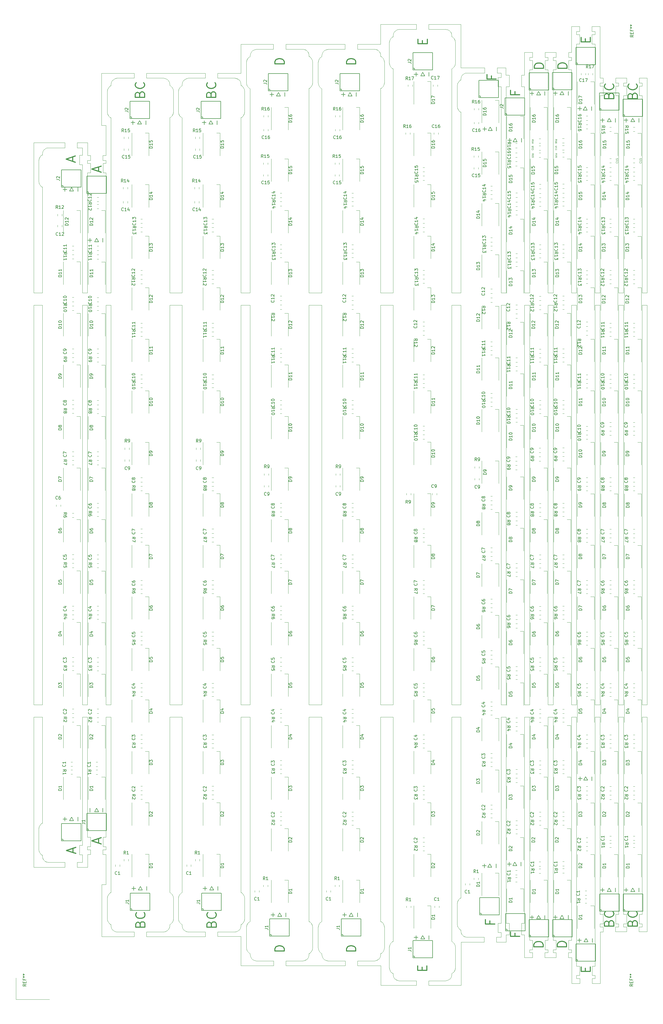
<source format=gbr>
G04 #@! TF.GenerationSoftware,KiCad,Pcbnew,(5.0.0-3-g5ebb6b6)*
G04 #@! TF.CreationDate,2019-02-23T00:38:07-08:00*
G04 #@! TF.ProjectId,PanelNoSeparation,50616E656C4E6F53657061726174696F,rev?*
G04 #@! TF.SameCoordinates,Original*
G04 #@! TF.FileFunction,Legend,Top*
G04 #@! TF.FilePolarity,Positive*
%FSLAX45Y45*%
G04 Gerber Fmt 4.5, Leading zero omitted, Abs format (unit mm)*
G04 Created by KiCad (PCBNEW (5.0.0-3-g5ebb6b6)) date Saturday, February 23, 2019 at 12:38:07 AM*
%MOMM*%
%LPD*%
G01*
G04 APERTURE LIST*
%ADD10C,0.100000*%
%ADD11C,0.300000*%
%ADD12C,0.200000*%
%ADD13C,0.120000*%
%ADD14C,0.150000*%
G04 APERTURE END LIST*
D10*
X4572083Y-33651772D02*
X4575042Y-34349096D01*
X4575042Y-34349096D02*
X5654545Y-34349096D01*
X16378989Y-2803708D02*
X17532575Y-2803708D01*
X16378989Y-3445762D02*
X16378989Y-2803708D01*
X15627571Y-3445762D02*
X16378989Y-3445762D01*
X15627571Y-3600983D02*
X15627571Y-3445762D01*
X16177904Y-3600983D02*
X15627571Y-3600983D01*
X16237878Y-3611566D02*
X16177904Y-3600983D01*
X16294318Y-3639788D02*
X16237878Y-3611566D01*
X16340180Y-3685648D02*
X16294318Y-3639788D01*
X16368404Y-3742092D02*
X16340180Y-3685648D01*
X16378985Y-3802065D02*
X16368404Y-3742092D01*
X16378985Y-3833816D02*
X16378985Y-3802065D01*
X16407205Y-3847928D02*
X16378985Y-3833816D01*
X16456599Y-3897317D02*
X16407205Y-3847928D01*
X16488345Y-3960817D02*
X16456599Y-3897317D01*
X16498930Y-4031372D02*
X16488345Y-3960817D01*
X16498930Y-4676955D02*
X16498930Y-4031372D01*
X16488345Y-4747511D02*
X16498930Y-4676955D01*
X16456599Y-4811011D02*
X16488345Y-4747511D01*
X16407205Y-4860400D02*
X16456599Y-4811011D01*
X16378985Y-4874512D02*
X16407205Y-4860400D01*
X16378985Y-11483680D02*
X16378985Y-4874512D01*
X16777630Y-11483680D02*
X16378985Y-11483680D01*
X16777630Y-4239517D02*
X16777630Y-11483680D01*
X16749406Y-4225405D02*
X16777630Y-4239517D01*
X16700016Y-4176015D02*
X16749406Y-4225405D01*
X16668266Y-4112515D02*
X16700016Y-4176015D01*
X16657680Y-4041960D02*
X16668266Y-4112515D01*
X16657680Y-3396377D02*
X16657680Y-4041960D01*
X16668266Y-3325821D02*
X16657680Y-3396377D01*
X16700016Y-3262322D02*
X16668266Y-3325821D01*
X16749406Y-3212932D02*
X16700016Y-3262322D01*
X16777630Y-3198820D02*
X16749406Y-3212932D01*
X16777630Y-3167069D02*
X16777630Y-3198820D01*
X16788211Y-3103569D02*
X16777630Y-3167069D01*
X16816431Y-3047126D02*
X16788211Y-3103569D01*
X16862293Y-3001263D02*
X16816431Y-3047126D01*
X16918737Y-2973039D02*
X16862293Y-3001263D01*
X16978712Y-2958923D02*
X16918737Y-2973039D01*
X17532575Y-2958923D02*
X16978712Y-2958923D01*
X17532575Y-2803708D02*
X17532575Y-2958923D01*
X17934743Y-2803708D02*
X18971906Y-2803708D01*
X17934743Y-2958923D02*
X17934743Y-2803708D01*
X18478017Y-2958923D02*
X17934743Y-2958923D01*
X18537988Y-2969508D02*
X18478017Y-2958923D01*
X18594431Y-2997732D02*
X18537988Y-2969508D01*
X18640290Y-3043595D02*
X18594431Y-2997732D01*
X18668514Y-3100038D02*
X18640290Y-3043595D01*
X18679099Y-3163538D02*
X18668514Y-3100038D01*
X18679099Y-3195289D02*
X18679099Y-3163538D01*
X18707319Y-3209401D02*
X18679099Y-3195289D01*
X18756708Y-3258790D02*
X18707319Y-3209401D01*
X18788459Y-3322290D02*
X18756708Y-3258790D01*
X18799040Y-3392845D02*
X18788459Y-3322290D01*
X18799040Y-4038428D02*
X18799040Y-3392845D01*
X18788459Y-4108984D02*
X18799040Y-4038428D01*
X18756708Y-4172484D02*
X18788459Y-4108984D01*
X18707319Y-4221873D02*
X18756708Y-4172484D01*
X18679099Y-4235985D02*
X18707319Y-4221873D01*
X18679099Y-11483680D02*
X18679099Y-4235985D01*
X18971906Y-11483680D02*
X18679099Y-11483680D01*
X18971906Y-5640043D02*
X18971906Y-11483680D01*
X18943682Y-5625931D02*
X18971906Y-5640043D01*
X18894297Y-5576541D02*
X18943682Y-5625931D01*
X18862542Y-5513041D02*
X18894297Y-5576541D01*
X18851961Y-5442486D02*
X18862542Y-5513041D01*
X18851961Y-4796903D02*
X18851961Y-5442486D01*
X18862542Y-4726347D02*
X18851961Y-4796903D01*
X18894297Y-4662848D02*
X18862542Y-4726347D01*
X18943682Y-4613458D02*
X18894297Y-4662848D01*
X18971906Y-4599346D02*
X18943682Y-4613458D01*
X18971906Y-4567595D02*
X18971906Y-4599346D01*
X18982491Y-4507622D02*
X18971906Y-4567595D01*
X19010711Y-4451179D02*
X18982491Y-4507622D01*
X19056569Y-4405318D02*
X19010711Y-4451179D01*
X19113017Y-4377096D02*
X19056569Y-4405318D01*
X19746252Y-4377096D02*
X19113017Y-4377096D01*
X19746252Y-4207764D02*
X19746252Y-4377096D01*
X18971906Y-4207764D02*
X19746252Y-4207764D01*
X18971906Y-2803708D02*
X18971906Y-4207764D01*
X22556127Y-2870733D02*
X22817184Y-2870733D01*
X22556127Y-3703289D02*
X22556127Y-2870733D01*
X22460879Y-3703289D02*
X22556127Y-3703289D01*
X22460879Y-3865569D02*
X22460879Y-3703289D01*
X22559654Y-3865569D02*
X22460879Y-3865569D01*
X22559654Y-3965567D02*
X22559654Y-3865569D01*
X22460879Y-3965567D02*
X22559654Y-3965567D01*
X22460879Y-4265428D02*
X22460879Y-3965567D01*
X22559654Y-4265428D02*
X22460879Y-4265428D01*
X22559654Y-11483680D02*
X22559654Y-4265428D01*
X22718404Y-11483680D02*
X22559654Y-11483680D01*
X22718404Y-3432873D02*
X22718404Y-11483680D01*
X22817182Y-3432873D02*
X22718404Y-3432873D01*
X22817182Y-3133012D02*
X22817182Y-3432873D01*
X22718404Y-3133012D02*
X22817182Y-3133012D01*
X22718404Y-3033014D02*
X22718404Y-3133012D01*
X22817184Y-3033014D02*
X22718404Y-3033014D01*
X22817184Y-2870733D02*
X22817184Y-3033014D01*
X23215822Y-2870733D02*
X23476879Y-2870733D01*
X23215822Y-3033014D02*
X23215822Y-2870733D01*
X23318127Y-3033014D02*
X23215822Y-3033014D01*
X23318127Y-3133012D02*
X23318127Y-3033014D01*
X23219349Y-3133012D02*
X23318127Y-3133012D01*
X23219349Y-3432873D02*
X23219349Y-3133012D01*
X23318127Y-3432873D02*
X23219349Y-3432873D01*
X23318127Y-11483680D02*
X23318127Y-3432873D01*
X23480404Y-11483680D02*
X23318127Y-11483680D01*
X23480404Y-5101512D02*
X23480404Y-11483680D01*
X23582710Y-5101512D02*
X23480404Y-5101512D01*
X23582710Y-4801651D02*
X23582710Y-5101512D01*
X23480404Y-4801651D02*
X23582710Y-4801651D01*
X23480404Y-4698123D02*
X23480404Y-4801651D01*
X23582710Y-4698123D02*
X23480404Y-4698123D01*
X23582710Y-4535844D02*
X23582710Y-4698123D01*
X23476879Y-4535844D02*
X23582710Y-4535844D01*
X23476879Y-2870733D02*
X23476879Y-4535844D01*
X23984877Y-4535844D02*
X24344711Y-4535844D01*
X23984877Y-4698123D02*
X23984877Y-4535844D01*
X24080126Y-4698123D02*
X23984877Y-4698123D01*
X24080126Y-4801651D02*
X24080126Y-4698123D01*
X23984877Y-4801651D02*
X24080126Y-4801651D01*
X23984877Y-5101512D02*
X23984877Y-4801651D01*
X24080126Y-5101512D02*
X23984877Y-5101512D01*
X24080126Y-11483680D02*
X24080126Y-5101512D01*
X24242405Y-11483680D02*
X24080126Y-11483680D01*
X24242405Y-5101512D02*
X24242405Y-11483680D01*
X24344711Y-5101512D02*
X24242405Y-5101512D01*
X24344711Y-4801651D02*
X24344711Y-5101512D01*
X24242405Y-4801651D02*
X24344711Y-4801651D01*
X24242405Y-4698123D02*
X24242405Y-4801651D01*
X24344711Y-4698123D02*
X24242405Y-4698123D01*
X24344711Y-4535844D02*
X24344711Y-4698123D01*
X24746879Y-4535844D02*
X25000877Y-4535844D01*
X24746879Y-4698123D02*
X24746879Y-4535844D01*
X24842127Y-4698123D02*
X24746879Y-4698123D01*
X24842127Y-4801651D02*
X24842127Y-4698123D01*
X24746879Y-4801651D02*
X24842127Y-4801651D01*
X24746879Y-5101512D02*
X24746879Y-4801651D01*
X24842127Y-5101512D02*
X24746879Y-5101512D01*
X24842127Y-11483680D02*
X24842127Y-5101512D01*
X25000877Y-11483680D02*
X24842127Y-11483680D01*
X25000877Y-4535844D02*
X25000877Y-11483680D01*
X25000877Y-11882319D02*
X25000877Y-24816930D01*
X24842127Y-11882319D02*
X25000877Y-11882319D01*
X24842127Y-24816930D02*
X24842127Y-11882319D01*
X25000877Y-24816930D02*
X24842127Y-24816930D01*
X25000877Y-25215568D02*
X25000877Y-32158344D01*
X24842127Y-25215568D02*
X25000877Y-25215568D01*
X24842127Y-31599735D02*
X24842127Y-25215568D01*
X24746877Y-31599735D02*
X24842127Y-31599735D01*
X24746877Y-31899596D02*
X24746877Y-31599735D01*
X24842127Y-31899596D02*
X24746877Y-31899596D01*
X24842127Y-31999596D02*
X24842127Y-31899596D01*
X24739821Y-31999596D02*
X24842127Y-31999596D01*
X24739821Y-32158344D02*
X24739821Y-31999596D01*
X25000877Y-32158344D02*
X24739821Y-32158344D01*
X23483933Y-32161873D02*
X23483933Y-33826985D01*
X23582710Y-32161873D02*
X23483933Y-32161873D01*
X23582710Y-31999596D02*
X23582710Y-32161873D01*
X23480404Y-31999596D02*
X23582710Y-31999596D01*
X23480404Y-31899596D02*
X23480404Y-31999596D01*
X23582708Y-31899596D02*
X23480404Y-31899596D01*
X23582708Y-31599735D02*
X23582708Y-31899596D01*
X23480404Y-31599735D02*
X23582708Y-31599735D01*
X23480404Y-25215568D02*
X23480404Y-31599735D01*
X23318127Y-25215568D02*
X23480404Y-25215568D01*
X23318127Y-33268373D02*
X23318127Y-25215568D01*
X23222876Y-33268373D02*
X23318127Y-33268373D01*
X23222876Y-33568235D02*
X23222876Y-33268373D01*
X23318127Y-33568235D02*
X23222876Y-33568235D01*
X23318127Y-33668235D02*
X23318127Y-33568235D01*
X23222876Y-33668235D02*
X23318127Y-33668235D01*
X23222876Y-33826985D02*
X23222876Y-33668235D01*
X23483933Y-33826985D02*
X23222876Y-33826985D01*
X18978960Y-33894014D02*
X17934743Y-33894014D01*
X18978960Y-32489958D02*
X18978960Y-33894014D01*
X19730378Y-32489958D02*
X18978960Y-32489958D01*
X19730378Y-32334735D02*
X19730378Y-32489958D01*
X19176515Y-32334735D02*
X19730378Y-32334735D01*
X19113017Y-32324150D02*
X19176515Y-32334735D01*
X19056569Y-32295928D02*
X19113017Y-32324150D01*
X19010711Y-32250068D02*
X19056569Y-32295928D01*
X18982491Y-32193622D02*
X19010711Y-32250068D01*
X18971906Y-32133651D02*
X18982491Y-32193622D01*
X18971906Y-32101901D02*
X18971906Y-32133651D01*
X18943682Y-32087791D02*
X18971906Y-32101901D01*
X18894297Y-32038401D02*
X18943682Y-32087791D01*
X18862542Y-31974901D02*
X18894297Y-32038401D01*
X18851961Y-31904346D02*
X18862542Y-31974901D01*
X18851961Y-31258763D02*
X18851961Y-31904346D01*
X18862542Y-31188207D02*
X18851961Y-31258763D01*
X18894297Y-31124706D02*
X18862542Y-31188207D01*
X18943682Y-31075318D02*
X18894297Y-31124706D01*
X18971906Y-31061206D02*
X18943682Y-31075318D01*
X18971906Y-25215568D02*
X18971906Y-31061206D01*
X18679099Y-25215568D02*
X18971906Y-25215568D01*
X18679099Y-32468790D02*
X18679099Y-25215568D01*
X18707319Y-32482902D02*
X18679099Y-32468790D01*
X18756708Y-32532290D02*
X18707319Y-32482902D01*
X18788459Y-32595789D02*
X18756708Y-32532290D01*
X18799040Y-32666345D02*
X18788459Y-32595789D01*
X18799040Y-33311930D02*
X18799040Y-32666345D01*
X18788459Y-33382486D02*
X18799040Y-33311930D01*
X18756708Y-33445985D02*
X18788459Y-33382486D01*
X18707319Y-33495373D02*
X18756708Y-33445985D01*
X18679099Y-33509485D02*
X18707319Y-33495373D01*
X18679099Y-33541234D02*
X18679099Y-33509485D01*
X18668514Y-33601206D02*
X18679099Y-33541234D01*
X18640290Y-33657652D02*
X18668514Y-33601206D01*
X18594431Y-33703513D02*
X18640290Y-33657652D01*
X18537988Y-33731734D02*
X18594431Y-33703513D01*
X18478017Y-33742317D02*
X18537988Y-33731734D01*
X17934743Y-33742317D02*
X18478017Y-33742317D01*
X17934743Y-33894014D02*
X17934743Y-33742317D01*
X17536102Y-33894014D02*
X16382521Y-33894014D01*
X17536102Y-33742317D02*
X17536102Y-33894014D01*
X16978712Y-33742317D02*
X17536102Y-33742317D01*
X16918737Y-33731734D02*
X16978712Y-33742317D01*
X16862293Y-33703513D02*
X16918737Y-33731734D01*
X16816431Y-33657652D02*
X16862293Y-33703513D01*
X16788211Y-33601206D02*
X16816431Y-33657652D01*
X16777630Y-33541234D02*
X16788211Y-33601206D01*
X16777630Y-33509485D02*
X16777630Y-33541234D01*
X16749406Y-33495373D02*
X16777630Y-33509485D01*
X16700016Y-33445985D02*
X16749406Y-33495373D01*
X16668266Y-33382486D02*
X16700016Y-33445985D01*
X16657680Y-33311930D02*
X16668266Y-33382486D01*
X16657680Y-32666345D02*
X16657680Y-33311930D01*
X16668266Y-32595789D02*
X16657680Y-32666345D01*
X16700016Y-32532290D02*
X16668266Y-32595789D01*
X16749406Y-32482902D02*
X16700016Y-32532290D01*
X16777630Y-32468790D02*
X16749406Y-32482902D01*
X16777630Y-25215568D02*
X16777630Y-32468790D01*
X16378985Y-25215568D02*
X16777630Y-25215568D01*
X16378985Y-31823207D02*
X16378985Y-25215568D01*
X16407205Y-31837317D02*
X16378985Y-31823207D01*
X16456599Y-31886707D02*
X16407205Y-31837317D01*
X16488345Y-31950207D02*
X16456599Y-31886707D01*
X16498930Y-32020762D02*
X16488345Y-31950207D01*
X16498930Y-32666345D02*
X16498930Y-32020762D01*
X16488345Y-32736901D02*
X16498930Y-32666345D01*
X16456599Y-32800402D02*
X16488345Y-32736901D01*
X16407205Y-32849790D02*
X16456599Y-32800402D01*
X16378985Y-32863902D02*
X16407205Y-32849790D01*
X16378985Y-32895651D02*
X16378985Y-32863902D01*
X16368404Y-32959150D02*
X16378985Y-32895651D01*
X16340180Y-33015596D02*
X16368404Y-32959150D01*
X16294318Y-33061457D02*
X16340180Y-33015596D01*
X16237878Y-33089678D02*
X16294318Y-33061457D01*
X16177904Y-33100263D02*
X16237878Y-33089678D01*
X15627571Y-33100263D02*
X16177904Y-33100263D01*
X15627571Y-33251957D02*
X15627571Y-33100263D01*
X16382521Y-33251957D02*
X15627571Y-33251957D01*
X16382521Y-33894014D02*
X16382521Y-33251957D01*
X15228930Y-33251957D02*
X13309823Y-33251957D01*
X15228930Y-33100263D02*
X15228930Y-33251957D01*
X14678598Y-33100263D02*
X15228930Y-33100263D01*
X14615101Y-33089678D02*
X14678598Y-33100263D01*
X14558653Y-33061457D02*
X14615101Y-33089678D01*
X14512794Y-33015596D02*
X14558653Y-33061457D01*
X14484575Y-32959150D02*
X14512794Y-33015596D01*
X14473989Y-32895651D02*
X14484575Y-32959150D01*
X14473989Y-32863902D02*
X14473989Y-32895651D01*
X14445766Y-32849790D02*
X14473989Y-32863902D01*
X14396380Y-32800402D02*
X14445766Y-32849790D01*
X14364629Y-32736901D02*
X14396380Y-32800402D01*
X14354048Y-32666345D02*
X14364629Y-32736901D01*
X14354048Y-32020762D02*
X14354048Y-32666345D01*
X14364629Y-31950207D02*
X14354048Y-32020762D01*
X14396380Y-31886707D02*
X14364629Y-31950207D01*
X14445766Y-31837317D02*
X14396380Y-31886707D01*
X14473989Y-31823207D02*
X14445766Y-31837317D01*
X14473989Y-25215568D02*
X14473989Y-31823207D01*
X14057710Y-25215568D02*
X14473989Y-25215568D01*
X14057710Y-31823207D02*
X14057710Y-25215568D01*
X14085930Y-31837317D02*
X14057710Y-31823207D01*
X14135319Y-31886707D02*
X14085930Y-31837317D01*
X14167066Y-31950207D02*
X14135319Y-31886707D01*
X14177651Y-32020762D02*
X14167066Y-31950207D01*
X14177651Y-32666345D02*
X14177651Y-32020762D01*
X14167066Y-32736901D02*
X14177651Y-32666345D01*
X14135319Y-32800402D02*
X14167066Y-32736901D01*
X14085930Y-32849790D02*
X14135319Y-32800402D01*
X14057710Y-32863902D02*
X14085930Y-32849790D01*
X14057710Y-32895651D02*
X14057710Y-32863902D01*
X14047125Y-32959150D02*
X14057710Y-32895651D01*
X14018901Y-33015596D02*
X14047125Y-32959150D01*
X13973042Y-33061457D02*
X14018901Y-33015596D01*
X13916599Y-33089678D02*
X13973042Y-33061457D01*
X13856628Y-33100263D02*
X13916599Y-33089678D01*
X13309823Y-33100263D02*
X13856628Y-33100263D01*
X13309823Y-33251957D02*
X13309823Y-33100263D01*
X12911182Y-33251957D02*
X11852849Y-33251957D01*
X12911182Y-33100263D02*
X12911182Y-33251957D01*
X12357323Y-33100263D02*
X12911182Y-33100263D01*
X12293821Y-33089678D02*
X12357323Y-33100263D01*
X12237373Y-33061457D02*
X12293821Y-33089678D01*
X12191515Y-33015596D02*
X12237373Y-33061457D01*
X12163295Y-32959150D02*
X12191515Y-33015596D01*
X12152710Y-32895651D02*
X12163295Y-32959150D01*
X12152710Y-32863902D02*
X12152710Y-32895651D01*
X12124486Y-32849790D02*
X12152710Y-32863902D01*
X12075101Y-32800402D02*
X12124486Y-32849790D01*
X12043350Y-32736901D02*
X12075101Y-32800402D01*
X12032769Y-32666345D02*
X12043350Y-32736901D01*
X12032769Y-32020762D02*
X12032769Y-32666345D01*
X12043350Y-31950207D02*
X12032769Y-32020762D01*
X12075101Y-31886707D02*
X12043350Y-31950207D01*
X12124486Y-31837317D02*
X12075101Y-31886707D01*
X12152710Y-31823207D02*
X12124486Y-31837317D01*
X12152710Y-25215568D02*
X12152710Y-31823207D01*
X11856371Y-25215568D02*
X12152710Y-25215568D01*
X11856371Y-30884817D02*
X11856371Y-25215568D01*
X11884595Y-30898929D02*
X11856371Y-30884817D01*
X11933985Y-30948317D02*
X11884595Y-30898929D01*
X11965736Y-31011819D02*
X11933985Y-30948317D01*
X11976317Y-31082374D02*
X11965736Y-31011819D01*
X11976317Y-31727957D02*
X11976317Y-31082374D01*
X11965736Y-31798513D02*
X11976317Y-31727957D01*
X11933985Y-31862012D02*
X11965736Y-31798513D01*
X11884595Y-31911402D02*
X11933985Y-31862012D01*
X11856371Y-31925512D02*
X11884595Y-31911402D01*
X11856371Y-31957263D02*
X11856371Y-31925512D01*
X11845791Y-32020762D02*
X11856371Y-31957263D01*
X11817571Y-32077206D02*
X11845791Y-32020762D01*
X11771708Y-32123069D02*
X11817571Y-32077206D01*
X11715265Y-32151290D02*
X11771708Y-32123069D01*
X11651767Y-32161873D02*
X11715265Y-32151290D01*
X11101431Y-32161873D02*
X11651767Y-32161873D01*
X11101431Y-32310040D02*
X11101431Y-32161873D01*
X11852849Y-32310040D02*
X11101431Y-32310040D01*
X11852849Y-33251957D02*
X11852849Y-32310040D01*
X10702794Y-32313567D02*
X8797794Y-32313567D01*
X10702794Y-32161873D02*
X10702794Y-32313567D01*
X10152462Y-32161873D02*
X10702794Y-32161873D01*
X10088960Y-32151290D02*
X10152462Y-32161873D01*
X10032512Y-32123069D02*
X10088960Y-32151290D01*
X9986654Y-32077206D02*
X10032512Y-32123069D01*
X9958434Y-32020762D02*
X9986654Y-32077206D01*
X9947849Y-31957263D02*
X9958434Y-32020762D01*
X9947849Y-31925512D02*
X9947849Y-31957263D01*
X9919625Y-31911402D02*
X9947849Y-31925512D01*
X9870240Y-31862012D02*
X9919625Y-31911402D01*
X9838489Y-31798513D02*
X9870240Y-31862012D01*
X9827908Y-31727957D02*
X9838489Y-31798513D01*
X9827908Y-31082374D02*
X9827908Y-31727957D01*
X9838489Y-31011819D02*
X9827908Y-31082374D01*
X9870240Y-30948317D02*
X9838489Y-31011819D01*
X9919625Y-30898929D02*
X9870240Y-30948317D01*
X9947849Y-30884817D02*
X9919625Y-30898929D01*
X9947849Y-25215568D02*
X9947849Y-30884817D01*
X9549208Y-25215568D02*
X9947849Y-25215568D01*
X9549208Y-30884817D02*
X9549208Y-25215568D01*
X9577432Y-30898929D02*
X9549208Y-30884817D01*
X9626818Y-30948317D02*
X9577432Y-30898929D01*
X9658569Y-31011819D02*
X9626818Y-30948317D01*
X9669149Y-31082374D02*
X9658569Y-31011819D01*
X9669149Y-31727957D02*
X9669149Y-31082374D01*
X9658569Y-31798513D02*
X9669149Y-31727957D01*
X9626818Y-31862012D02*
X9658569Y-31798513D01*
X9577432Y-31911402D02*
X9626818Y-31862012D01*
X9549208Y-31925512D02*
X9577432Y-31911402D01*
X9549208Y-31957263D02*
X9549208Y-31925512D01*
X9538623Y-32020762D02*
X9549208Y-31957263D01*
X9510404Y-32077206D02*
X9538623Y-32020762D01*
X9464545Y-32123069D02*
X9510404Y-32077206D01*
X9408097Y-32151290D02*
X9464545Y-32123069D01*
X9348127Y-32161873D02*
X9408097Y-32151290D01*
X8797794Y-32161873D02*
X9348127Y-32161873D01*
X8797794Y-32313567D02*
X8797794Y-32161873D01*
X8395627Y-32313567D02*
X7346530Y-32313567D01*
X8395627Y-32161873D02*
X8395627Y-32313567D01*
X7845294Y-32161873D02*
X8395627Y-32161873D01*
X7785319Y-32151290D02*
X7845294Y-32161873D01*
X7728876Y-32123069D02*
X7785319Y-32151290D01*
X7683017Y-32077206D02*
X7728876Y-32123069D01*
X7654793Y-32020762D02*
X7683017Y-32077206D01*
X7644208Y-31957263D02*
X7654793Y-32020762D01*
X7644208Y-31925512D02*
X7644208Y-31957263D01*
X7615989Y-31911402D02*
X7644208Y-31925512D01*
X7566599Y-31862012D02*
X7615989Y-31911402D01*
X7534852Y-31798513D02*
X7566599Y-31862012D01*
X7524267Y-31727957D02*
X7534852Y-31798513D01*
X7524267Y-31082374D02*
X7524267Y-31727957D01*
X7534852Y-31011819D02*
X7524267Y-31082374D01*
X7566599Y-30948317D02*
X7534852Y-31011819D01*
X7615989Y-30898929D02*
X7566599Y-30948317D01*
X7644208Y-30884817D02*
X7615989Y-30898929D01*
X7644208Y-25215568D02*
X7644208Y-30884817D01*
X7488989Y-25215568D02*
X7644208Y-25215568D01*
X7488989Y-29102069D02*
X7488989Y-25215568D01*
X7388444Y-29102069D02*
X7488989Y-29102069D01*
X7388444Y-29401930D02*
X7388444Y-29102069D01*
X7488989Y-29401930D02*
X7388444Y-29401930D01*
X7488989Y-29501930D02*
X7488989Y-29401930D01*
X7386683Y-29501930D02*
X7488989Y-29501930D01*
X7386683Y-29660680D02*
X7386683Y-29501930D01*
X7485458Y-29660680D02*
X7386683Y-29660680D01*
X7485458Y-30629643D02*
X7485458Y-29660680D01*
X7346530Y-30629643D02*
X7485458Y-30629643D01*
X7346530Y-32313567D02*
X7346530Y-30629643D01*
X6889267Y-30069901D02*
X6557655Y-30069901D01*
X6889267Y-29660680D02*
X6889267Y-30069901D01*
X6988047Y-29660680D02*
X6889267Y-29660680D01*
X6988047Y-29501930D02*
X6988047Y-29660680D01*
X6885736Y-29501930D02*
X6988047Y-29501930D01*
X6885736Y-29401930D02*
X6885736Y-29501930D01*
X6986281Y-29401930D02*
X6885736Y-29401930D01*
X6986281Y-29102069D02*
X6986281Y-29401930D01*
X6885736Y-29102069D02*
X6986281Y-29102069D01*
X6885736Y-25215568D02*
X6885736Y-29102069D01*
X6726986Y-25215568D02*
X6885736Y-25215568D01*
X6726986Y-29364344D02*
X6726986Y-25215568D01*
X6626441Y-29364344D02*
X6726986Y-29364344D01*
X6626441Y-29664205D02*
X6626441Y-29364344D01*
X6726986Y-29664205D02*
X6626441Y-29664205D01*
X6726986Y-29914676D02*
X6726986Y-29664205D01*
X6557655Y-29914676D02*
X6726986Y-29914676D01*
X6557655Y-30069901D02*
X6557655Y-29914676D01*
X6159019Y-30069901D02*
X5150071Y-30069901D01*
X6159019Y-29914676D02*
X6159019Y-30069901D01*
X5626321Y-29914676D02*
X6159019Y-29914676D01*
X5566351Y-29904093D02*
X5626321Y-29914676D01*
X5509903Y-29875872D02*
X5566351Y-29904093D01*
X5464040Y-29830011D02*
X5509903Y-29875872D01*
X5435820Y-29773565D02*
X5464040Y-29830011D01*
X5425240Y-29713592D02*
X5435820Y-29773565D01*
X5425240Y-29681844D02*
X5425240Y-29713592D01*
X5397016Y-29667732D02*
X5425240Y-29681844D01*
X5347626Y-29618344D02*
X5397016Y-29667732D01*
X5315875Y-29554845D02*
X5347626Y-29618344D01*
X5305294Y-29484289D02*
X5315875Y-29554845D01*
X5305294Y-28838706D02*
X5305294Y-29484289D01*
X5315875Y-28768151D02*
X5305294Y-28838706D01*
X5347626Y-28704651D02*
X5315875Y-28768151D01*
X5397016Y-28655261D02*
X5347626Y-28704651D01*
X5425240Y-28641151D02*
X5397016Y-28655261D01*
X5425240Y-25215568D02*
X5425240Y-28641151D01*
X5150071Y-25215568D02*
X5425240Y-25215568D01*
X5150071Y-30069901D02*
X5150071Y-25215568D01*
X5150071Y-24816930D02*
X5150071Y-11882319D01*
X5425240Y-24816930D02*
X5150071Y-24816930D01*
X5425240Y-11882319D02*
X5425240Y-24816930D01*
X5150071Y-11882319D02*
X5425240Y-11882319D01*
X5150071Y-11483680D02*
X5150071Y-6631347D01*
X5425240Y-11483680D02*
X5150071Y-11483680D01*
X5425240Y-8063626D02*
X5425240Y-11483680D01*
X5397016Y-8049514D02*
X5425240Y-8063626D01*
X5347626Y-8000125D02*
X5397016Y-8049514D01*
X5315875Y-7936625D02*
X5347626Y-8000125D01*
X5305294Y-7866069D02*
X5315875Y-7936625D01*
X5305294Y-7220487D02*
X5305294Y-7866069D01*
X5315875Y-7149931D02*
X5305294Y-7220487D01*
X5347626Y-7086431D02*
X5315875Y-7149931D01*
X5397016Y-7037042D02*
X5347626Y-7086431D01*
X5425240Y-7022930D02*
X5397016Y-7037042D01*
X5425240Y-6991179D02*
X5425240Y-7022930D01*
X5435820Y-6931206D02*
X5425240Y-6991179D01*
X5464040Y-6874763D02*
X5435820Y-6931206D01*
X5509903Y-6828902D02*
X5464040Y-6874763D01*
X5566351Y-6800680D02*
X5509903Y-6828902D01*
X5626321Y-6797149D02*
X5566351Y-6800680D01*
X6159019Y-6797149D02*
X5626321Y-6797149D01*
X6159019Y-6631347D02*
X6159019Y-6797149D01*
X5150071Y-6631347D02*
X6159019Y-6631347D01*
X7485458Y-6071310D02*
X7345183Y-6071310D01*
X7485458Y-7040569D02*
X7485458Y-6071310D01*
X7386683Y-7040569D02*
X7485458Y-7040569D01*
X7386683Y-7199319D02*
X7386683Y-7040569D01*
X7488989Y-7199319D02*
X7386683Y-7199319D01*
X7488989Y-7299317D02*
X7488989Y-7199319D01*
X7388444Y-7299317D02*
X7488989Y-7299317D01*
X7388444Y-7599178D02*
X7388444Y-7299317D01*
X7488989Y-7599178D02*
X7388444Y-7599178D01*
X7488989Y-11483680D02*
X7488989Y-7599178D01*
X7644208Y-11483680D02*
X7488989Y-11483680D01*
X7644208Y-5823485D02*
X7644208Y-11483680D01*
X7615989Y-5809373D02*
X7644208Y-5823485D01*
X7566599Y-5759984D02*
X7615989Y-5809373D01*
X7534852Y-5696484D02*
X7566599Y-5759984D01*
X7524267Y-5625928D02*
X7534852Y-5696484D01*
X7524267Y-4980346D02*
X7524267Y-5625928D01*
X7534852Y-4909790D02*
X7524267Y-4980346D01*
X7566599Y-4846290D02*
X7534852Y-4909790D01*
X7615989Y-4796901D02*
X7566599Y-4846290D01*
X7644208Y-4782789D02*
X7615989Y-4796901D01*
X7644208Y-4751038D02*
X7644208Y-4782789D01*
X7654793Y-4687538D02*
X7644208Y-4751038D01*
X7683017Y-4631095D02*
X7654793Y-4687538D01*
X7728876Y-4585234D02*
X7683017Y-4631095D01*
X7785319Y-4557012D02*
X7728876Y-4585234D01*
X7848821Y-4539376D02*
X7785319Y-4557012D01*
X8395627Y-4539376D02*
X7848821Y-4539376D01*
X8395627Y-4387679D02*
X8395627Y-4539376D01*
X7524267Y-4387679D02*
X8395627Y-4387679D01*
X7524267Y-4387387D02*
X7524267Y-4387679D01*
X7345183Y-4387387D02*
X7524267Y-4387387D01*
X7345183Y-6071310D02*
X7345183Y-4387387D01*
X12907651Y-3445762D02*
X12907651Y-3600983D01*
X11852849Y-3445762D02*
X12907651Y-3445762D01*
X11852849Y-4387679D02*
X11852849Y-3445762D01*
X11097904Y-4387679D02*
X11852849Y-4387679D01*
X11097904Y-4539376D02*
X11097904Y-4387679D01*
X11651767Y-4539376D02*
X11097904Y-4539376D01*
X11715265Y-4549958D02*
X11651767Y-4539376D01*
X11771708Y-4578180D02*
X11715265Y-4549958D01*
X11817571Y-4624041D02*
X11771708Y-4578180D01*
X11845791Y-4680484D02*
X11817571Y-4624041D01*
X11856371Y-4743984D02*
X11845791Y-4680484D01*
X11856371Y-4775735D02*
X11856371Y-4743984D01*
X11884595Y-4789847D02*
X11856371Y-4775735D01*
X11933985Y-4839237D02*
X11884595Y-4789847D01*
X11965736Y-4902736D02*
X11933985Y-4839237D01*
X11976317Y-4973292D02*
X11965736Y-4902736D01*
X11976317Y-5618875D02*
X11976317Y-4973292D01*
X11965736Y-5689430D02*
X11976317Y-5618875D01*
X11933985Y-5752930D02*
X11965736Y-5689430D01*
X11884595Y-5802319D02*
X11933985Y-5752930D01*
X11856371Y-5816431D02*
X11884595Y-5802319D01*
X11856371Y-11483680D02*
X11856371Y-5816431D01*
X12152710Y-11483680D02*
X11856371Y-11483680D01*
X12152710Y-4881570D02*
X12152710Y-11483680D01*
X12124486Y-4867458D02*
X12152710Y-4881570D01*
X12075101Y-4818069D02*
X12124486Y-4867458D01*
X12043350Y-4754569D02*
X12075101Y-4818069D01*
X12032769Y-4684014D02*
X12043350Y-4754569D01*
X12032769Y-4038431D02*
X12032769Y-4684014D01*
X12043350Y-3967875D02*
X12032769Y-4038431D01*
X12075101Y-3904375D02*
X12043350Y-3967875D01*
X12124486Y-3854986D02*
X12075101Y-3904375D01*
X12152710Y-3840874D02*
X12124486Y-3854986D01*
X12152710Y-3809123D02*
X12152710Y-3840874D01*
X12163295Y-3749150D02*
X12152710Y-3809123D01*
X12191515Y-3692707D02*
X12163295Y-3749150D01*
X12237373Y-3646846D02*
X12191515Y-3692707D01*
X12293821Y-3618624D02*
X12237373Y-3646846D01*
X12357323Y-3600983D02*
X12293821Y-3618624D01*
X12907651Y-3600983D02*
X12357323Y-3600983D01*
X11856371Y-24816930D02*
X11856371Y-11882319D01*
X12152710Y-24816930D02*
X11856371Y-24816930D01*
X12152710Y-11882319D02*
X12152710Y-24816930D01*
X11856371Y-11882319D02*
X12152710Y-11882319D01*
X9549208Y-11483680D02*
X9549208Y-5816431D01*
X9947849Y-11483680D02*
X9549208Y-11483680D01*
X9947849Y-5823485D02*
X9947849Y-11483680D01*
X9919625Y-5809373D02*
X9947849Y-5823485D01*
X9870240Y-5759984D02*
X9919625Y-5809373D01*
X9838489Y-5696484D02*
X9870240Y-5759984D01*
X9827908Y-5625928D02*
X9838489Y-5696484D01*
X9827908Y-4980346D02*
X9827908Y-5625928D01*
X9838489Y-4909790D02*
X9827908Y-4980346D01*
X9870240Y-4846290D02*
X9838489Y-4909790D01*
X9919625Y-4796901D02*
X9870240Y-4846290D01*
X9947849Y-4782789D02*
X9919625Y-4796901D01*
X9947849Y-4751038D02*
X9947849Y-4782789D01*
X9958434Y-4687538D02*
X9947849Y-4751038D01*
X9986654Y-4631095D02*
X9958434Y-4687538D01*
X10032512Y-4585234D02*
X9986654Y-4631095D01*
X10088960Y-4557012D02*
X10032512Y-4585234D01*
X10152462Y-4539376D02*
X10088960Y-4557012D01*
X10699267Y-4539376D02*
X10152462Y-4539376D01*
X10699267Y-4387679D02*
X10699267Y-4539376D01*
X8794267Y-4387679D02*
X10699267Y-4387679D01*
X8794267Y-4539376D02*
X8794267Y-4387679D01*
X9348127Y-4539376D02*
X8794267Y-4539376D01*
X9408097Y-4549958D02*
X9348127Y-4539376D01*
X9464545Y-4578180D02*
X9408097Y-4549958D01*
X9510404Y-4624041D02*
X9464545Y-4578180D01*
X9538623Y-4680484D02*
X9510404Y-4624041D01*
X9549208Y-4743984D02*
X9538623Y-4680484D01*
X9549208Y-4775735D02*
X9549208Y-4743984D01*
X9577432Y-4789847D02*
X9549208Y-4775735D01*
X9626818Y-4839237D02*
X9577432Y-4789847D01*
X9658569Y-4902736D02*
X9626818Y-4839237D01*
X9669149Y-4973292D02*
X9658569Y-4902736D01*
X9669149Y-5618875D02*
X9669149Y-4973292D01*
X9658569Y-5689430D02*
X9669149Y-5618875D01*
X9626818Y-5752930D02*
X9658569Y-5689430D01*
X9577432Y-5802319D02*
X9626818Y-5752930D01*
X9549208Y-5816431D02*
X9577432Y-5802319D01*
X9549208Y-24816930D02*
X9549208Y-11882319D01*
X9947849Y-24816930D02*
X9549208Y-24816930D01*
X9947849Y-11882319D02*
X9947849Y-24816930D01*
X9549208Y-11882319D02*
X9947849Y-11882319D01*
X7488989Y-24816930D02*
X7488989Y-11882319D01*
X7644208Y-24816930D02*
X7488989Y-24816930D01*
X7644208Y-11882319D02*
X7644208Y-24816930D01*
X7488989Y-11882319D02*
X7644208Y-11882319D01*
X6726986Y-11483680D02*
X6726986Y-7336901D01*
X6885736Y-11483680D02*
X6726986Y-11483680D01*
X6885736Y-7599178D02*
X6885736Y-11483680D01*
X6986281Y-7599178D02*
X6885736Y-7599178D01*
X6986281Y-7299317D02*
X6986281Y-7599178D01*
X6885736Y-7299317D02*
X6986281Y-7299317D01*
X6885736Y-7199319D02*
X6885736Y-7299317D01*
X6988047Y-7199319D02*
X6885736Y-7199319D01*
X6988047Y-7040569D02*
X6988047Y-7199319D01*
X6889267Y-7040569D02*
X6988047Y-7040569D01*
X6889267Y-6631347D02*
X6889267Y-7040569D01*
X6557655Y-6631347D02*
X6889267Y-6631347D01*
X6557655Y-6797149D02*
X6557655Y-6631347D01*
X6726986Y-6797149D02*
X6557655Y-6797149D01*
X6726986Y-7037039D02*
X6726986Y-6797149D01*
X6626441Y-7037039D02*
X6726986Y-7037039D01*
X6626441Y-7336901D02*
X6626441Y-7037039D01*
X6726986Y-7336901D02*
X6626441Y-7336901D01*
X6726986Y-24816930D02*
X6726986Y-11882319D01*
X6885736Y-24816930D02*
X6726986Y-24816930D01*
X6885736Y-11882319D02*
X6885736Y-24816930D01*
X6726986Y-11882319D02*
X6885736Y-11882319D01*
X14473989Y-11882319D02*
X14473989Y-24816930D01*
X14057710Y-11882319D02*
X14473989Y-11882319D01*
X14057710Y-24816930D02*
X14057710Y-11882319D01*
X14473989Y-24816930D02*
X14057710Y-24816930D01*
X16777630Y-11882319D02*
X16777630Y-24816930D01*
X16378985Y-11882319D02*
X16777630Y-11882319D01*
X16378985Y-24816930D02*
X16378985Y-11882319D01*
X16777630Y-24816930D02*
X16378985Y-24816930D01*
X18971906Y-11882319D02*
X18971906Y-24816930D01*
X18679099Y-11882319D02*
X18971906Y-11882319D01*
X18679099Y-24816930D02*
X18679099Y-11882319D01*
X18971906Y-24816930D02*
X18679099Y-24816930D01*
X14512794Y-3692707D02*
X14484575Y-3749150D01*
X14558653Y-3646846D02*
X14512794Y-3692707D01*
X14615101Y-3618624D02*
X14558653Y-3646846D01*
X22718404Y-33268373D02*
X22817182Y-33268373D01*
X14445766Y-3854986D02*
X14396380Y-3904375D01*
X14473989Y-3840874D02*
X14445766Y-3854986D01*
X14473989Y-3809123D02*
X14473989Y-3840874D01*
X14484575Y-3749150D02*
X14473989Y-3809123D01*
X20277184Y-11882319D02*
X20435934Y-11882319D01*
X20277184Y-24816930D02*
X20277184Y-11882319D01*
X21959932Y-25215568D02*
X21959932Y-32435819D01*
X21797655Y-25215568D02*
X21959932Y-25215568D01*
X21797655Y-32435819D02*
X21797655Y-25215568D01*
X21698876Y-32435819D02*
X21797655Y-32435819D01*
X24341182Y-32158344D02*
X23981348Y-32158344D01*
X24341182Y-31999596D02*
X24341182Y-32158344D01*
X24242405Y-31999596D02*
X24341182Y-31999596D01*
X24242405Y-31899596D02*
X24242405Y-31999596D01*
X24341182Y-31899596D02*
X24242405Y-31899596D01*
X24341182Y-31599735D02*
X24341182Y-31899596D01*
X24242405Y-31599735D02*
X24341182Y-31599735D01*
X21959932Y-32835680D02*
X22058710Y-32835680D01*
X21959932Y-32735680D02*
X21959932Y-32835680D01*
X22058710Y-32735680D02*
X21959932Y-32735680D01*
X22058710Y-32435819D02*
X22058710Y-32735680D01*
X21959932Y-32435819D02*
X22058710Y-32435819D01*
X20277184Y-4818067D02*
X20176639Y-4818067D01*
X21959932Y-11882319D02*
X21959932Y-24816930D01*
X21797655Y-11882319D02*
X21959932Y-11882319D01*
X21797655Y-24816930D02*
X21797655Y-11882319D01*
X21959932Y-24816930D02*
X21797655Y-24816930D01*
X21695349Y-32994430D02*
X21695349Y-32835680D01*
X22058710Y-32994430D02*
X21695349Y-32994430D01*
X22058710Y-32835680D02*
X22058710Y-32994430D01*
X21296710Y-3703289D02*
X21296710Y-3865569D01*
X21028596Y-3703289D02*
X21296710Y-3703289D01*
X21028596Y-4440596D02*
X21028596Y-3703289D01*
X20940404Y-4440596D02*
X21028596Y-4440596D01*
X20940404Y-4814542D02*
X20940404Y-4440596D01*
X21035654Y-4814542D02*
X20940404Y-4814542D01*
X21035654Y-11483680D02*
X21035654Y-4814542D01*
X21197933Y-11483680D02*
X21035654Y-11483680D01*
X21197933Y-4265428D02*
X21197933Y-11483680D01*
X21296710Y-4265428D02*
X21197933Y-4265428D01*
X21296710Y-3965567D02*
X21296710Y-4265428D01*
X21197933Y-3965567D02*
X21296710Y-3965567D01*
X21035654Y-32994430D02*
X21035654Y-32257124D01*
X20435934Y-24816930D02*
X20277184Y-24816930D01*
X20435934Y-11882319D02*
X20435934Y-24816930D01*
X20277184Y-11483680D02*
X20277184Y-4818067D01*
X20435934Y-11483680D02*
X20277184Y-11483680D01*
X20435934Y-4814542D02*
X20435934Y-11483680D01*
X20538236Y-4814542D02*
X20435934Y-4814542D01*
X20538236Y-4440596D02*
X20538236Y-4814542D01*
X20432403Y-4440596D02*
X20538236Y-4440596D01*
X20432403Y-4207764D02*
X20432403Y-4440596D01*
X20148419Y-4207764D02*
X20432403Y-4207764D01*
X20148419Y-4377096D02*
X20148419Y-4207764D01*
X20277184Y-4377096D02*
X20148419Y-4377096D01*
X20277184Y-4518205D02*
X20277184Y-4377096D01*
X20176639Y-4518205D02*
X20277184Y-4518205D01*
X20176639Y-4818067D02*
X20176639Y-4518205D01*
X14057710Y-4874512D02*
X14085930Y-4860400D01*
X14057710Y-11483680D02*
X14057710Y-4874512D01*
X14473989Y-11483680D02*
X14057710Y-11483680D01*
X14473989Y-4881570D02*
X14473989Y-11483680D01*
X14445766Y-4867458D02*
X14473989Y-4881570D01*
X14396380Y-4818069D02*
X14445766Y-4867458D01*
X14364629Y-4754569D02*
X14396380Y-4818069D01*
X14354048Y-4684014D02*
X14364629Y-4754569D01*
X14354048Y-4038431D02*
X14354048Y-4684014D01*
X14364629Y-3967875D02*
X14354048Y-4038431D01*
X14396380Y-3904375D02*
X14364629Y-3967875D01*
X21959932Y-3865569D02*
X21959932Y-3965567D01*
X22058712Y-3865569D02*
X21959932Y-3865569D01*
X22058712Y-3703289D02*
X22058712Y-3865569D01*
X21698878Y-3703289D02*
X22058712Y-3703289D01*
X21698878Y-3865569D02*
X21698878Y-3703289D01*
X21797655Y-3865569D02*
X21698878Y-3865569D01*
X21797655Y-3965567D02*
X21797655Y-3865569D01*
X21698878Y-3965567D02*
X21797655Y-3965567D01*
X21698878Y-4265428D02*
X21698878Y-3965567D01*
X22718404Y-11882319D02*
X22718404Y-24816930D01*
X22559654Y-11882319D02*
X22718404Y-11882319D01*
X22559654Y-24816930D02*
X22559654Y-11882319D01*
X22718404Y-24816930D02*
X22559654Y-24816930D01*
X23480404Y-11882319D02*
X23480404Y-24816930D01*
X23318127Y-11882319D02*
X23480404Y-11882319D01*
X23318127Y-24816930D02*
X23318127Y-11882319D01*
X23480404Y-24816930D02*
X23318127Y-24816930D01*
X24242405Y-24816930D02*
X24080126Y-24816930D01*
X24242405Y-11882319D02*
X24242405Y-24816930D01*
X24080126Y-11882319D02*
X24242405Y-11882319D01*
X24080126Y-24816930D02*
X24080126Y-11882319D01*
X24242405Y-25215568D02*
X24242405Y-31599735D01*
X24080126Y-25215568D02*
X24242405Y-25215568D01*
X24080126Y-31599735D02*
X24080126Y-25215568D01*
X23984875Y-31599735D02*
X24080126Y-31599735D01*
X23984875Y-31899596D02*
X23984875Y-31599735D01*
X24080126Y-31899596D02*
X23984875Y-31899596D01*
X24080126Y-31999596D02*
X24080126Y-31899596D01*
X23981348Y-31999596D02*
X24080126Y-31999596D01*
X23981348Y-32158344D02*
X23981348Y-31999596D01*
X21296710Y-32994430D02*
X21035654Y-32994430D01*
X21296710Y-32835680D02*
X21296710Y-32994430D01*
X21197933Y-32835680D02*
X21296710Y-32835680D01*
X21197933Y-32735680D02*
X21197933Y-32835680D01*
X21296708Y-32735680D02*
X21197933Y-32735680D01*
X21296708Y-32435819D02*
X21296708Y-32735680D01*
X21197933Y-32435819D02*
X21296708Y-32435819D01*
X21197933Y-25215568D02*
X21197933Y-32435819D01*
X21035654Y-25215568D02*
X21197933Y-25215568D01*
X21035654Y-31886707D02*
X21035654Y-25215568D01*
X20936877Y-31886707D02*
X21035654Y-31886707D01*
X20936877Y-32257124D02*
X20936877Y-31886707D01*
X21035654Y-32257124D02*
X20936877Y-32257124D01*
X21197933Y-3865569D02*
X21197933Y-3965567D01*
X21296710Y-3865569D02*
X21197933Y-3865569D01*
X21197933Y-24816930D02*
X21035654Y-24816930D01*
X21197933Y-11882319D02*
X21197933Y-24816930D01*
X21035654Y-11882319D02*
X21197933Y-11882319D01*
X21035654Y-24816930D02*
X21035654Y-11882319D01*
X21698876Y-32735680D02*
X21698876Y-32435819D01*
X21797655Y-32735680D02*
X21698876Y-32735680D01*
X21797655Y-32835680D02*
X21797655Y-32735680D01*
X21695349Y-32835680D02*
X21797655Y-32835680D01*
X20277184Y-32334735D02*
X20277184Y-32183041D01*
X20129019Y-32334735D02*
X20277184Y-32334735D01*
X20129019Y-32489958D02*
X20129019Y-32334735D01*
X20439461Y-32489958D02*
X20129019Y-32489958D01*
X20439461Y-32257124D02*
X20439461Y-32489958D01*
X20538236Y-32257124D02*
X20439461Y-32257124D01*
X20538236Y-31886707D02*
X20538236Y-32257124D01*
X20435934Y-31886707D02*
X20538236Y-31886707D01*
X20435934Y-25215568D02*
X20435934Y-31886707D01*
X20277184Y-25215568D02*
X20435934Y-25215568D01*
X20277184Y-31883180D02*
X20277184Y-25215568D01*
X20176639Y-31883180D02*
X20277184Y-31883180D01*
X20176639Y-32183041D02*
X20176639Y-31883180D01*
X20277184Y-32183041D02*
X20176639Y-32183041D01*
X22718404Y-25215568D02*
X22718404Y-33268373D01*
X22559654Y-25215568D02*
X22718404Y-25215568D01*
X22559654Y-32435819D02*
X22559654Y-25215568D01*
X22460877Y-32435819D02*
X22559654Y-32435819D01*
X22460877Y-32735680D02*
X22460877Y-32435819D01*
X22559654Y-32735680D02*
X22460877Y-32735680D01*
X22559654Y-32835680D02*
X22559654Y-32735680D01*
X22457348Y-32835680D02*
X22559654Y-32835680D01*
X22457348Y-32994430D02*
X22457348Y-32835680D01*
X22563181Y-32994430D02*
X22457348Y-32994430D01*
X22563181Y-33826985D02*
X22563181Y-32994430D01*
X22824238Y-33826985D02*
X22563181Y-33826985D01*
X22824238Y-33668235D02*
X22824238Y-33826985D01*
X22718404Y-33668235D02*
X22824238Y-33668235D01*
X22718404Y-33568235D02*
X22718404Y-33668235D01*
X22817182Y-33568235D02*
X22718404Y-33568235D01*
X22817182Y-33268373D02*
X22817182Y-33568235D01*
X14678598Y-3600983D02*
X14615101Y-3618624D01*
X15225404Y-3600983D02*
X14678598Y-3600983D01*
X15225404Y-3445762D02*
X15225404Y-3600983D01*
X13306292Y-3445762D02*
X15225404Y-3445762D01*
X13306292Y-3600983D02*
X13306292Y-3445762D01*
X13856628Y-3600983D02*
X13306292Y-3600983D01*
X13916599Y-3611566D02*
X13856628Y-3600983D01*
X13973042Y-3639788D02*
X13916599Y-3611566D01*
X14018901Y-3685648D02*
X13973042Y-3639788D01*
X14047125Y-3742092D02*
X14018901Y-3685648D01*
X14057710Y-3802065D02*
X14047125Y-3742092D01*
X14057710Y-3833816D02*
X14057710Y-3802065D01*
X14085930Y-3847928D02*
X14057710Y-3833816D01*
X21797655Y-4265428D02*
X21698878Y-4265428D01*
X21797655Y-11483680D02*
X21797655Y-4265428D01*
X21959932Y-11483680D02*
X21797655Y-11483680D01*
X21959932Y-4265428D02*
X21959932Y-11483680D01*
X22058712Y-4265428D02*
X21959932Y-4265428D01*
X22058712Y-3965567D02*
X22058712Y-4265428D01*
X21959932Y-3965567D02*
X22058712Y-3965567D01*
X14135319Y-3897317D02*
X14085930Y-3847928D01*
X14167066Y-3960817D02*
X14135319Y-3897317D01*
X14177651Y-4031372D02*
X14167066Y-3960817D01*
X14177651Y-4676955D02*
X14177651Y-4031372D01*
X14167066Y-4747511D02*
X14177651Y-4676955D01*
X14135319Y-4811011D02*
X14167066Y-4747511D01*
X14085930Y-4860400D02*
X14135319Y-4811011D01*
D11*
X6421592Y-29597469D02*
X6421592Y-29454612D01*
X6507306Y-29626040D02*
X6207306Y-29526040D01*
X6507306Y-29426040D01*
X24530101Y-31872372D02*
X24544387Y-31829514D01*
X24558672Y-31815229D01*
X24587244Y-31800943D01*
X24630101Y-31800943D01*
X24658672Y-31815229D01*
X24672958Y-31829514D01*
X24687244Y-31858086D01*
X24687244Y-31972372D01*
X24387244Y-31972372D01*
X24387244Y-31872372D01*
X24401530Y-31843800D01*
X24415815Y-31829514D01*
X24444387Y-31815229D01*
X24472958Y-31815229D01*
X24501530Y-31829514D01*
X24515815Y-31843800D01*
X24530101Y-31872372D01*
X24530101Y-31972372D01*
X24658672Y-31500943D02*
X24672958Y-31515229D01*
X24687244Y-31558086D01*
X24687244Y-31586657D01*
X24672958Y-31629514D01*
X24644387Y-31658086D01*
X24615815Y-31672372D01*
X24558672Y-31686657D01*
X24515815Y-31686657D01*
X24458672Y-31672372D01*
X24430101Y-31658086D01*
X24401530Y-31629514D01*
X24387244Y-31586657D01*
X24387244Y-31558086D01*
X24401530Y-31515229D01*
X24415815Y-31500943D01*
X8591801Y-31910472D02*
X8606087Y-31867614D01*
X8620372Y-31853329D01*
X8648944Y-31839043D01*
X8691801Y-31839043D01*
X8720372Y-31853329D01*
X8734658Y-31867614D01*
X8748944Y-31896186D01*
X8748944Y-32010472D01*
X8448944Y-32010472D01*
X8448944Y-31910472D01*
X8463230Y-31881900D01*
X8477515Y-31867614D01*
X8506087Y-31853329D01*
X8534658Y-31853329D01*
X8563230Y-31867614D01*
X8577515Y-31881900D01*
X8591801Y-31910472D01*
X8591801Y-32010472D01*
X8720372Y-31539043D02*
X8734658Y-31553329D01*
X8748944Y-31596186D01*
X8748944Y-31624757D01*
X8734658Y-31667614D01*
X8706087Y-31696186D01*
X8677515Y-31710472D01*
X8620372Y-31724757D01*
X8577515Y-31724757D01*
X8520372Y-31710472D01*
X8491801Y-31696186D01*
X8463230Y-31667614D01*
X8448944Y-31624757D01*
X8448944Y-31596186D01*
X8463230Y-31553329D01*
X8477515Y-31539043D01*
X7245130Y-29287029D02*
X7245130Y-29144172D01*
X7330844Y-29315600D02*
X7030844Y-29215600D01*
X7330844Y-29115600D01*
X23008101Y-3364986D02*
X23008101Y-3264986D01*
X23165244Y-3222129D02*
X23165244Y-3364986D01*
X22865244Y-3364986D01*
X22865244Y-3222129D01*
X23008101Y-33438586D02*
X23008101Y-33338586D01*
X23165244Y-33295729D02*
X23165244Y-33438586D01*
X22865244Y-33438586D01*
X22865244Y-33295729D01*
D12*
X22813630Y-32498000D02*
X22813630Y-32371000D01*
X22750130Y-32434500D02*
X22877130Y-32434500D01*
X23232730Y-32498000D02*
X23232730Y-32371000D01*
X22966030Y-32485300D02*
X23093030Y-32485300D01*
X22966030Y-32485300D02*
X23029530Y-32371000D01*
X23029530Y-32371000D02*
X23093030Y-32485300D01*
X22839030Y-27265600D02*
X22839030Y-27138600D01*
X22775530Y-27202100D02*
X22902530Y-27202100D01*
X23220030Y-27265600D02*
X23220030Y-27138600D01*
X22953330Y-27252900D02*
X23080330Y-27252900D01*
X22953330Y-27252900D02*
X23016830Y-27138600D01*
X23016830Y-27138600D02*
X23080330Y-27252900D01*
X22826330Y-5586700D02*
X22826330Y-5459700D01*
X22762830Y-5523200D02*
X22889830Y-5523200D01*
X23207330Y-5586700D02*
X23207330Y-5459700D01*
X22940630Y-5574000D02*
X23067630Y-5574000D01*
X22940630Y-5574000D02*
X23004130Y-5459700D01*
X23004130Y-5459700D02*
X23067630Y-5574000D01*
D11*
X8579101Y-5059172D02*
X8593387Y-5016314D01*
X8607672Y-5002029D01*
X8636244Y-4987743D01*
X8679101Y-4987743D01*
X8707672Y-5002029D01*
X8721958Y-5016314D01*
X8736244Y-5044886D01*
X8736244Y-5159172D01*
X8436244Y-5159172D01*
X8436244Y-5059172D01*
X8450530Y-5030600D01*
X8464815Y-5016314D01*
X8493387Y-5002029D01*
X8521958Y-5002029D01*
X8550530Y-5016314D01*
X8564815Y-5030600D01*
X8579101Y-5059172D01*
X8579101Y-5159172D01*
X8707672Y-4687743D02*
X8721958Y-4702029D01*
X8736244Y-4744886D01*
X8736244Y-4773457D01*
X8721958Y-4816314D01*
X8693387Y-4844886D01*
X8664815Y-4859172D01*
X8607672Y-4873457D01*
X8564815Y-4873457D01*
X8507672Y-4859172D01*
X8479101Y-4844886D01*
X8450530Y-4816314D01*
X8436244Y-4773457D01*
X8436244Y-4744886D01*
X8450530Y-4702029D01*
X8464815Y-4687743D01*
D12*
X24475530Y-5953600D02*
X24602530Y-5953600D01*
X24475530Y-5953600D02*
X24539030Y-5839300D01*
X24539030Y-5839300D02*
X24602530Y-5953600D01*
X24742230Y-5966300D02*
X24742230Y-5839300D01*
X24259630Y-5902800D02*
X24386630Y-5902800D01*
X24323130Y-5966300D02*
X24323130Y-5839300D01*
X24475530Y-30858300D02*
X24602530Y-30858300D01*
X24475530Y-30858300D02*
X24539030Y-30744000D01*
X24539030Y-30744000D02*
X24602530Y-30858300D01*
X24742230Y-30871000D02*
X24742230Y-30744000D01*
X24259630Y-30807500D02*
X24386630Y-30807500D01*
X24323130Y-30871000D02*
X24323130Y-30744000D01*
D11*
X24530101Y-5100772D02*
X24544387Y-5057914D01*
X24558672Y-5043629D01*
X24587244Y-5029343D01*
X24630101Y-5029343D01*
X24658672Y-5043629D01*
X24672958Y-5057914D01*
X24687244Y-5086486D01*
X24687244Y-5200772D01*
X24387244Y-5200772D01*
X24387244Y-5100772D01*
X24401530Y-5072200D01*
X24415815Y-5057914D01*
X24444387Y-5043629D01*
X24472958Y-5043629D01*
X24501530Y-5057914D01*
X24515815Y-5072200D01*
X24530101Y-5100772D01*
X24530101Y-5200772D01*
X24658672Y-4729343D02*
X24672958Y-4743629D01*
X24687244Y-4786486D01*
X24687244Y-4815057D01*
X24672958Y-4857914D01*
X24644387Y-4886486D01*
X24615815Y-4900772D01*
X24558672Y-4915057D01*
X24515815Y-4915057D01*
X24458672Y-4900772D01*
X24430101Y-4886486D01*
X24401530Y-4857914D01*
X24387244Y-4815057D01*
X24387244Y-4786486D01*
X24401530Y-4743629D01*
X24415815Y-4729343D01*
D12*
X22187130Y-5080800D02*
X22314130Y-5080800D01*
X22187130Y-5080800D02*
X22250630Y-4966500D01*
X22250630Y-4966500D02*
X22314130Y-5080800D01*
X22453830Y-5093500D02*
X22453830Y-4966500D01*
X21971230Y-5030000D02*
X22098230Y-5030000D01*
X22034730Y-5093500D02*
X22034730Y-4966500D01*
X22187130Y-31738100D02*
X22314130Y-31738100D01*
X22187130Y-31738100D02*
X22250630Y-31623800D01*
X22250630Y-31623800D02*
X22314130Y-31738100D01*
X22453830Y-31750800D02*
X22453830Y-31623800D01*
X21971230Y-31687300D02*
X22098230Y-31687300D01*
X22034730Y-31750800D02*
X22034730Y-31623800D01*
D11*
X22399044Y-32642172D02*
X22099044Y-32642172D01*
X22099044Y-32570743D01*
X22113330Y-32527886D01*
X22141901Y-32499314D01*
X22170472Y-32485029D01*
X22227615Y-32470743D01*
X22270472Y-32470743D01*
X22327615Y-32485029D01*
X22356187Y-32499314D01*
X22384758Y-32527886D01*
X22399044Y-32570743D01*
X22399044Y-32642172D01*
X22411744Y-4219572D02*
X22111744Y-4219572D01*
X22111744Y-4148143D01*
X22126030Y-4105286D01*
X22154601Y-4076714D01*
X22183172Y-4062429D01*
X22240315Y-4048143D01*
X22283172Y-4048143D01*
X22340315Y-4062429D01*
X22368887Y-4076714D01*
X22397458Y-4105286D01*
X22411744Y-4148143D01*
X22411744Y-4219572D01*
D12*
X15323230Y-5118900D02*
X15450230Y-5118900D01*
X15323230Y-5118900D02*
X15386730Y-5004600D01*
X15386730Y-5004600D02*
X15450230Y-5118900D01*
X15589930Y-5131600D02*
X15589930Y-5004600D01*
X15107330Y-5068100D02*
X15234330Y-5068100D01*
X15170830Y-5131600D02*
X15170830Y-5004600D01*
X15361330Y-31661900D02*
X15488330Y-31661900D01*
X15361330Y-31661900D02*
X15424830Y-31547600D01*
X15424830Y-31547600D02*
X15488330Y-31661900D01*
X15628030Y-31674600D02*
X15628030Y-31547600D01*
X15145430Y-31611100D02*
X15272430Y-31611100D01*
X15208930Y-31674600D02*
X15208930Y-31547600D01*
D11*
X15573244Y-32781872D02*
X15273244Y-32781872D01*
X15273244Y-32710443D01*
X15287530Y-32667586D01*
X15316101Y-32639014D01*
X15344672Y-32624729D01*
X15401815Y-32610443D01*
X15444672Y-32610443D01*
X15501815Y-32624729D01*
X15530387Y-32639014D01*
X15558958Y-32667586D01*
X15573244Y-32710443D01*
X15573244Y-32781872D01*
X15573244Y-4079872D02*
X15273244Y-4079872D01*
X15273244Y-4008443D01*
X15287530Y-3965586D01*
X15316101Y-3937014D01*
X15344672Y-3922729D01*
X15401815Y-3908443D01*
X15444672Y-3908443D01*
X15501815Y-3922729D01*
X15530387Y-3937014D01*
X15558958Y-3965586D01*
X15573244Y-4008443D01*
X15573244Y-4079872D01*
D12*
X10818930Y-6026200D02*
X10945930Y-6026200D01*
X10818930Y-6026200D02*
X10882430Y-5911900D01*
X10882430Y-5911900D02*
X10945930Y-6026200D01*
X11085630Y-6038900D02*
X11085630Y-5911900D01*
X10603030Y-5975400D02*
X10730030Y-5975400D01*
X10666530Y-6038900D02*
X10666530Y-5911900D01*
X10844330Y-30803900D02*
X10971330Y-30803900D01*
X10844330Y-30803900D02*
X10907830Y-30689600D01*
X10907830Y-30689600D02*
X10971330Y-30803900D01*
X11111030Y-30816600D02*
X11111030Y-30689600D01*
X10628430Y-30753100D02*
X10755430Y-30753100D01*
X10691930Y-30816600D02*
X10691930Y-30689600D01*
D11*
X10898901Y-31910372D02*
X10913187Y-31867514D01*
X10927472Y-31853229D01*
X10956044Y-31838943D01*
X10998901Y-31838943D01*
X11027472Y-31853229D01*
X11041758Y-31867514D01*
X11056044Y-31896086D01*
X11056044Y-32010372D01*
X10756044Y-32010372D01*
X10756044Y-31910372D01*
X10770330Y-31881800D01*
X10784615Y-31867514D01*
X10813187Y-31853229D01*
X10841758Y-31853229D01*
X10870330Y-31867514D01*
X10884615Y-31881800D01*
X10898901Y-31910372D01*
X10898901Y-32010372D01*
X11027472Y-31538943D02*
X11041758Y-31553229D01*
X11056044Y-31596086D01*
X11056044Y-31624657D01*
X11041758Y-31667514D01*
X11013187Y-31696086D01*
X10984615Y-31710372D01*
X10927472Y-31724657D01*
X10884615Y-31724657D01*
X10827472Y-31710372D01*
X10798901Y-31696086D01*
X10770330Y-31667514D01*
X10756044Y-31624657D01*
X10756044Y-31596086D01*
X10770330Y-31553229D01*
X10784615Y-31538943D01*
X10886201Y-5059072D02*
X10900487Y-5016214D01*
X10914772Y-5001929D01*
X10943344Y-4987643D01*
X10986201Y-4987643D01*
X11014772Y-5001929D01*
X11029058Y-5016214D01*
X11043344Y-5044786D01*
X11043344Y-5159072D01*
X10743344Y-5159072D01*
X10743344Y-5059072D01*
X10757630Y-5030500D01*
X10771915Y-5016214D01*
X10800487Y-5001929D01*
X10829058Y-5001929D01*
X10857630Y-5016214D01*
X10871915Y-5030500D01*
X10886201Y-5059072D01*
X10886201Y-5159072D01*
X11014772Y-4687643D02*
X11029058Y-4701929D01*
X11043344Y-4744786D01*
X11043344Y-4773357D01*
X11029058Y-4816214D01*
X11000487Y-4844786D01*
X10971915Y-4859072D01*
X10914772Y-4873357D01*
X10871915Y-4873357D01*
X10814772Y-4859072D01*
X10786201Y-4844786D01*
X10757630Y-4816214D01*
X10743344Y-4773357D01*
X10743344Y-4744786D01*
X10757630Y-4701929D01*
X10771915Y-4687643D01*
D12*
X6155892Y-28577040D02*
X6155892Y-28450040D01*
X6092392Y-28513540D02*
X6219392Y-28513540D01*
X6574992Y-28577040D02*
X6574992Y-28450040D01*
X6371792Y-28450040D02*
X6435292Y-28564340D01*
X6308292Y-28564340D02*
X6371792Y-28450040D01*
X6308292Y-28564340D02*
X6435292Y-28564340D01*
X6155892Y-8206240D02*
X6155892Y-8079240D01*
X6092392Y-8142740D02*
X6219392Y-8142740D01*
X6574992Y-8206240D02*
X6574992Y-8079240D01*
X6371792Y-8079240D02*
X6435292Y-8193540D01*
X6308292Y-8193540D02*
X6371792Y-8079240D01*
X6308292Y-8193540D02*
X6435292Y-8193540D01*
D11*
X6408892Y-7232769D02*
X6408892Y-7089912D01*
X6494606Y-7261340D02*
X6194606Y-7161340D01*
X6494606Y-7061340D01*
D12*
X6966530Y-9848100D02*
X6966530Y-9721100D01*
X6903030Y-9784600D02*
X7030030Y-9784600D01*
X7385630Y-9848100D02*
X7385630Y-9721100D01*
X7182430Y-9721100D02*
X7245930Y-9835400D01*
X7118930Y-9835400D02*
X7182430Y-9721100D01*
X7118930Y-9835400D02*
X7245930Y-9835400D01*
X6966530Y-28288500D02*
X6966530Y-28161500D01*
X7385630Y-28288500D02*
X7385630Y-28161500D01*
X7182430Y-28161500D02*
X7245930Y-28275800D01*
X7118930Y-28275800D02*
X7182430Y-28161500D01*
X7118930Y-28275800D02*
X7245930Y-28275800D01*
D11*
X7245130Y-7557329D02*
X7245130Y-7414472D01*
X7330844Y-7585900D02*
X7030844Y-7485900D01*
X7330844Y-7385900D01*
D12*
X8384830Y-30816700D02*
X8384830Y-30689700D01*
X8321330Y-30753200D02*
X8448330Y-30753200D01*
X8803930Y-30816700D02*
X8803930Y-30689700D01*
X8600730Y-30689700D02*
X8664230Y-30804000D01*
X8537230Y-30804000D02*
X8600730Y-30689700D01*
X8537230Y-30804000D02*
X8664230Y-30804000D01*
X8359430Y-6039000D02*
X8359430Y-5912000D01*
X8295930Y-5975500D02*
X8422930Y-5975500D01*
X8778530Y-6039000D02*
X8778530Y-5912000D01*
X8575330Y-5912000D02*
X8638830Y-6026300D01*
X8511830Y-6026300D02*
X8575330Y-5912000D01*
X8511830Y-6026300D02*
X8638830Y-6026300D01*
X23561230Y-30871000D02*
X23561230Y-30744000D01*
X23497730Y-30807500D02*
X23624730Y-30807500D01*
X23980330Y-30871000D02*
X23980330Y-30744000D01*
X23777130Y-30744000D02*
X23840630Y-30858300D01*
X23713630Y-30858300D02*
X23777130Y-30744000D01*
X23713630Y-30858300D02*
X23840630Y-30858300D01*
X23561230Y-5966300D02*
X23561230Y-5839300D01*
X23497730Y-5902800D02*
X23624730Y-5902800D01*
X23980330Y-5966300D02*
X23980330Y-5839300D01*
X23777130Y-5839300D02*
X23840630Y-5953600D01*
X23713630Y-5953600D02*
X23777130Y-5839300D01*
X23713630Y-5953600D02*
X23840630Y-5953600D01*
D11*
X23768201Y-5100772D02*
X23782487Y-5057914D01*
X23796772Y-5043629D01*
X23825344Y-5029343D01*
X23868201Y-5029343D01*
X23896772Y-5043629D01*
X23911058Y-5057914D01*
X23925344Y-5086486D01*
X23925344Y-5200772D01*
X23625344Y-5200772D01*
X23625344Y-5100772D01*
X23639630Y-5072200D01*
X23653915Y-5057914D01*
X23682487Y-5043629D01*
X23711058Y-5043629D01*
X23739630Y-5057914D01*
X23753915Y-5072200D01*
X23768201Y-5100772D01*
X23768201Y-5200772D01*
X23896772Y-4729343D02*
X23911058Y-4743629D01*
X23925344Y-4786486D01*
X23925344Y-4815057D01*
X23911058Y-4857914D01*
X23882487Y-4886486D01*
X23853915Y-4900772D01*
X23796772Y-4915057D01*
X23753915Y-4915057D01*
X23696772Y-4900772D01*
X23668201Y-4886486D01*
X23639630Y-4857914D01*
X23625344Y-4815057D01*
X23625344Y-4786486D01*
X23639630Y-4743629D01*
X23653915Y-4729343D01*
X23768201Y-31872372D02*
X23782487Y-31829514D01*
X23796772Y-31815229D01*
X23825344Y-31800943D01*
X23868201Y-31800943D01*
X23896772Y-31815229D01*
X23911058Y-31829514D01*
X23925344Y-31858086D01*
X23925344Y-31972372D01*
X23625344Y-31972372D01*
X23625344Y-31872372D01*
X23639630Y-31843800D01*
X23653915Y-31829514D01*
X23682487Y-31815229D01*
X23711058Y-31815229D01*
X23739630Y-31829514D01*
X23753915Y-31843800D01*
X23768201Y-31872372D01*
X23768201Y-31972372D01*
X23896772Y-31500943D02*
X23911058Y-31515229D01*
X23925344Y-31558086D01*
X23925344Y-31586657D01*
X23911058Y-31629514D01*
X23882487Y-31658086D01*
X23853915Y-31672372D01*
X23796772Y-31686657D01*
X23753915Y-31686657D01*
X23696772Y-31672372D01*
X23668201Y-31658086D01*
X23639630Y-31629514D01*
X23625344Y-31586657D01*
X23625344Y-31558086D01*
X23639630Y-31515229D01*
X23653915Y-31500943D01*
D12*
X12891230Y-31674600D02*
X12891230Y-31547600D01*
X12827730Y-31611100D02*
X12954730Y-31611100D01*
X13310330Y-31674600D02*
X13310330Y-31547600D01*
X13107130Y-31547600D02*
X13170630Y-31661900D01*
X13043630Y-31661900D02*
X13107130Y-31547600D01*
X13043630Y-31661900D02*
X13170630Y-31661900D01*
X12853130Y-5131600D02*
X12853130Y-5004600D01*
X12789630Y-5068100D02*
X12916630Y-5068100D01*
X13272230Y-5131600D02*
X13272230Y-5004600D01*
X13069030Y-5004600D02*
X13132530Y-5118900D01*
X13005530Y-5118900D02*
X13069030Y-5004600D01*
X13005530Y-5118900D02*
X13132530Y-5118900D01*
D11*
X13255544Y-4079872D02*
X12955544Y-4079872D01*
X12955544Y-4008443D01*
X12969830Y-3965586D01*
X12998401Y-3937014D01*
X13026972Y-3922729D01*
X13084115Y-3908443D01*
X13126972Y-3908443D01*
X13184115Y-3922729D01*
X13212687Y-3937014D01*
X13241258Y-3965586D01*
X13255544Y-4008443D01*
X13255544Y-4079872D01*
X13255544Y-32781872D02*
X12955544Y-32781872D01*
X12955544Y-32710443D01*
X12969830Y-32667586D01*
X12998401Y-32639014D01*
X13026972Y-32624729D01*
X13084115Y-32610443D01*
X13126972Y-32610443D01*
X13184115Y-32624729D01*
X13212687Y-32639014D01*
X13241258Y-32667586D01*
X13255544Y-32710443D01*
X13255544Y-32781872D01*
D12*
X21276230Y-31754300D02*
X21276230Y-31627300D01*
X21212730Y-31690800D02*
X21339730Y-31690800D01*
X21695330Y-31754300D02*
X21695330Y-31627300D01*
X21492130Y-31627300D02*
X21555630Y-31741600D01*
X21428630Y-31741600D02*
X21492130Y-31627300D01*
X21428630Y-31741600D02*
X21555630Y-31741600D01*
X21276230Y-5097000D02*
X21276230Y-4970000D01*
X21212730Y-5033500D02*
X21339730Y-5033500D01*
X21695330Y-5097000D02*
X21695330Y-4970000D01*
X21492130Y-4970000D02*
X21555630Y-5084300D01*
X21428630Y-5084300D02*
X21492130Y-4970000D01*
X21428630Y-5084300D02*
X21555630Y-5084300D01*
D11*
X21653244Y-4223072D02*
X21353244Y-4223072D01*
X21353244Y-4151643D01*
X21367530Y-4108786D01*
X21396101Y-4080214D01*
X21424672Y-4065929D01*
X21481815Y-4051643D01*
X21524672Y-4051643D01*
X21581815Y-4065929D01*
X21610387Y-4080214D01*
X21638958Y-4108786D01*
X21653244Y-4151643D01*
X21653244Y-4223072D01*
X21640544Y-32645672D02*
X21340544Y-32645672D01*
X21340544Y-32574243D01*
X21354830Y-32531386D01*
X21383401Y-32502814D01*
X21411972Y-32488529D01*
X21469115Y-32474243D01*
X21511972Y-32474243D01*
X21569115Y-32488529D01*
X21597687Y-32502814D01*
X21626258Y-32531386D01*
X21640544Y-32574243D01*
X21640544Y-32645672D01*
D12*
X17523530Y-32405500D02*
X17523530Y-32278500D01*
X17460030Y-32342000D02*
X17587030Y-32342000D01*
X17942630Y-32405500D02*
X17942630Y-32278500D01*
X17739430Y-32278500D02*
X17802930Y-32392800D01*
X17675930Y-32392800D02*
X17739430Y-32278500D01*
X17675930Y-32392800D02*
X17802930Y-32392800D01*
X17523530Y-4478200D02*
X17523530Y-4351200D01*
X17460030Y-4414700D02*
X17587030Y-4414700D01*
X17942630Y-4478200D02*
X17942630Y-4351200D01*
X17739430Y-4351200D02*
X17802930Y-4465500D01*
X17675930Y-4465500D02*
X17739430Y-4351200D01*
X17675930Y-4465500D02*
X17802930Y-4465500D01*
D11*
X17718001Y-33409586D02*
X17718001Y-33309586D01*
X17875144Y-33266729D02*
X17875144Y-33409586D01*
X17575144Y-33409586D01*
X17575144Y-33266729D01*
X17730701Y-3424886D02*
X17730701Y-3324886D01*
X17887844Y-3282029D02*
X17887844Y-3424886D01*
X17587844Y-3424886D01*
X17587844Y-3282029D01*
D12*
X19734830Y-30086200D02*
X19734830Y-29959200D01*
X19671330Y-30022700D02*
X19798330Y-30022700D01*
X20115830Y-30086200D02*
X20115830Y-29959200D01*
X19849130Y-30073500D02*
X19976130Y-30073500D01*
X19849130Y-30073500D02*
X19912630Y-29959200D01*
X19912630Y-29959200D02*
X19976130Y-30073500D01*
X19747530Y-6248300D02*
X19747530Y-6121300D01*
X19684030Y-6184800D02*
X19811030Y-6184800D01*
X20128530Y-6248300D02*
X20128530Y-6121300D01*
X19861830Y-6235600D02*
X19988830Y-6235600D01*
X19861830Y-6235600D02*
X19925330Y-6121300D01*
X19925330Y-6121300D02*
X19988830Y-6235600D01*
D11*
X19916601Y-31808643D02*
X19916601Y-31908643D01*
X20073744Y-31908643D02*
X19773744Y-31908643D01*
X19773744Y-31765786D01*
X19960801Y-4466243D02*
X19960801Y-4566243D01*
X20117944Y-4566243D02*
X19817944Y-4566243D01*
X19817944Y-4423386D01*
D12*
X20543130Y-30029700D02*
X20543130Y-29902700D01*
X20479630Y-29966200D02*
X20606630Y-29966200D01*
X20924130Y-30029700D02*
X20924130Y-29902700D01*
X20657430Y-30017000D02*
X20784430Y-30017000D01*
X20657430Y-30017000D02*
X20720930Y-29902700D01*
X20720930Y-29902700D02*
X20784430Y-30017000D01*
X20670130Y-6598200D02*
X20797130Y-6598200D01*
X20936830Y-6610900D02*
X20936830Y-6483900D01*
X20733630Y-6483900D02*
X20797130Y-6598200D01*
X20670130Y-6598200D02*
X20733630Y-6483900D01*
X20555830Y-6610900D02*
X20555830Y-6483900D01*
X20492330Y-6547400D02*
X20619330Y-6547400D01*
D11*
X20724901Y-4980543D02*
X20724901Y-5080543D01*
X20882044Y-5080543D02*
X20582044Y-5080543D01*
X20582044Y-4937686D01*
X20724901Y-32209343D02*
X20724901Y-32309343D01*
X20882044Y-32309343D02*
X20582044Y-32309343D01*
X20582044Y-32166486D01*
D13*
G04 #@! TO.C,R14*
X23032350Y-9514518D02*
X23084065Y-9514518D01*
X23032350Y-9372518D02*
X23084065Y-9372518D01*
G04 #@! TO.C,C16*
X23084065Y-5765118D02*
X23032350Y-5765118D01*
X23084065Y-5907118D02*
X23032350Y-5907118D01*
G04 #@! TO.C,D17*
X22742592Y-4653401D02*
X22742592Y-5383401D01*
X23177592Y-4653401D02*
X23292592Y-4653401D01*
X23292592Y-4653401D02*
X23292592Y-5383401D01*
G04 #@! TO.C,D16*
X23292592Y-6320068D02*
X23292592Y-7050068D01*
X23177592Y-6320068D02*
X23292592Y-6320068D01*
X22742592Y-6320068D02*
X22742592Y-7050068D01*
G04 #@! TO.C,D15*
X22742592Y-7986734D02*
X22742592Y-8716735D01*
X23177592Y-7986734D02*
X23292592Y-7986734D01*
X23292592Y-7986734D02*
X23292592Y-8716735D01*
G04 #@! TO.C,D14*
X23292592Y-9653401D02*
X23292592Y-10383401D01*
X23177592Y-9653401D02*
X23292592Y-9653401D01*
X22742592Y-9653401D02*
X22742592Y-10383401D01*
G04 #@! TO.C,D13*
X22742592Y-11320067D02*
X22742592Y-12050067D01*
X23177592Y-11320067D02*
X23292592Y-11320067D01*
X23292592Y-11320067D02*
X23292592Y-12050067D01*
G04 #@! TO.C,R13*
X23032350Y-11039184D02*
X23084065Y-11039184D01*
X23032350Y-11181184D02*
X23084065Y-11181184D01*
G04 #@! TO.C,C17*
X22869630Y-4431458D02*
X22869630Y-4379742D01*
X23011630Y-4431458D02*
X23011630Y-4379742D01*
G04 #@! TO.C,C13*
X23084065Y-10907118D02*
X23032350Y-10907118D01*
X23084065Y-10765118D02*
X23032350Y-10765118D01*
G04 #@! TO.C,C14*
X23084065Y-9098452D02*
X23032350Y-9098452D01*
X23084065Y-9240452D02*
X23032350Y-9240452D01*
G04 #@! TO.C,C15*
X23084065Y-7573785D02*
X23032350Y-7573785D01*
X23084065Y-7431785D02*
X23032350Y-7431785D01*
G04 #@! TO.C,R15*
X23032350Y-7705851D02*
X23084065Y-7705851D01*
X23032350Y-7847851D02*
X23084065Y-7847851D01*
G04 #@! TO.C,R16*
X23032350Y-6181184D02*
X23084065Y-6181184D01*
X23032350Y-6039184D02*
X23084065Y-6039184D01*
G04 #@! TO.C,R17*
X23240230Y-4379742D02*
X23240230Y-4431458D01*
X23098230Y-4379742D02*
X23098230Y-4431458D01*
D14*
G04 #@! TO.C,J1*
X22750130Y-33107600D02*
X22750130Y-33056800D01*
X22699330Y-33056800D02*
X22750130Y-33056800D01*
X23334330Y-33107600D02*
X22699330Y-33107600D01*
X23334330Y-32548800D02*
X23334330Y-33107600D01*
X22699330Y-32548800D02*
X23334330Y-32548800D01*
X22699330Y-33107600D02*
X22699330Y-32548800D01*
D13*
G04 #@! TO.C,C8*
X23084065Y-19131255D02*
X23032350Y-19131255D01*
X23084065Y-19273255D02*
X23032350Y-19273255D01*
G04 #@! TO.C,C9*
X23084065Y-17466631D02*
X23032350Y-17466631D01*
X23084065Y-17608631D02*
X23032350Y-17608631D01*
G04 #@! TO.C,C10*
X23084065Y-15802008D02*
X23032350Y-15802008D01*
X23084065Y-15944008D02*
X23032350Y-15944008D01*
G04 #@! TO.C,C11*
X23084065Y-14137384D02*
X23032350Y-14137384D01*
X23084065Y-14279384D02*
X23032350Y-14279384D01*
G04 #@! TO.C,C12*
X23084065Y-12427270D02*
X23032350Y-12427270D01*
X23084065Y-12569270D02*
X23032350Y-12569270D01*
G04 #@! TO.C,D1*
X23292592Y-31319184D02*
X23292592Y-32049184D01*
X23177592Y-31319184D02*
X23292592Y-31319184D01*
X22742592Y-31319184D02*
X22742592Y-32049184D01*
G04 #@! TO.C,D2*
X23292592Y-29652598D02*
X23292592Y-30382598D01*
X23177592Y-29652598D02*
X23292592Y-29652598D01*
X22742592Y-29652598D02*
X22742592Y-30382598D01*
G04 #@! TO.C,D12*
X23292592Y-12986734D02*
X23292592Y-13716734D01*
X23177592Y-12986734D02*
X23292592Y-12986734D01*
X22742592Y-12986734D02*
X22742592Y-13716734D01*
G04 #@! TO.C,D11*
X23292592Y-14653321D02*
X23292592Y-15383321D01*
X23177592Y-14653321D02*
X23292592Y-14653321D01*
X22742592Y-14653321D02*
X22742592Y-15383321D01*
G04 #@! TO.C,D10*
X23292592Y-16319907D02*
X23292592Y-17049908D01*
X23177592Y-16319907D02*
X23292592Y-16319907D01*
X22742592Y-16319907D02*
X22742592Y-17049908D01*
G04 #@! TO.C,D9*
X23292592Y-17986494D02*
X23292592Y-18716494D01*
X23177592Y-17986494D02*
X23292592Y-17986494D01*
X22742592Y-17986494D02*
X22742592Y-18716494D01*
G04 #@! TO.C,D8*
X23292592Y-19653080D02*
X23292592Y-20383080D01*
X23177592Y-19653080D02*
X23292592Y-19653080D01*
X22742592Y-19653080D02*
X22742592Y-20383080D01*
G04 #@! TO.C,D7*
X23292592Y-21319666D02*
X23292592Y-22049666D01*
X23177592Y-21319666D02*
X23292592Y-21319666D01*
X22742592Y-21319666D02*
X22742592Y-22049666D01*
G04 #@! TO.C,D6*
X23292592Y-22986253D02*
X23292592Y-23716253D01*
X23177592Y-22986253D02*
X23292592Y-22986253D01*
X22742592Y-22986253D02*
X22742592Y-23716253D01*
G04 #@! TO.C,D5*
X23292592Y-24652839D02*
X23292592Y-25382839D01*
X23177592Y-24652839D02*
X23292592Y-24652839D01*
X22742592Y-24652839D02*
X22742592Y-25382839D01*
G04 #@! TO.C,D4*
X23292592Y-26319425D02*
X23292592Y-27049425D01*
X23177592Y-26319425D02*
X23292592Y-26319425D01*
X22742592Y-26319425D02*
X22742592Y-27049425D01*
G04 #@! TO.C,D3*
X23292592Y-27986012D02*
X23292592Y-28716012D01*
X23177592Y-27986012D02*
X23292592Y-27986012D01*
X22742592Y-27986012D02*
X22742592Y-28716012D01*
G04 #@! TO.C,R1*
X22994250Y-31230420D02*
X23045965Y-31230420D01*
X22994250Y-31088420D02*
X23045965Y-31088420D01*
G04 #@! TO.C,R2*
X23032350Y-29540397D02*
X23084065Y-29540397D01*
X23032350Y-29398397D02*
X23084065Y-29398397D01*
G04 #@! TO.C,R3*
X23032350Y-27875773D02*
X23084065Y-27875773D01*
X23032350Y-27733773D02*
X23084065Y-27733773D01*
G04 #@! TO.C,R4*
X23032350Y-26211149D02*
X23084065Y-26211149D01*
X23032350Y-26069149D02*
X23084065Y-26069149D01*
G04 #@! TO.C,R5*
X23032350Y-24546526D02*
X23084065Y-24546526D01*
X23032350Y-24404526D02*
X23084065Y-24404526D01*
G04 #@! TO.C,R6*
X23032350Y-22881902D02*
X23084065Y-22881902D01*
X23032350Y-22739902D02*
X23084065Y-22739902D01*
G04 #@! TO.C,R7*
X23032350Y-21217279D02*
X23084065Y-21217279D01*
X23032350Y-21075279D02*
X23084065Y-21075279D01*
G04 #@! TO.C,R8*
X23032350Y-19552655D02*
X23084065Y-19552655D01*
X23032350Y-19410655D02*
X23084065Y-19410655D01*
G04 #@! TO.C,R9*
X23032350Y-17888031D02*
X23084065Y-17888031D01*
X23032350Y-17746031D02*
X23084065Y-17746031D01*
G04 #@! TO.C,R10*
X23032350Y-16223408D02*
X23084065Y-16223408D01*
X23032350Y-16081408D02*
X23084065Y-16081408D01*
G04 #@! TO.C,R11*
X23032350Y-14558784D02*
X23084065Y-14558784D01*
X23032350Y-14416784D02*
X23084065Y-14416784D01*
G04 #@! TO.C,R12*
X23032350Y-12858370D02*
X23084065Y-12858370D01*
X23032350Y-12716370D02*
X23084065Y-12716370D01*
G04 #@! TO.C,C7*
X23084065Y-20795879D02*
X23032350Y-20795879D01*
X23084065Y-20937879D02*
X23032350Y-20937879D01*
G04 #@! TO.C,C6*
X23084065Y-22460502D02*
X23032350Y-22460502D01*
X23084065Y-22602502D02*
X23032350Y-22602502D01*
G04 #@! TO.C,C5*
X23084065Y-24125126D02*
X23032350Y-24125126D01*
X23084065Y-24267126D02*
X23032350Y-24267126D01*
G04 #@! TO.C,C4*
X23084065Y-25789749D02*
X23032350Y-25789749D01*
X23084065Y-25931749D02*
X23032350Y-25931749D01*
G04 #@! TO.C,C3*
X23084065Y-27454373D02*
X23032350Y-27454373D01*
X23084065Y-27596373D02*
X23032350Y-27596373D01*
G04 #@! TO.C,C2*
X23084065Y-29118997D02*
X23032350Y-29118997D01*
X23084065Y-29260997D02*
X23032350Y-29260997D01*
G04 #@! TO.C,C1*
X23045965Y-30834420D02*
X22994250Y-30834420D01*
X23045965Y-30976420D02*
X22994250Y-30976420D01*
D14*
G04 #@! TO.C,J2*
X22750130Y-4100800D02*
X22750130Y-4050000D01*
X22699330Y-4050000D02*
X22750130Y-4050000D01*
X23334330Y-4100800D02*
X22699330Y-4100800D01*
X23334330Y-3542000D02*
X23334330Y-4100800D01*
X22699330Y-3542000D02*
X23334330Y-3542000D01*
X22699330Y-4100800D02*
X22699330Y-3542000D01*
D13*
G04 #@! TO.C,D2*
X8871158Y-27983998D02*
X8871158Y-28713998D01*
X8756158Y-27983998D02*
X8871158Y-27983998D01*
X8321158Y-27983998D02*
X8321158Y-28713998D01*
G04 #@! TO.C,R2*
X10918016Y-27729697D02*
X10969731Y-27729697D01*
X10918016Y-27871697D02*
X10969731Y-27871697D01*
G04 #@! TO.C,R3*
X10918016Y-26065073D02*
X10969731Y-26065073D01*
X10918016Y-26207073D02*
X10969731Y-26207073D01*
G04 #@! TO.C,R4*
X10918016Y-24400449D02*
X10969731Y-24400449D01*
X10918016Y-24542449D02*
X10969731Y-24542449D01*
G04 #@! TO.C,R5*
X10918016Y-22735826D02*
X10969731Y-22735826D01*
X10918016Y-22877826D02*
X10969731Y-22877826D01*
G04 #@! TO.C,R6*
X10918016Y-21071202D02*
X10969731Y-21071202D01*
X10918016Y-21213202D02*
X10969731Y-21213202D01*
G04 #@! TO.C,R7*
X10918016Y-19406579D02*
X10969731Y-19406579D01*
X10918016Y-19548579D02*
X10969731Y-19548579D01*
G04 #@! TO.C,R8*
X10918016Y-17741955D02*
X10969731Y-17741955D01*
X10918016Y-17883955D02*
X10969731Y-17883955D01*
G04 #@! TO.C,R9*
X10543982Y-16502988D02*
X10543982Y-16554704D01*
X10401982Y-16502988D02*
X10401982Y-16554704D01*
G04 #@! TO.C,R10*
X10918016Y-14412708D02*
X10969731Y-14412708D01*
X10918016Y-14554708D02*
X10969731Y-14554708D01*
G04 #@! TO.C,R11*
X10918016Y-12748084D02*
X10969731Y-12748084D01*
X10918016Y-12890084D02*
X10969731Y-12890084D01*
G04 #@! TO.C,R12*
X10918016Y-11047670D02*
X10969731Y-11047670D01*
X10918016Y-11189670D02*
X10969731Y-11189670D01*
G04 #@! TO.C,C7*
X10969731Y-19269179D02*
X10918016Y-19269179D01*
X10969731Y-19127179D02*
X10918016Y-19127179D01*
G04 #@! TO.C,C6*
X10969731Y-20933802D02*
X10918016Y-20933802D01*
X10969731Y-20791802D02*
X10918016Y-20791802D01*
G04 #@! TO.C,C5*
X10969731Y-22598426D02*
X10918016Y-22598426D01*
X10969731Y-22456426D02*
X10918016Y-22456426D01*
G04 #@! TO.C,C4*
X10969731Y-24263049D02*
X10918016Y-24263049D01*
X10969731Y-24121049D02*
X10918016Y-24121049D01*
G04 #@! TO.C,C3*
X10969731Y-25927673D02*
X10918016Y-25927673D01*
X10969731Y-25785673D02*
X10918016Y-25785673D01*
G04 #@! TO.C,C2*
X10969731Y-27592297D02*
X10918016Y-27592297D01*
X10969731Y-27450297D02*
X10918016Y-27450297D01*
G04 #@! TO.C,C1*
X10239182Y-29990388D02*
X10239182Y-30042104D01*
X10097182Y-29990388D02*
X10097182Y-30042104D01*
D14*
G04 #@! TO.C,J2*
X10567978Y-5851956D02*
X10567978Y-5293156D01*
X10567978Y-5293156D02*
X11202978Y-5293156D01*
X11202978Y-5293156D02*
X11202978Y-5851956D01*
X11202978Y-5851956D02*
X10567978Y-5851956D01*
X10567978Y-5801156D02*
X10618778Y-5801156D01*
X10618778Y-5851956D02*
X10618778Y-5801156D01*
D13*
G04 #@! TO.C,D14*
X10628258Y-7984701D02*
X10628258Y-8714701D01*
X11063258Y-7984701D02*
X11178258Y-7984701D01*
X11178258Y-7984701D02*
X11178258Y-8714701D01*
G04 #@! TO.C,R1*
X10518582Y-29812588D02*
X10518582Y-29864304D01*
X10376582Y-29812588D02*
X10376582Y-29864304D01*
G04 #@! TO.C,C13*
X10969731Y-9096418D02*
X10918016Y-9096418D01*
X10969731Y-9238418D02*
X10918016Y-9238418D01*
G04 #@! TO.C,C14*
X10496230Y-8527642D02*
X10496230Y-8579358D01*
X10354230Y-8527642D02*
X10354230Y-8579358D01*
G04 #@! TO.C,C15*
X10376582Y-6825588D02*
X10376582Y-6877304D01*
X10518582Y-6825588D02*
X10518582Y-6877304D01*
G04 #@! TO.C,D15*
X11178258Y-6318034D02*
X11178258Y-7048034D01*
X11063258Y-6318034D02*
X11178258Y-6318034D01*
X10628258Y-6318034D02*
X10628258Y-7048034D01*
G04 #@! TO.C,D13*
X11178258Y-9651368D02*
X11178258Y-10381368D01*
X11063258Y-9651368D02*
X11178258Y-9651368D01*
X10628258Y-9651368D02*
X10628258Y-10381368D01*
G04 #@! TO.C,R13*
X10918016Y-9512484D02*
X10969731Y-9512484D01*
X10918016Y-9370484D02*
X10969731Y-9370484D01*
G04 #@! TO.C,R14*
X10496230Y-8070442D02*
X10496230Y-8122158D01*
X10354230Y-8070442D02*
X10354230Y-8122158D01*
G04 #@! TO.C,R15*
X10376582Y-6444588D02*
X10376582Y-6496304D01*
X10518582Y-6444588D02*
X10518582Y-6496304D01*
D14*
G04 #@! TO.C,J1*
X10583218Y-31469380D02*
X10583218Y-30910580D01*
X10583218Y-30910580D02*
X11218218Y-30910580D01*
X11218218Y-30910580D02*
X11218218Y-31469380D01*
X11218218Y-31469380D02*
X10583218Y-31469380D01*
X10583218Y-31418580D02*
X10634018Y-31418580D01*
X10634018Y-31469380D02*
X10634018Y-31418580D01*
D13*
G04 #@! TO.C,C8*
X10969731Y-17604555D02*
X10918016Y-17604555D01*
X10969731Y-17462555D02*
X10918016Y-17462555D01*
G04 #@! TO.C,C9*
X10543982Y-16883988D02*
X10543982Y-16935704D01*
X10401982Y-16883988D02*
X10401982Y-16935704D01*
G04 #@! TO.C,C10*
X10969731Y-14275308D02*
X10918016Y-14275308D01*
X10969731Y-14133308D02*
X10918016Y-14133308D01*
G04 #@! TO.C,C11*
X10969731Y-12610684D02*
X10918016Y-12610684D01*
X10969731Y-12468684D02*
X10918016Y-12468684D01*
G04 #@! TO.C,C12*
X10969731Y-10900570D02*
X10918016Y-10900570D01*
X10969731Y-10758570D02*
X10918016Y-10758570D01*
G04 #@! TO.C,D1*
X10628258Y-29650484D02*
X10628258Y-30380484D01*
X11063258Y-29650484D02*
X11178258Y-29650484D01*
X11178258Y-29650484D02*
X11178258Y-30380484D01*
G04 #@! TO.C,D2*
X10628258Y-27983898D02*
X10628258Y-28713898D01*
X11063258Y-27983898D02*
X11178258Y-27983898D01*
X11178258Y-27983898D02*
X11178258Y-28713898D01*
G04 #@! TO.C,D12*
X10628258Y-11318034D02*
X10628258Y-12048034D01*
X11063258Y-11318034D02*
X11178258Y-11318034D01*
X11178258Y-11318034D02*
X11178258Y-12048034D01*
G04 #@! TO.C,D11*
X10628258Y-12984621D02*
X10628258Y-13714621D01*
X11063258Y-12984621D02*
X11178258Y-12984621D01*
X11178258Y-12984621D02*
X11178258Y-13714621D01*
G04 #@! TO.C,D10*
X10628258Y-14651207D02*
X10628258Y-15381207D01*
X11063258Y-14651207D02*
X11178258Y-14651207D01*
X11178258Y-14651207D02*
X11178258Y-15381207D01*
G04 #@! TO.C,D9*
X10628258Y-16317794D02*
X10628258Y-17047794D01*
X11063258Y-16317794D02*
X11178258Y-16317794D01*
X11178258Y-16317794D02*
X11178258Y-17047794D01*
G04 #@! TO.C,D8*
X10628258Y-17984380D02*
X10628258Y-18714380D01*
X11063258Y-17984380D02*
X11178258Y-17984380D01*
X11178258Y-17984380D02*
X11178258Y-18714380D01*
G04 #@! TO.C,D7*
X10628258Y-19650966D02*
X10628258Y-20380966D01*
X11063258Y-19650966D02*
X11178258Y-19650966D01*
X11178258Y-19650966D02*
X11178258Y-20380966D01*
G04 #@! TO.C,D6*
X10628258Y-21317553D02*
X10628258Y-22047553D01*
X11063258Y-21317553D02*
X11178258Y-21317553D01*
X11178258Y-21317553D02*
X11178258Y-22047553D01*
G04 #@! TO.C,D5*
X10628258Y-22984139D02*
X10628258Y-23714139D01*
X11063258Y-22984139D02*
X11178258Y-22984139D01*
X11178258Y-22984139D02*
X11178258Y-23714139D01*
G04 #@! TO.C,D4*
X10628258Y-24650725D02*
X10628258Y-25380725D01*
X11063258Y-24650725D02*
X11178258Y-24650725D01*
X11178258Y-24650725D02*
X11178258Y-25380725D01*
G04 #@! TO.C,D3*
X10628258Y-26317312D02*
X10628258Y-27047312D01*
X11063258Y-26317312D02*
X11178258Y-26317312D01*
X11178258Y-26317312D02*
X11178258Y-27047312D01*
G04 #@! TO.C,D6*
X15150846Y-22150153D02*
X15150846Y-22880153D01*
X15585846Y-22150153D02*
X15700846Y-22150153D01*
X15700846Y-22150153D02*
X15700846Y-22880153D01*
G04 #@! TO.C,D5*
X15150846Y-23816739D02*
X15150846Y-24546739D01*
X15585846Y-23816739D02*
X15700846Y-23816739D01*
X15700846Y-23816739D02*
X15700846Y-24546739D01*
G04 #@! TO.C,D4*
X15150846Y-25483325D02*
X15150846Y-26213325D01*
X15585846Y-25483325D02*
X15700846Y-25483325D01*
X15700846Y-25483325D02*
X15700846Y-26213325D01*
G04 #@! TO.C,D3*
X15150846Y-27149912D02*
X15150846Y-27879912D01*
X15585846Y-27149912D02*
X15700846Y-27149912D01*
X15700846Y-27149912D02*
X15700846Y-27879912D01*
G04 #@! TO.C,R2*
X15440604Y-28562297D02*
X15492319Y-28562297D01*
X15440604Y-28704297D02*
X15492319Y-28704297D01*
G04 #@! TO.C,R3*
X15440604Y-26897673D02*
X15492319Y-26897673D01*
X15440604Y-27039673D02*
X15492319Y-27039673D01*
G04 #@! TO.C,R4*
X15440604Y-25233049D02*
X15492319Y-25233049D01*
X15440604Y-25375049D02*
X15492319Y-25375049D01*
G04 #@! TO.C,R5*
X15440604Y-23568426D02*
X15492319Y-23568426D01*
X15440604Y-23710426D02*
X15492319Y-23710426D01*
G04 #@! TO.C,R6*
X15440604Y-21903802D02*
X15492319Y-21903802D01*
X15440604Y-22045802D02*
X15492319Y-22045802D01*
G04 #@! TO.C,R7*
X15440604Y-20239179D02*
X15492319Y-20239179D01*
X15440604Y-20381179D02*
X15492319Y-20381179D01*
G04 #@! TO.C,R8*
X15440604Y-18574555D02*
X15492319Y-18574555D01*
X15440604Y-18716555D02*
X15492319Y-18716555D01*
G04 #@! TO.C,R9*
X15066570Y-17335588D02*
X15066570Y-17387304D01*
X14924570Y-17335588D02*
X14924570Y-17387304D01*
G04 #@! TO.C,R10*
X15440604Y-15245308D02*
X15492319Y-15245308D01*
X15440604Y-15387308D02*
X15492319Y-15387308D01*
G04 #@! TO.C,R11*
X15440604Y-13580684D02*
X15492319Y-13580684D01*
X15440604Y-13722684D02*
X15492319Y-13722684D01*
G04 #@! TO.C,R12*
X15440604Y-11880270D02*
X15492319Y-11880270D01*
X15440604Y-12022270D02*
X15492319Y-12022270D01*
G04 #@! TO.C,C7*
X15492319Y-20101779D02*
X15440604Y-20101779D01*
X15492319Y-19959779D02*
X15440604Y-19959779D01*
G04 #@! TO.C,C6*
X15492319Y-21766402D02*
X15440604Y-21766402D01*
X15492319Y-21624402D02*
X15440604Y-21624402D01*
G04 #@! TO.C,C5*
X15492319Y-23431026D02*
X15440604Y-23431026D01*
X15492319Y-23289026D02*
X15440604Y-23289026D01*
G04 #@! TO.C,C4*
X15492319Y-25095649D02*
X15440604Y-25095649D01*
X15492319Y-24953649D02*
X15440604Y-24953649D01*
G04 #@! TO.C,C3*
X15492319Y-26760273D02*
X15440604Y-26760273D01*
X15492319Y-26618273D02*
X15440604Y-26618273D01*
G04 #@! TO.C,C2*
X15492319Y-28424897D02*
X15440604Y-28424897D01*
X15492319Y-28282897D02*
X15440604Y-28282897D01*
G04 #@! TO.C,C1*
X14761770Y-30822988D02*
X14761770Y-30874704D01*
X14619770Y-30822988D02*
X14619770Y-30874704D01*
D14*
G04 #@! TO.C,J2*
X15062880Y-4947450D02*
X15062880Y-4388650D01*
X15062880Y-4388650D02*
X15697880Y-4388650D01*
X15697880Y-4388650D02*
X15697880Y-4947450D01*
X15697880Y-4947450D02*
X15062880Y-4947450D01*
X15062880Y-4896650D02*
X15113680Y-4896650D01*
X15113680Y-4947450D02*
X15113680Y-4896650D01*
D13*
G04 #@! TO.C,R16*
X15053108Y-5744298D02*
X15053108Y-5796014D01*
X14911108Y-5744298D02*
X14911108Y-5796014D01*
G04 #@! TO.C,R1*
X15041170Y-30645188D02*
X15041170Y-30696904D01*
X14899170Y-30645188D02*
X14899170Y-30696904D01*
G04 #@! TO.C,C13*
X15492319Y-9929018D02*
X15440604Y-9929018D01*
X15492319Y-10071018D02*
X15440604Y-10071018D01*
G04 #@! TO.C,C14*
X15492319Y-8404352D02*
X15440604Y-8404352D01*
X15492319Y-8262352D02*
X15440604Y-8262352D01*
G04 #@! TO.C,C15*
X14899170Y-7658188D02*
X14899170Y-7709904D01*
X15041170Y-7658188D02*
X15041170Y-7709904D01*
G04 #@! TO.C,C16*
X15051076Y-6195402D02*
X15051076Y-6247118D01*
X14909076Y-6195402D02*
X14909076Y-6247118D01*
G04 #@! TO.C,D16*
X15150846Y-5483968D02*
X15150846Y-6213968D01*
X15585846Y-5483968D02*
X15700846Y-5483968D01*
X15700846Y-5483968D02*
X15700846Y-6213968D01*
G04 #@! TO.C,D15*
X15700846Y-7150634D02*
X15700846Y-7880634D01*
X15585846Y-7150634D02*
X15700846Y-7150634D01*
X15150846Y-7150634D02*
X15150846Y-7880634D01*
G04 #@! TO.C,D14*
X15150846Y-8817301D02*
X15150846Y-9547301D01*
X15585846Y-8817301D02*
X15700846Y-8817301D01*
X15700846Y-8817301D02*
X15700846Y-9547301D01*
G04 #@! TO.C,D13*
X15700846Y-10483968D02*
X15700846Y-11213967D01*
X15585846Y-10483968D02*
X15700846Y-10483968D01*
X15150846Y-10483968D02*
X15150846Y-11213967D01*
G04 #@! TO.C,R13*
X15440604Y-10345084D02*
X15492319Y-10345084D01*
X15440604Y-10203084D02*
X15492319Y-10203084D01*
G04 #@! TO.C,R14*
X15440604Y-8536418D02*
X15492319Y-8536418D01*
X15440604Y-8678418D02*
X15492319Y-8678418D01*
G04 #@! TO.C,R15*
X14899170Y-7277188D02*
X14899170Y-7328904D01*
X15041170Y-7277188D02*
X15041170Y-7328904D01*
D14*
G04 #@! TO.C,J1*
X15105806Y-32301980D02*
X15105806Y-31743180D01*
X15105806Y-31743180D02*
X15740806Y-31743180D01*
X15740806Y-31743180D02*
X15740806Y-32301980D01*
X15740806Y-32301980D02*
X15105806Y-32301980D01*
X15105806Y-32251180D02*
X15156606Y-32251180D01*
X15156606Y-32301980D02*
X15156606Y-32251180D01*
D13*
G04 #@! TO.C,C8*
X15492319Y-18437155D02*
X15440604Y-18437155D01*
X15492319Y-18295155D02*
X15440604Y-18295155D01*
G04 #@! TO.C,C9*
X15066570Y-17716588D02*
X15066570Y-17768304D01*
X14924570Y-17716588D02*
X14924570Y-17768304D01*
G04 #@! TO.C,C10*
X15492319Y-15107908D02*
X15440604Y-15107908D01*
X15492319Y-14965908D02*
X15440604Y-14965908D01*
G04 #@! TO.C,C11*
X15492319Y-13443284D02*
X15440604Y-13443284D01*
X15492319Y-13301284D02*
X15440604Y-13301284D01*
G04 #@! TO.C,C12*
X15492319Y-11733170D02*
X15440604Y-11733170D01*
X15492319Y-11591170D02*
X15440604Y-11591170D01*
G04 #@! TO.C,D1*
X15150846Y-30483084D02*
X15150846Y-31213084D01*
X15585846Y-30483084D02*
X15700846Y-30483084D01*
X15700846Y-30483084D02*
X15700846Y-31213084D01*
G04 #@! TO.C,D2*
X15150846Y-28816498D02*
X15150846Y-29546498D01*
X15585846Y-28816498D02*
X15700846Y-28816498D01*
X15700846Y-28816498D02*
X15700846Y-29546498D01*
G04 #@! TO.C,D12*
X15150846Y-12150634D02*
X15150846Y-12880634D01*
X15585846Y-12150634D02*
X15700846Y-12150634D01*
X15700846Y-12150634D02*
X15700846Y-12880634D01*
G04 #@! TO.C,D11*
X15150846Y-13817221D02*
X15150846Y-14547221D01*
X15585846Y-13817221D02*
X15700846Y-13817221D01*
X15700846Y-13817221D02*
X15700846Y-14547221D01*
G04 #@! TO.C,D10*
X15150846Y-15483807D02*
X15150846Y-16213807D01*
X15585846Y-15483807D02*
X15700846Y-15483807D01*
X15700846Y-15483807D02*
X15700846Y-16213807D01*
G04 #@! TO.C,D9*
X15150846Y-17150394D02*
X15150846Y-17880394D01*
X15585846Y-17150394D02*
X15700846Y-17150394D01*
X15700846Y-17150394D02*
X15700846Y-17880394D01*
G04 #@! TO.C,D8*
X15150846Y-18816980D02*
X15150846Y-19546980D01*
X15585846Y-18816980D02*
X15700846Y-18816980D01*
X15700846Y-18816980D02*
X15700846Y-19546980D01*
G04 #@! TO.C,D7*
X15150846Y-20483566D02*
X15150846Y-21213566D01*
X15585846Y-20483566D02*
X15700846Y-20483566D01*
X15700846Y-20483566D02*
X15700846Y-21213566D01*
G04 #@! TO.C,D2*
X21980710Y-28816498D02*
X21980710Y-29546498D01*
X22415710Y-28816498D02*
X22530710Y-28816498D01*
X22530710Y-28816498D02*
X22530710Y-29546498D01*
G04 #@! TO.C,D12*
X21980710Y-12150634D02*
X21980710Y-12880634D01*
X22415710Y-12150634D02*
X22530710Y-12150634D01*
X22530710Y-12150634D02*
X22530710Y-12880634D01*
G04 #@! TO.C,D11*
X21980710Y-13817221D02*
X21980710Y-14547221D01*
X22415710Y-13817221D02*
X22530710Y-13817221D01*
X22530710Y-13817221D02*
X22530710Y-14547221D01*
G04 #@! TO.C,D10*
X21980710Y-15483807D02*
X21980710Y-16213807D01*
X22415710Y-15483807D02*
X22530710Y-15483807D01*
X22530710Y-15483807D02*
X22530710Y-16213807D01*
G04 #@! TO.C,D9*
X21980710Y-17150394D02*
X21980710Y-17880394D01*
X22415710Y-17150394D02*
X22530710Y-17150394D01*
X22530710Y-17150394D02*
X22530710Y-17880394D01*
G04 #@! TO.C,D8*
X21980710Y-18816980D02*
X21980710Y-19546980D01*
X22415710Y-18816980D02*
X22530710Y-18816980D01*
X22530710Y-18816980D02*
X22530710Y-19546980D01*
G04 #@! TO.C,D7*
X21980710Y-20483566D02*
X21980710Y-21213566D01*
X22415710Y-20483566D02*
X22530710Y-20483566D01*
X22530710Y-20483566D02*
X22530710Y-21213566D01*
G04 #@! TO.C,D6*
X21980710Y-22150153D02*
X21980710Y-22880153D01*
X22415710Y-22150153D02*
X22530710Y-22150153D01*
X22530710Y-22150153D02*
X22530710Y-22880153D01*
G04 #@! TO.C,D5*
X21980710Y-23816739D02*
X21980710Y-24546739D01*
X22415710Y-23816739D02*
X22530710Y-23816739D01*
X22530710Y-23816739D02*
X22530710Y-24546739D01*
G04 #@! TO.C,D4*
X21980710Y-25483325D02*
X21980710Y-26213325D01*
X22415710Y-25483325D02*
X22530710Y-25483325D01*
X22530710Y-25483325D02*
X22530710Y-26213325D01*
G04 #@! TO.C,D3*
X21980710Y-27149912D02*
X21980710Y-27879912D01*
X22415710Y-27149912D02*
X22530710Y-27149912D01*
X22530710Y-27149912D02*
X22530710Y-27879912D01*
G04 #@! TO.C,R2*
X22270468Y-28562297D02*
X22322183Y-28562297D01*
X22270468Y-28704297D02*
X22322183Y-28704297D01*
G04 #@! TO.C,R3*
X22270468Y-26897673D02*
X22322183Y-26897673D01*
X22270468Y-27039673D02*
X22322183Y-27039673D01*
G04 #@! TO.C,R4*
X22270468Y-25233049D02*
X22322183Y-25233049D01*
X22270468Y-25375049D02*
X22322183Y-25375049D01*
G04 #@! TO.C,R5*
X22270468Y-23568426D02*
X22322183Y-23568426D01*
X22270468Y-23710426D02*
X22322183Y-23710426D01*
G04 #@! TO.C,R6*
X22270468Y-21903802D02*
X22322183Y-21903802D01*
X22270468Y-22045802D02*
X22322183Y-22045802D01*
G04 #@! TO.C,R7*
X22270468Y-20239179D02*
X22322183Y-20239179D01*
X22270468Y-20381179D02*
X22322183Y-20381179D01*
G04 #@! TO.C,R8*
X22270468Y-18574555D02*
X22322183Y-18574555D01*
X22270468Y-18716555D02*
X22322183Y-18716555D01*
G04 #@! TO.C,R9*
X22266428Y-16782446D02*
X22318143Y-16782446D01*
X22266428Y-16924446D02*
X22318143Y-16924446D01*
G04 #@! TO.C,R10*
X22270468Y-15245308D02*
X22322183Y-15245308D01*
X22270468Y-15387308D02*
X22322183Y-15387308D01*
G04 #@! TO.C,R11*
X22270468Y-13580684D02*
X22322183Y-13580684D01*
X22270468Y-13722684D02*
X22322183Y-13722684D01*
G04 #@! TO.C,R12*
X22270468Y-11880270D02*
X22322183Y-11880270D01*
X22270468Y-12022270D02*
X22322183Y-12022270D01*
G04 #@! TO.C,C7*
X22322183Y-20101779D02*
X22270468Y-20101779D01*
X22322183Y-19959779D02*
X22270468Y-19959779D01*
G04 #@! TO.C,C6*
X22322183Y-21766402D02*
X22270468Y-21766402D01*
X22322183Y-21624402D02*
X22270468Y-21624402D01*
G04 #@! TO.C,C5*
X22322183Y-23431026D02*
X22270468Y-23431026D01*
X22322183Y-23289026D02*
X22270468Y-23289026D01*
G04 #@! TO.C,C4*
X22322183Y-25095649D02*
X22270468Y-25095649D01*
X22322183Y-24953649D02*
X22270468Y-24953649D01*
G04 #@! TO.C,C3*
X22322183Y-26760273D02*
X22270468Y-26760273D01*
X22322183Y-26618273D02*
X22270468Y-26618273D01*
G04 #@! TO.C,C2*
X22322183Y-28424897D02*
X22270468Y-28424897D01*
X22322183Y-28282897D02*
X22270468Y-28282897D01*
G04 #@! TO.C,C1*
X22318143Y-30030846D02*
X22266428Y-30030846D01*
X22318143Y-29888846D02*
X22266428Y-29888846D01*
D14*
G04 #@! TO.C,J2*
X21938718Y-4917986D02*
X21938718Y-4359186D01*
X21938718Y-4359186D02*
X22573718Y-4359186D01*
X22573718Y-4359186D02*
X22573718Y-4917986D01*
X22573718Y-4917986D02*
X21938718Y-4917986D01*
X21938718Y-4867186D02*
X21989518Y-4867186D01*
X21989518Y-4917986D02*
X21989518Y-4867186D01*
D13*
G04 #@! TO.C,C10*
X22322183Y-15107908D02*
X22270468Y-15107908D01*
X22322183Y-14965908D02*
X22270468Y-14965908D01*
G04 #@! TO.C,C11*
X22322183Y-13443284D02*
X22270468Y-13443284D01*
X22322183Y-13301284D02*
X22270468Y-13301284D01*
G04 #@! TO.C,C12*
X22322183Y-11733170D02*
X22270468Y-11733170D01*
X22322183Y-11591170D02*
X22270468Y-11591170D01*
G04 #@! TO.C,D1*
X21980710Y-30483084D02*
X21980710Y-31213084D01*
X22415710Y-30483084D02*
X22530710Y-30483084D01*
X22530710Y-30483084D02*
X22530710Y-31213084D01*
G04 #@! TO.C,C9*
X22318143Y-16645046D02*
X22266428Y-16645046D01*
X22318143Y-16503046D02*
X22266428Y-16503046D01*
G04 #@! TO.C,C15*
X22322183Y-7968646D02*
X22270468Y-7968646D01*
X22322183Y-8110646D02*
X22270468Y-8110646D01*
G04 #@! TO.C,R16*
X22262872Y-6495700D02*
X22314587Y-6495700D01*
X22262872Y-6637700D02*
X22314587Y-6637700D01*
G04 #@! TO.C,R1*
X22266428Y-30117446D02*
X22318143Y-30117446D01*
X22266428Y-30259446D02*
X22318143Y-30259446D01*
G04 #@! TO.C,C13*
X22322183Y-9929018D02*
X22270468Y-9929018D01*
X22322183Y-10071018D02*
X22270468Y-10071018D01*
G04 #@! TO.C,C14*
X22322183Y-8404352D02*
X22270468Y-8404352D01*
X22322183Y-8262352D02*
X22270468Y-8262352D01*
G04 #@! TO.C,C16*
X22314587Y-6866300D02*
X22262872Y-6866300D01*
X22314587Y-6724300D02*
X22262872Y-6724300D01*
G04 #@! TO.C,D16*
X21980710Y-5483968D02*
X21980710Y-6213968D01*
X22415710Y-5483968D02*
X22530710Y-5483968D01*
X22530710Y-5483968D02*
X22530710Y-6213968D01*
G04 #@! TO.C,D15*
X22530710Y-7150634D02*
X22530710Y-7880634D01*
X22415710Y-7150634D02*
X22530710Y-7150634D01*
X21980710Y-7150634D02*
X21980710Y-7880634D01*
G04 #@! TO.C,D14*
X21980710Y-8817301D02*
X21980710Y-9547301D01*
X22415710Y-8817301D02*
X22530710Y-8817301D01*
X22530710Y-8817301D02*
X22530710Y-9547301D01*
G04 #@! TO.C,D13*
X22530710Y-10483968D02*
X22530710Y-11213967D01*
X22415710Y-10483968D02*
X22530710Y-10483968D01*
X21980710Y-10483968D02*
X21980710Y-11213967D01*
G04 #@! TO.C,R13*
X22270468Y-10345084D02*
X22322183Y-10345084D01*
X22270468Y-10203084D02*
X22322183Y-10203084D01*
G04 #@! TO.C,R14*
X22270468Y-8536418D02*
X22322183Y-8536418D01*
X22270468Y-8678418D02*
X22322183Y-8678418D01*
G04 #@! TO.C,R15*
X22266428Y-7094646D02*
X22318143Y-7094646D01*
X22266428Y-6952646D02*
X22318143Y-6952646D01*
D14*
G04 #@! TO.C,J1*
X21942782Y-32322808D02*
X21942782Y-31764008D01*
X21942782Y-31764008D02*
X22577782Y-31764008D01*
X22577782Y-31764008D02*
X22577782Y-32322808D01*
X22577782Y-32322808D02*
X21942782Y-32322808D01*
X21942782Y-32272008D02*
X21993582Y-32272008D01*
X21993582Y-32322808D02*
X21993582Y-32272008D01*
D13*
G04 #@! TO.C,C8*
X22322183Y-18437155D02*
X22270468Y-18437155D01*
X22322183Y-18295155D02*
X22270468Y-18295155D01*
G04 #@! TO.C,C14*
X24608043Y-7575352D02*
X24556328Y-7575352D01*
X24608043Y-7433352D02*
X24556328Y-7433352D01*
G04 #@! TO.C,C13*
X24608043Y-9100018D02*
X24556328Y-9100018D01*
X24608043Y-9242018D02*
X24556328Y-9242018D01*
G04 #@! TO.C,C1*
X24604003Y-29201846D02*
X24552288Y-29201846D01*
X24604003Y-29059846D02*
X24552288Y-29059846D01*
D14*
G04 #@! TO.C,J2*
X24221784Y-5778594D02*
X24221784Y-5219794D01*
X24221784Y-5219794D02*
X24856784Y-5219794D01*
X24856784Y-5219794D02*
X24856784Y-5778594D01*
X24856784Y-5778594D02*
X24221784Y-5778594D01*
X24221784Y-5727794D02*
X24272584Y-5727794D01*
X24272584Y-5778594D02*
X24272584Y-5727794D01*
D13*
G04 #@! TO.C,C3*
X24608043Y-25931273D02*
X24556328Y-25931273D01*
X24608043Y-25789273D02*
X24556328Y-25789273D01*
G04 #@! TO.C,C2*
X24608043Y-27595897D02*
X24556328Y-27595897D01*
X24608043Y-27453897D02*
X24556328Y-27453897D01*
G04 #@! TO.C,C4*
X24608043Y-24266649D02*
X24556328Y-24266649D01*
X24608043Y-24124649D02*
X24556328Y-24124649D01*
G04 #@! TO.C,C5*
X24608043Y-22602026D02*
X24556328Y-22602026D01*
X24608043Y-22460026D02*
X24556328Y-22460026D01*
G04 #@! TO.C,C6*
X24608043Y-20937402D02*
X24556328Y-20937402D01*
X24608043Y-20795402D02*
X24556328Y-20795402D01*
G04 #@! TO.C,R1*
X24552288Y-29288446D02*
X24604003Y-29288446D01*
X24552288Y-29430446D02*
X24604003Y-29430446D01*
G04 #@! TO.C,C15*
X24608043Y-7139646D02*
X24556328Y-7139646D01*
X24608043Y-7281646D02*
X24556328Y-7281646D01*
G04 #@! TO.C,D15*
X24816570Y-6321634D02*
X24816570Y-7051634D01*
X24701570Y-6321634D02*
X24816570Y-6321634D01*
X24266570Y-6321634D02*
X24266570Y-7051634D01*
G04 #@! TO.C,D14*
X24266570Y-7988301D02*
X24266570Y-8718301D01*
X24701570Y-7988301D02*
X24816570Y-7988301D01*
X24816570Y-7988301D02*
X24816570Y-8718301D01*
G04 #@! TO.C,D13*
X24816570Y-9654968D02*
X24816570Y-10384968D01*
X24701570Y-9654968D02*
X24816570Y-9654968D01*
X24266570Y-9654968D02*
X24266570Y-10384968D01*
G04 #@! TO.C,R13*
X24556328Y-9516084D02*
X24608043Y-9516084D01*
X24556328Y-9374084D02*
X24608043Y-9374084D01*
G04 #@! TO.C,R14*
X24556328Y-7707418D02*
X24608043Y-7707418D01*
X24556328Y-7849418D02*
X24608043Y-7849418D01*
G04 #@! TO.C,R15*
X24552288Y-6265646D02*
X24604003Y-6265646D01*
X24552288Y-6123646D02*
X24604003Y-6123646D01*
D14*
G04 #@! TO.C,J1*
X24228642Y-31493808D02*
X24228642Y-30935008D01*
X24228642Y-30935008D02*
X24863642Y-30935008D01*
X24863642Y-30935008D02*
X24863642Y-31493808D01*
X24863642Y-31493808D02*
X24228642Y-31493808D01*
X24228642Y-31443008D02*
X24279442Y-31443008D01*
X24279442Y-31493808D02*
X24279442Y-31443008D01*
D13*
G04 #@! TO.C,C8*
X24608043Y-17608155D02*
X24556328Y-17608155D01*
X24608043Y-17466155D02*
X24556328Y-17466155D01*
G04 #@! TO.C,C9*
X24604003Y-15816046D02*
X24552288Y-15816046D01*
X24604003Y-15674046D02*
X24552288Y-15674046D01*
G04 #@! TO.C,C10*
X24608043Y-14278908D02*
X24556328Y-14278908D01*
X24608043Y-14136908D02*
X24556328Y-14136908D01*
G04 #@! TO.C,C11*
X24608043Y-12614284D02*
X24556328Y-12614284D01*
X24608043Y-12472284D02*
X24556328Y-12472284D01*
G04 #@! TO.C,C12*
X24608043Y-10904170D02*
X24556328Y-10904170D01*
X24608043Y-10762170D02*
X24556328Y-10762170D01*
G04 #@! TO.C,D1*
X24266570Y-29654084D02*
X24266570Y-30384084D01*
X24701570Y-29654084D02*
X24816570Y-29654084D01*
X24816570Y-29654084D02*
X24816570Y-30384084D01*
G04 #@! TO.C,D2*
X24266570Y-27987498D02*
X24266570Y-28717498D01*
X24701570Y-27987498D02*
X24816570Y-27987498D01*
X24816570Y-27987498D02*
X24816570Y-28717498D01*
G04 #@! TO.C,D12*
X24266570Y-11321634D02*
X24266570Y-12051634D01*
X24701570Y-11321634D02*
X24816570Y-11321634D01*
X24816570Y-11321634D02*
X24816570Y-12051634D01*
G04 #@! TO.C,D11*
X24266570Y-12988221D02*
X24266570Y-13718221D01*
X24701570Y-12988221D02*
X24816570Y-12988221D01*
X24816570Y-12988221D02*
X24816570Y-13718221D01*
G04 #@! TO.C,D10*
X24266570Y-14654807D02*
X24266570Y-15384807D01*
X24701570Y-14654807D02*
X24816570Y-14654807D01*
X24816570Y-14654807D02*
X24816570Y-15384807D01*
G04 #@! TO.C,D9*
X24266570Y-16321394D02*
X24266570Y-17051394D01*
X24701570Y-16321394D02*
X24816570Y-16321394D01*
X24816570Y-16321394D02*
X24816570Y-17051394D01*
G04 #@! TO.C,D8*
X24266570Y-17987980D02*
X24266570Y-18717980D01*
X24701570Y-17987980D02*
X24816570Y-17987980D01*
X24816570Y-17987980D02*
X24816570Y-18717980D01*
G04 #@! TO.C,D7*
X24266570Y-19654566D02*
X24266570Y-20384566D01*
X24701570Y-19654566D02*
X24816570Y-19654566D01*
X24816570Y-19654566D02*
X24816570Y-20384566D01*
G04 #@! TO.C,D6*
X24266570Y-21321153D02*
X24266570Y-22051153D01*
X24701570Y-21321153D02*
X24816570Y-21321153D01*
X24816570Y-21321153D02*
X24816570Y-22051153D01*
G04 #@! TO.C,D5*
X24266570Y-22987739D02*
X24266570Y-23717739D01*
X24701570Y-22987739D02*
X24816570Y-22987739D01*
X24816570Y-22987739D02*
X24816570Y-23717739D01*
G04 #@! TO.C,D4*
X24266570Y-24654325D02*
X24266570Y-25384325D01*
X24701570Y-24654325D02*
X24816570Y-24654325D01*
X24816570Y-24654325D02*
X24816570Y-25384325D01*
G04 #@! TO.C,D3*
X24266570Y-26320912D02*
X24266570Y-27050912D01*
X24701570Y-26320912D02*
X24816570Y-26320912D01*
X24816570Y-26320912D02*
X24816570Y-27050912D01*
G04 #@! TO.C,R2*
X24556328Y-27733297D02*
X24608043Y-27733297D01*
X24556328Y-27875297D02*
X24608043Y-27875297D01*
G04 #@! TO.C,R3*
X24556328Y-26068673D02*
X24608043Y-26068673D01*
X24556328Y-26210673D02*
X24608043Y-26210673D01*
G04 #@! TO.C,R4*
X24556328Y-24404049D02*
X24608043Y-24404049D01*
X24556328Y-24546049D02*
X24608043Y-24546049D01*
G04 #@! TO.C,R5*
X24556328Y-22739426D02*
X24608043Y-22739426D01*
X24556328Y-22881426D02*
X24608043Y-22881426D01*
G04 #@! TO.C,R6*
X24556328Y-21074802D02*
X24608043Y-21074802D01*
X24556328Y-21216802D02*
X24608043Y-21216802D01*
G04 #@! TO.C,R7*
X24556328Y-19410179D02*
X24608043Y-19410179D01*
X24556328Y-19552179D02*
X24608043Y-19552179D01*
G04 #@! TO.C,R8*
X24556328Y-17745555D02*
X24608043Y-17745555D01*
X24556328Y-17887555D02*
X24608043Y-17887555D01*
G04 #@! TO.C,R9*
X24552288Y-15953446D02*
X24604003Y-15953446D01*
X24552288Y-16095446D02*
X24604003Y-16095446D01*
G04 #@! TO.C,R10*
X24556328Y-14416308D02*
X24608043Y-14416308D01*
X24556328Y-14558308D02*
X24608043Y-14558308D01*
G04 #@! TO.C,R11*
X24556328Y-12751684D02*
X24608043Y-12751684D01*
X24556328Y-12893684D02*
X24608043Y-12893684D01*
G04 #@! TO.C,R12*
X24556328Y-11051270D02*
X24608043Y-11051270D01*
X24556328Y-11193270D02*
X24608043Y-11193270D01*
G04 #@! TO.C,C7*
X24608043Y-19272779D02*
X24556328Y-19272779D01*
X24608043Y-19130779D02*
X24556328Y-19130779D01*
G04 #@! TO.C,R2*
X8610916Y-27871797D02*
X8662631Y-27871797D01*
X8610916Y-27729797D02*
X8662631Y-27729797D01*
G04 #@! TO.C,R3*
X8610916Y-26207173D02*
X8662631Y-26207173D01*
X8610916Y-26065173D02*
X8662631Y-26065173D01*
G04 #@! TO.C,R4*
X8610916Y-24542549D02*
X8662631Y-24542549D01*
X8610916Y-24400549D02*
X8662631Y-24400549D01*
G04 #@! TO.C,R5*
X8610916Y-22877926D02*
X8662631Y-22877926D01*
X8610916Y-22735926D02*
X8662631Y-22735926D01*
G04 #@! TO.C,R6*
X8610916Y-21213302D02*
X8662631Y-21213302D01*
X8610916Y-21071302D02*
X8662631Y-21071302D01*
G04 #@! TO.C,R7*
X8610916Y-19548679D02*
X8662631Y-19548679D01*
X8610916Y-19406679D02*
X8662631Y-19406679D01*
G04 #@! TO.C,R8*
X8610916Y-17884055D02*
X8662631Y-17884055D01*
X8610916Y-17742055D02*
X8662631Y-17742055D01*
G04 #@! TO.C,R9*
X8094882Y-16503088D02*
X8094882Y-16554804D01*
X8236882Y-16503088D02*
X8236882Y-16554804D01*
G04 #@! TO.C,R10*
X8610916Y-14554808D02*
X8662631Y-14554808D01*
X8610916Y-14412808D02*
X8662631Y-14412808D01*
G04 #@! TO.C,R11*
X8610916Y-12890184D02*
X8662631Y-12890184D01*
X8610916Y-12748184D02*
X8662631Y-12748184D01*
G04 #@! TO.C,R12*
X8610916Y-11189770D02*
X8662631Y-11189770D01*
X8610916Y-11047770D02*
X8662631Y-11047770D01*
G04 #@! TO.C,C7*
X8662631Y-19127279D02*
X8610916Y-19127279D01*
X8662631Y-19269279D02*
X8610916Y-19269279D01*
G04 #@! TO.C,C6*
X8662631Y-20791902D02*
X8610916Y-20791902D01*
X8662631Y-20933902D02*
X8610916Y-20933902D01*
G04 #@! TO.C,C5*
X8662631Y-22456526D02*
X8610916Y-22456526D01*
X8662631Y-22598526D02*
X8610916Y-22598526D01*
G04 #@! TO.C,C4*
X8662631Y-24121149D02*
X8610916Y-24121149D01*
X8662631Y-24263149D02*
X8610916Y-24263149D01*
G04 #@! TO.C,C3*
X8662631Y-25785773D02*
X8610916Y-25785773D01*
X8662631Y-25927773D02*
X8610916Y-25927773D01*
G04 #@! TO.C,C2*
X8662631Y-27450397D02*
X8610916Y-27450397D01*
X8662631Y-27592397D02*
X8610916Y-27592397D01*
G04 #@! TO.C,C1*
X7790082Y-29990488D02*
X7790082Y-30042204D01*
X7932082Y-29990488D02*
X7932082Y-30042204D01*
D14*
G04 #@! TO.C,J2*
X8311678Y-5852056D02*
X8311678Y-5801256D01*
X8260878Y-5801256D02*
X8311678Y-5801256D01*
X8895878Y-5852056D02*
X8260878Y-5852056D01*
X8895878Y-5293256D02*
X8895878Y-5852056D01*
X8260878Y-5293256D02*
X8895878Y-5293256D01*
X8260878Y-5852056D02*
X8260878Y-5293256D01*
D13*
G04 #@! TO.C,R1*
X23790388Y-29430446D02*
X23842103Y-29430446D01*
X23790388Y-29288446D02*
X23842103Y-29288446D01*
G04 #@! TO.C,C13*
X23846143Y-9242018D02*
X23794428Y-9242018D01*
X23846143Y-9100018D02*
X23794428Y-9100018D01*
G04 #@! TO.C,C14*
X23846143Y-7433352D02*
X23794428Y-7433352D01*
X23846143Y-7575352D02*
X23794428Y-7575352D01*
G04 #@! TO.C,C15*
X23846143Y-7281646D02*
X23794428Y-7281646D01*
X23846143Y-7139646D02*
X23794428Y-7139646D01*
G04 #@! TO.C,D15*
X23504670Y-6321634D02*
X23504670Y-7051634D01*
X23939670Y-6321634D02*
X24054670Y-6321634D01*
X24054670Y-6321634D02*
X24054670Y-7051634D01*
G04 #@! TO.C,D14*
X24054670Y-7988301D02*
X24054670Y-8718301D01*
X23939670Y-7988301D02*
X24054670Y-7988301D01*
X23504670Y-7988301D02*
X23504670Y-8718301D01*
G04 #@! TO.C,D13*
X23504670Y-9654968D02*
X23504670Y-10384968D01*
X23939670Y-9654968D02*
X24054670Y-9654968D01*
X24054670Y-9654968D02*
X24054670Y-10384968D01*
G04 #@! TO.C,R13*
X23794428Y-9374084D02*
X23846143Y-9374084D01*
X23794428Y-9516084D02*
X23846143Y-9516084D01*
G04 #@! TO.C,R14*
X23794428Y-7849418D02*
X23846143Y-7849418D01*
X23794428Y-7707418D02*
X23846143Y-7707418D01*
G04 #@! TO.C,R15*
X23790388Y-6123646D02*
X23842103Y-6123646D01*
X23790388Y-6265646D02*
X23842103Y-6265646D01*
D14*
G04 #@! TO.C,J1*
X23517542Y-31493808D02*
X23517542Y-31443008D01*
X23466742Y-31443008D02*
X23517542Y-31443008D01*
X24101742Y-31493808D02*
X23466742Y-31493808D01*
X24101742Y-30935008D02*
X24101742Y-31493808D01*
X23466742Y-30935008D02*
X24101742Y-30935008D01*
X23466742Y-31493808D02*
X23466742Y-30935008D01*
D13*
G04 #@! TO.C,C8*
X23846143Y-17466155D02*
X23794428Y-17466155D01*
X23846143Y-17608155D02*
X23794428Y-17608155D01*
G04 #@! TO.C,C9*
X23842103Y-15674046D02*
X23790388Y-15674046D01*
X23842103Y-15816046D02*
X23790388Y-15816046D01*
G04 #@! TO.C,C10*
X23846143Y-14136908D02*
X23794428Y-14136908D01*
X23846143Y-14278908D02*
X23794428Y-14278908D01*
G04 #@! TO.C,C11*
X23846143Y-12472284D02*
X23794428Y-12472284D01*
X23846143Y-12614284D02*
X23794428Y-12614284D01*
G04 #@! TO.C,C12*
X23846143Y-10762170D02*
X23794428Y-10762170D01*
X23846143Y-10904170D02*
X23794428Y-10904170D01*
G04 #@! TO.C,D1*
X24054670Y-29654084D02*
X24054670Y-30384084D01*
X23939670Y-29654084D02*
X24054670Y-29654084D01*
X23504670Y-29654084D02*
X23504670Y-30384084D01*
G04 #@! TO.C,D2*
X24054670Y-27987498D02*
X24054670Y-28717498D01*
X23939670Y-27987498D02*
X24054670Y-27987498D01*
X23504670Y-27987498D02*
X23504670Y-28717498D01*
G04 #@! TO.C,D12*
X24054670Y-11321634D02*
X24054670Y-12051634D01*
X23939670Y-11321634D02*
X24054670Y-11321634D01*
X23504670Y-11321634D02*
X23504670Y-12051634D01*
G04 #@! TO.C,D11*
X24054670Y-12988221D02*
X24054670Y-13718221D01*
X23939670Y-12988221D02*
X24054670Y-12988221D01*
X23504670Y-12988221D02*
X23504670Y-13718221D01*
G04 #@! TO.C,D10*
X24054670Y-14654807D02*
X24054670Y-15384807D01*
X23939670Y-14654807D02*
X24054670Y-14654807D01*
X23504670Y-14654807D02*
X23504670Y-15384807D01*
G04 #@! TO.C,D9*
X24054670Y-16321394D02*
X24054670Y-17051394D01*
X23939670Y-16321394D02*
X24054670Y-16321394D01*
X23504670Y-16321394D02*
X23504670Y-17051394D01*
G04 #@! TO.C,D8*
X24054670Y-17987980D02*
X24054670Y-18717980D01*
X23939670Y-17987980D02*
X24054670Y-17987980D01*
X23504670Y-17987980D02*
X23504670Y-18717980D01*
G04 #@! TO.C,D7*
X24054670Y-19654566D02*
X24054670Y-20384566D01*
X23939670Y-19654566D02*
X24054670Y-19654566D01*
X23504670Y-19654566D02*
X23504670Y-20384566D01*
G04 #@! TO.C,D6*
X24054670Y-21321153D02*
X24054670Y-22051153D01*
X23939670Y-21321153D02*
X24054670Y-21321153D01*
X23504670Y-21321153D02*
X23504670Y-22051153D01*
G04 #@! TO.C,D5*
X24054670Y-22987739D02*
X24054670Y-23717739D01*
X23939670Y-22987739D02*
X24054670Y-22987739D01*
X23504670Y-22987739D02*
X23504670Y-23717739D01*
G04 #@! TO.C,D4*
X24054670Y-24654325D02*
X24054670Y-25384325D01*
X23939670Y-24654325D02*
X24054670Y-24654325D01*
X23504670Y-24654325D02*
X23504670Y-25384325D01*
G04 #@! TO.C,D3*
X24054670Y-26320912D02*
X24054670Y-27050912D01*
X23939670Y-26320912D02*
X24054670Y-26320912D01*
X23504670Y-26320912D02*
X23504670Y-27050912D01*
G04 #@! TO.C,R2*
X23794428Y-27875297D02*
X23846143Y-27875297D01*
X23794428Y-27733297D02*
X23846143Y-27733297D01*
G04 #@! TO.C,R3*
X23794428Y-26210673D02*
X23846143Y-26210673D01*
X23794428Y-26068673D02*
X23846143Y-26068673D01*
G04 #@! TO.C,R4*
X23794428Y-24546049D02*
X23846143Y-24546049D01*
X23794428Y-24404049D02*
X23846143Y-24404049D01*
G04 #@! TO.C,R5*
X23794428Y-22881426D02*
X23846143Y-22881426D01*
X23794428Y-22739426D02*
X23846143Y-22739426D01*
G04 #@! TO.C,R6*
X23794428Y-21216802D02*
X23846143Y-21216802D01*
X23794428Y-21074802D02*
X23846143Y-21074802D01*
G04 #@! TO.C,R7*
X23794428Y-19552179D02*
X23846143Y-19552179D01*
X23794428Y-19410179D02*
X23846143Y-19410179D01*
G04 #@! TO.C,R8*
X23794428Y-17887555D02*
X23846143Y-17887555D01*
X23794428Y-17745555D02*
X23846143Y-17745555D01*
G04 #@! TO.C,R9*
X23790388Y-16095446D02*
X23842103Y-16095446D01*
X23790388Y-15953446D02*
X23842103Y-15953446D01*
G04 #@! TO.C,R10*
X23794428Y-14558308D02*
X23846143Y-14558308D01*
X23794428Y-14416308D02*
X23846143Y-14416308D01*
G04 #@! TO.C,R11*
X23794428Y-12893684D02*
X23846143Y-12893684D01*
X23794428Y-12751684D02*
X23846143Y-12751684D01*
G04 #@! TO.C,R12*
X23794428Y-11193270D02*
X23846143Y-11193270D01*
X23794428Y-11051270D02*
X23846143Y-11051270D01*
G04 #@! TO.C,C7*
X23846143Y-19130779D02*
X23794428Y-19130779D01*
X23846143Y-19272779D02*
X23794428Y-19272779D01*
G04 #@! TO.C,C6*
X23846143Y-20795402D02*
X23794428Y-20795402D01*
X23846143Y-20937402D02*
X23794428Y-20937402D01*
G04 #@! TO.C,C5*
X23846143Y-22460026D02*
X23794428Y-22460026D01*
X23846143Y-22602026D02*
X23794428Y-22602026D01*
G04 #@! TO.C,C4*
X23846143Y-24124649D02*
X23794428Y-24124649D01*
X23846143Y-24266649D02*
X23794428Y-24266649D01*
G04 #@! TO.C,C3*
X23846143Y-25789273D02*
X23794428Y-25789273D01*
X23846143Y-25931273D02*
X23794428Y-25931273D01*
G04 #@! TO.C,C2*
X23846143Y-27453897D02*
X23794428Y-27453897D01*
X23846143Y-27595897D02*
X23794428Y-27595897D01*
G04 #@! TO.C,C1*
X23842103Y-29059846D02*
X23790388Y-29059846D01*
X23842103Y-29201846D02*
X23790388Y-29201846D01*
D14*
G04 #@! TO.C,J2*
X23510684Y-5578594D02*
X23510684Y-5527794D01*
X23459884Y-5527794D02*
X23510684Y-5527794D01*
X24094884Y-5578594D02*
X23459884Y-5578594D01*
X24094884Y-5019794D02*
X24094884Y-5578594D01*
X23459884Y-5019794D02*
X24094884Y-5019794D01*
X23459884Y-5578594D02*
X23459884Y-5019794D01*
D13*
G04 #@! TO.C,R16*
X12593408Y-5744298D02*
X12593408Y-5796014D01*
X12735408Y-5744298D02*
X12735408Y-5796014D01*
G04 #@! TO.C,R1*
X12581470Y-30645188D02*
X12581470Y-30696904D01*
X12723470Y-30645188D02*
X12723470Y-30696904D01*
G04 #@! TO.C,C13*
X13174619Y-10071018D02*
X13122904Y-10071018D01*
X13174619Y-9929018D02*
X13122904Y-9929018D01*
G04 #@! TO.C,C14*
X13174619Y-8262352D02*
X13122904Y-8262352D01*
X13174619Y-8404352D02*
X13122904Y-8404352D01*
G04 #@! TO.C,C15*
X12723470Y-7658188D02*
X12723470Y-7709904D01*
X12581470Y-7658188D02*
X12581470Y-7709904D01*
G04 #@! TO.C,C16*
X12591376Y-6195402D02*
X12591376Y-6247118D01*
X12733376Y-6195402D02*
X12733376Y-6247118D01*
G04 #@! TO.C,D16*
X13383146Y-5483968D02*
X13383146Y-6213968D01*
X13268146Y-5483968D02*
X13383146Y-5483968D01*
X12833146Y-5483968D02*
X12833146Y-6213968D01*
G04 #@! TO.C,D15*
X12833146Y-7150634D02*
X12833146Y-7880634D01*
X13268146Y-7150634D02*
X13383146Y-7150634D01*
X13383146Y-7150634D02*
X13383146Y-7880634D01*
G04 #@! TO.C,D14*
X13383146Y-8817301D02*
X13383146Y-9547301D01*
X13268146Y-8817301D02*
X13383146Y-8817301D01*
X12833146Y-8817301D02*
X12833146Y-9547301D01*
G04 #@! TO.C,D13*
X12833146Y-10483968D02*
X12833146Y-11213967D01*
X13268146Y-10483968D02*
X13383146Y-10483968D01*
X13383146Y-10483968D02*
X13383146Y-11213967D01*
G04 #@! TO.C,R13*
X13122904Y-10203084D02*
X13174619Y-10203084D01*
X13122904Y-10345084D02*
X13174619Y-10345084D01*
G04 #@! TO.C,R14*
X13122904Y-8678418D02*
X13174619Y-8678418D01*
X13122904Y-8536418D02*
X13174619Y-8536418D01*
G04 #@! TO.C,R15*
X12723470Y-7277188D02*
X12723470Y-7328904D01*
X12581470Y-7277188D02*
X12581470Y-7328904D01*
D14*
G04 #@! TO.C,J1*
X12838906Y-32301980D02*
X12838906Y-32251180D01*
X12788106Y-32251180D02*
X12838906Y-32251180D01*
X13423106Y-32301980D02*
X12788106Y-32301980D01*
X13423106Y-31743180D02*
X13423106Y-32301980D01*
X12788106Y-31743180D02*
X13423106Y-31743180D01*
X12788106Y-32301980D02*
X12788106Y-31743180D01*
D13*
G04 #@! TO.C,C8*
X13174619Y-18295155D02*
X13122904Y-18295155D01*
X13174619Y-18437155D02*
X13122904Y-18437155D01*
G04 #@! TO.C,C9*
X12606870Y-17716588D02*
X12606870Y-17768304D01*
X12748870Y-17716588D02*
X12748870Y-17768304D01*
G04 #@! TO.C,C10*
X13174619Y-14965908D02*
X13122904Y-14965908D01*
X13174619Y-15107908D02*
X13122904Y-15107908D01*
G04 #@! TO.C,C11*
X13174619Y-13301284D02*
X13122904Y-13301284D01*
X13174619Y-13443284D02*
X13122904Y-13443284D01*
G04 #@! TO.C,C12*
X13174619Y-11591170D02*
X13122904Y-11591170D01*
X13174619Y-11733170D02*
X13122904Y-11733170D01*
G04 #@! TO.C,D1*
X13383146Y-30483084D02*
X13383146Y-31213084D01*
X13268146Y-30483084D02*
X13383146Y-30483084D01*
X12833146Y-30483084D02*
X12833146Y-31213084D01*
G04 #@! TO.C,D2*
X13383146Y-28816498D02*
X13383146Y-29546498D01*
X13268146Y-28816498D02*
X13383146Y-28816498D01*
X12833146Y-28816498D02*
X12833146Y-29546498D01*
G04 #@! TO.C,D12*
X13383146Y-12150634D02*
X13383146Y-12880634D01*
X13268146Y-12150634D02*
X13383146Y-12150634D01*
X12833146Y-12150634D02*
X12833146Y-12880634D01*
G04 #@! TO.C,D11*
X13383146Y-13817221D02*
X13383146Y-14547221D01*
X13268146Y-13817221D02*
X13383146Y-13817221D01*
X12833146Y-13817221D02*
X12833146Y-14547221D01*
G04 #@! TO.C,D10*
X13383146Y-15483807D02*
X13383146Y-16213807D01*
X13268146Y-15483807D02*
X13383146Y-15483807D01*
X12833146Y-15483807D02*
X12833146Y-16213807D01*
G04 #@! TO.C,D9*
X13383146Y-17150394D02*
X13383146Y-17880394D01*
X13268146Y-17150394D02*
X13383146Y-17150394D01*
X12833146Y-17150394D02*
X12833146Y-17880394D01*
G04 #@! TO.C,D8*
X13383146Y-18816980D02*
X13383146Y-19546980D01*
X13268146Y-18816980D02*
X13383146Y-18816980D01*
X12833146Y-18816980D02*
X12833146Y-19546980D01*
G04 #@! TO.C,D7*
X13383146Y-20483566D02*
X13383146Y-21213566D01*
X13268146Y-20483566D02*
X13383146Y-20483566D01*
X12833146Y-20483566D02*
X12833146Y-21213566D01*
G04 #@! TO.C,D6*
X13383146Y-22150153D02*
X13383146Y-22880153D01*
X13268146Y-22150153D02*
X13383146Y-22150153D01*
X12833146Y-22150153D02*
X12833146Y-22880153D01*
G04 #@! TO.C,D5*
X13383146Y-23816739D02*
X13383146Y-24546739D01*
X13268146Y-23816739D02*
X13383146Y-23816739D01*
X12833146Y-23816739D02*
X12833146Y-24546739D01*
G04 #@! TO.C,D4*
X13383146Y-25483325D02*
X13383146Y-26213325D01*
X13268146Y-25483325D02*
X13383146Y-25483325D01*
X12833146Y-25483325D02*
X12833146Y-26213325D01*
G04 #@! TO.C,D3*
X13383146Y-27149912D02*
X13383146Y-27879912D01*
X13268146Y-27149912D02*
X13383146Y-27149912D01*
X12833146Y-27149912D02*
X12833146Y-27879912D01*
G04 #@! TO.C,R2*
X13122904Y-28704297D02*
X13174619Y-28704297D01*
X13122904Y-28562297D02*
X13174619Y-28562297D01*
G04 #@! TO.C,R3*
X13122904Y-27039673D02*
X13174619Y-27039673D01*
X13122904Y-26897673D02*
X13174619Y-26897673D01*
G04 #@! TO.C,R4*
X13122904Y-25375049D02*
X13174619Y-25375049D01*
X13122904Y-25233049D02*
X13174619Y-25233049D01*
G04 #@! TO.C,R5*
X13122904Y-23710426D02*
X13174619Y-23710426D01*
X13122904Y-23568426D02*
X13174619Y-23568426D01*
G04 #@! TO.C,R6*
X13122904Y-22045802D02*
X13174619Y-22045802D01*
X13122904Y-21903802D02*
X13174619Y-21903802D01*
G04 #@! TO.C,R7*
X13122904Y-20381179D02*
X13174619Y-20381179D01*
X13122904Y-20239179D02*
X13174619Y-20239179D01*
G04 #@! TO.C,R8*
X13122904Y-18716555D02*
X13174619Y-18716555D01*
X13122904Y-18574555D02*
X13174619Y-18574555D01*
G04 #@! TO.C,R9*
X12606870Y-17335588D02*
X12606870Y-17387304D01*
X12748870Y-17335588D02*
X12748870Y-17387304D01*
G04 #@! TO.C,R10*
X13122904Y-15387308D02*
X13174619Y-15387308D01*
X13122904Y-15245308D02*
X13174619Y-15245308D01*
G04 #@! TO.C,R11*
X13122904Y-13722684D02*
X13174619Y-13722684D01*
X13122904Y-13580684D02*
X13174619Y-13580684D01*
G04 #@! TO.C,R12*
X13122904Y-12022270D02*
X13174619Y-12022270D01*
X13122904Y-11880270D02*
X13174619Y-11880270D01*
G04 #@! TO.C,C7*
X13174619Y-19959779D02*
X13122904Y-19959779D01*
X13174619Y-20101779D02*
X13122904Y-20101779D01*
G04 #@! TO.C,C6*
X13174619Y-21624402D02*
X13122904Y-21624402D01*
X13174619Y-21766402D02*
X13122904Y-21766402D01*
G04 #@! TO.C,C5*
X13174619Y-23289026D02*
X13122904Y-23289026D01*
X13174619Y-23431026D02*
X13122904Y-23431026D01*
G04 #@! TO.C,C4*
X13174619Y-24953649D02*
X13122904Y-24953649D01*
X13174619Y-25095649D02*
X13122904Y-25095649D01*
G04 #@! TO.C,C3*
X13174619Y-26618273D02*
X13122904Y-26618273D01*
X13174619Y-26760273D02*
X13122904Y-26760273D01*
G04 #@! TO.C,C2*
X13174619Y-28282897D02*
X13122904Y-28282897D01*
X13174619Y-28424897D02*
X13122904Y-28424897D01*
G04 #@! TO.C,C1*
X12302070Y-30822988D02*
X12302070Y-30874704D01*
X12444070Y-30822988D02*
X12444070Y-30874704D01*
D14*
G04 #@! TO.C,J2*
X12795980Y-4947450D02*
X12795980Y-4896650D01*
X12745180Y-4896650D02*
X12795980Y-4896650D01*
X13380180Y-4947450D02*
X12745180Y-4947450D01*
X13380180Y-4388650D02*
X13380180Y-4947450D01*
X12745180Y-4388650D02*
X13380180Y-4388650D01*
X12745180Y-4947450D02*
X12745180Y-4388650D01*
D13*
G04 #@! TO.C,C15*
X21563683Y-8114146D02*
X21511968Y-8114146D01*
X21563683Y-7972146D02*
X21511968Y-7972146D01*
G04 #@! TO.C,R16*
X21504372Y-6641200D02*
X21556087Y-6641200D01*
X21504372Y-6499200D02*
X21556087Y-6499200D01*
G04 #@! TO.C,R1*
X21507928Y-30262946D02*
X21559643Y-30262946D01*
X21507928Y-30120946D02*
X21559643Y-30120946D01*
G04 #@! TO.C,C13*
X21563683Y-10074518D02*
X21511968Y-10074518D01*
X21563683Y-9932518D02*
X21511968Y-9932518D01*
G04 #@! TO.C,C14*
X21563683Y-8265852D02*
X21511968Y-8265852D01*
X21563683Y-8407852D02*
X21511968Y-8407852D01*
G04 #@! TO.C,C16*
X21556087Y-6727800D02*
X21504372Y-6727800D01*
X21556087Y-6869800D02*
X21504372Y-6869800D01*
G04 #@! TO.C,D16*
X21772210Y-5487468D02*
X21772210Y-6217468D01*
X21657210Y-5487468D02*
X21772210Y-5487468D01*
X21222210Y-5487468D02*
X21222210Y-6217468D01*
G04 #@! TO.C,D15*
X21222210Y-7154134D02*
X21222210Y-7884134D01*
X21657210Y-7154134D02*
X21772210Y-7154134D01*
X21772210Y-7154134D02*
X21772210Y-7884134D01*
G04 #@! TO.C,D14*
X21772210Y-8820801D02*
X21772210Y-9550801D01*
X21657210Y-8820801D02*
X21772210Y-8820801D01*
X21222210Y-8820801D02*
X21222210Y-9550801D01*
G04 #@! TO.C,D13*
X21222210Y-10487468D02*
X21222210Y-11217467D01*
X21657210Y-10487468D02*
X21772210Y-10487468D01*
X21772210Y-10487468D02*
X21772210Y-11217467D01*
G04 #@! TO.C,R13*
X21511968Y-10206584D02*
X21563683Y-10206584D01*
X21511968Y-10348584D02*
X21563683Y-10348584D01*
G04 #@! TO.C,R14*
X21511968Y-8681918D02*
X21563683Y-8681918D01*
X21511968Y-8539918D02*
X21563683Y-8539918D01*
G04 #@! TO.C,R15*
X21507928Y-6956146D02*
X21559643Y-6956146D01*
X21507928Y-7098146D02*
X21559643Y-7098146D01*
D14*
G04 #@! TO.C,J1*
X21235082Y-32326308D02*
X21235082Y-32275508D01*
X21184282Y-32275508D02*
X21235082Y-32275508D01*
X21819282Y-32326308D02*
X21184282Y-32326308D01*
X21819282Y-31767508D02*
X21819282Y-32326308D01*
X21184282Y-31767508D02*
X21819282Y-31767508D01*
X21184282Y-32326308D02*
X21184282Y-31767508D01*
D13*
G04 #@! TO.C,C8*
X21563683Y-18298655D02*
X21511968Y-18298655D01*
X21563683Y-18440655D02*
X21511968Y-18440655D01*
G04 #@! TO.C,C9*
X21559643Y-16506546D02*
X21507928Y-16506546D01*
X21559643Y-16648546D02*
X21507928Y-16648546D01*
G04 #@! TO.C,C10*
X21563683Y-14969408D02*
X21511968Y-14969408D01*
X21563683Y-15111408D02*
X21511968Y-15111408D01*
G04 #@! TO.C,C11*
X21563683Y-13304784D02*
X21511968Y-13304784D01*
X21563683Y-13446784D02*
X21511968Y-13446784D01*
G04 #@! TO.C,C12*
X21563683Y-11594670D02*
X21511968Y-11594670D01*
X21563683Y-11736670D02*
X21511968Y-11736670D01*
G04 #@! TO.C,D1*
X21772210Y-30486584D02*
X21772210Y-31216584D01*
X21657210Y-30486584D02*
X21772210Y-30486584D01*
X21222210Y-30486584D02*
X21222210Y-31216584D01*
G04 #@! TO.C,D2*
X21772210Y-28819998D02*
X21772210Y-29549998D01*
X21657210Y-28819998D02*
X21772210Y-28819998D01*
X21222210Y-28819998D02*
X21222210Y-29549998D01*
G04 #@! TO.C,D12*
X21772210Y-12154134D02*
X21772210Y-12884134D01*
X21657210Y-12154134D02*
X21772210Y-12154134D01*
X21222210Y-12154134D02*
X21222210Y-12884134D01*
G04 #@! TO.C,D11*
X21772210Y-13820721D02*
X21772210Y-14550721D01*
X21657210Y-13820721D02*
X21772210Y-13820721D01*
X21222210Y-13820721D02*
X21222210Y-14550721D01*
G04 #@! TO.C,D10*
X21772210Y-15487307D02*
X21772210Y-16217307D01*
X21657210Y-15487307D02*
X21772210Y-15487307D01*
X21222210Y-15487307D02*
X21222210Y-16217307D01*
G04 #@! TO.C,D9*
X21772210Y-17153894D02*
X21772210Y-17883894D01*
X21657210Y-17153894D02*
X21772210Y-17153894D01*
X21222210Y-17153894D02*
X21222210Y-17883894D01*
G04 #@! TO.C,D8*
X21772210Y-18820480D02*
X21772210Y-19550480D01*
X21657210Y-18820480D02*
X21772210Y-18820480D01*
X21222210Y-18820480D02*
X21222210Y-19550480D01*
G04 #@! TO.C,D7*
X21772210Y-20487066D02*
X21772210Y-21217066D01*
X21657210Y-20487066D02*
X21772210Y-20487066D01*
X21222210Y-20487066D02*
X21222210Y-21217066D01*
G04 #@! TO.C,D6*
X21772210Y-22153653D02*
X21772210Y-22883653D01*
X21657210Y-22153653D02*
X21772210Y-22153653D01*
X21222210Y-22153653D02*
X21222210Y-22883653D01*
G04 #@! TO.C,D5*
X21772210Y-23820239D02*
X21772210Y-24550239D01*
X21657210Y-23820239D02*
X21772210Y-23820239D01*
X21222210Y-23820239D02*
X21222210Y-24550239D01*
G04 #@! TO.C,D4*
X21772210Y-25486825D02*
X21772210Y-26216825D01*
X21657210Y-25486825D02*
X21772210Y-25486825D01*
X21222210Y-25486825D02*
X21222210Y-26216825D01*
G04 #@! TO.C,D3*
X21772210Y-27153412D02*
X21772210Y-27883412D01*
X21657210Y-27153412D02*
X21772210Y-27153412D01*
X21222210Y-27153412D02*
X21222210Y-27883412D01*
G04 #@! TO.C,R2*
X21511968Y-28707797D02*
X21563683Y-28707797D01*
X21511968Y-28565797D02*
X21563683Y-28565797D01*
G04 #@! TO.C,R3*
X21511968Y-27043173D02*
X21563683Y-27043173D01*
X21511968Y-26901173D02*
X21563683Y-26901173D01*
G04 #@! TO.C,R4*
X21511968Y-25378549D02*
X21563683Y-25378549D01*
X21511968Y-25236549D02*
X21563683Y-25236549D01*
G04 #@! TO.C,R5*
X21511968Y-23713926D02*
X21563683Y-23713926D01*
X21511968Y-23571926D02*
X21563683Y-23571926D01*
G04 #@! TO.C,R6*
X21511968Y-22049302D02*
X21563683Y-22049302D01*
X21511968Y-21907302D02*
X21563683Y-21907302D01*
G04 #@! TO.C,R7*
X21511968Y-20384679D02*
X21563683Y-20384679D01*
X21511968Y-20242679D02*
X21563683Y-20242679D01*
G04 #@! TO.C,R8*
X21511968Y-18720055D02*
X21563683Y-18720055D01*
X21511968Y-18578055D02*
X21563683Y-18578055D01*
G04 #@! TO.C,R9*
X21507928Y-16927946D02*
X21559643Y-16927946D01*
X21507928Y-16785946D02*
X21559643Y-16785946D01*
G04 #@! TO.C,R10*
X21511968Y-15390808D02*
X21563683Y-15390808D01*
X21511968Y-15248808D02*
X21563683Y-15248808D01*
G04 #@! TO.C,R11*
X21511968Y-13726184D02*
X21563683Y-13726184D01*
X21511968Y-13584184D02*
X21563683Y-13584184D01*
G04 #@! TO.C,R12*
X21511968Y-12025770D02*
X21563683Y-12025770D01*
X21511968Y-11883770D02*
X21563683Y-11883770D01*
G04 #@! TO.C,C7*
X21563683Y-19963279D02*
X21511968Y-19963279D01*
X21563683Y-20105279D02*
X21511968Y-20105279D01*
G04 #@! TO.C,C6*
X21563683Y-21627902D02*
X21511968Y-21627902D01*
X21563683Y-21769902D02*
X21511968Y-21769902D01*
G04 #@! TO.C,C5*
X21563683Y-23292526D02*
X21511968Y-23292526D01*
X21563683Y-23434526D02*
X21511968Y-23434526D01*
G04 #@! TO.C,C4*
X21563683Y-24957149D02*
X21511968Y-24957149D01*
X21563683Y-25099149D02*
X21511968Y-25099149D01*
G04 #@! TO.C,C3*
X21563683Y-26621773D02*
X21511968Y-26621773D01*
X21563683Y-26763773D02*
X21511968Y-26763773D01*
G04 #@! TO.C,C2*
X21563683Y-28286397D02*
X21511968Y-28286397D01*
X21563683Y-28428397D02*
X21511968Y-28428397D01*
G04 #@! TO.C,C1*
X21559643Y-29892346D02*
X21507928Y-29892346D01*
X21559643Y-30034346D02*
X21507928Y-30034346D01*
D14*
G04 #@! TO.C,J2*
X21231018Y-4921486D02*
X21231018Y-4870686D01*
X21180218Y-4870686D02*
X21231018Y-4870686D01*
X21815218Y-4921486D02*
X21180218Y-4921486D01*
X21815218Y-4362686D02*
X21815218Y-4921486D01*
X21180218Y-4362686D02*
X21815218Y-4362686D01*
X21180218Y-4921486D02*
X21180218Y-4362686D01*
D13*
G04 #@! TO.C,R1*
X17211230Y-31325542D02*
X17211230Y-31377258D01*
X17353230Y-31325542D02*
X17353230Y-31377258D01*
G04 #@! TO.C,C13*
X17795997Y-10903518D02*
X17744282Y-10903518D01*
X17795997Y-10761518D02*
X17744282Y-10761518D01*
G04 #@! TO.C,C14*
X17795997Y-9094852D02*
X17744282Y-9094852D01*
X17795997Y-9236852D02*
X17744282Y-9236852D01*
G04 #@! TO.C,C15*
X17795997Y-7570185D02*
X17744282Y-7570185D01*
X17795997Y-7428185D02*
X17744282Y-7428185D01*
G04 #@! TO.C,C16*
X18242230Y-6358258D02*
X18242230Y-6306542D01*
X18100230Y-6358258D02*
X18100230Y-6306542D01*
G04 #@! TO.C,C17*
X18216830Y-4757142D02*
X18216830Y-4808858D01*
X18074830Y-4757142D02*
X18074830Y-4808858D01*
G04 #@! TO.C,D17*
X17454524Y-4649801D02*
X17454524Y-5379801D01*
X17889524Y-4649801D02*
X18004524Y-4649801D01*
X18004524Y-4649801D02*
X18004524Y-5379801D01*
G04 #@! TO.C,D16*
X18004524Y-6316468D02*
X18004524Y-7046468D01*
X17889524Y-6316468D02*
X18004524Y-6316468D01*
X17454524Y-6316468D02*
X17454524Y-7046468D01*
G04 #@! TO.C,D15*
X17454524Y-7983134D02*
X17454524Y-8713135D01*
X17889524Y-7983134D02*
X18004524Y-7983134D01*
X18004524Y-7983134D02*
X18004524Y-8713135D01*
G04 #@! TO.C,D14*
X18004524Y-9649801D02*
X18004524Y-10379801D01*
X17889524Y-9649801D02*
X18004524Y-9649801D01*
X17454524Y-9649801D02*
X17454524Y-10379801D01*
G04 #@! TO.C,D13*
X17454524Y-11316467D02*
X17454524Y-12046467D01*
X17889524Y-11316467D02*
X18004524Y-11316467D01*
X18004524Y-11316467D02*
X18004524Y-12046467D01*
G04 #@! TO.C,R13*
X17744282Y-11035584D02*
X17795997Y-11035584D01*
X17744282Y-11177584D02*
X17795997Y-11177584D01*
G04 #@! TO.C,R14*
X17744282Y-9510918D02*
X17795997Y-9510918D01*
X17744282Y-9368918D02*
X17795997Y-9368918D01*
G04 #@! TO.C,R15*
X17744282Y-7702251D02*
X17795997Y-7702251D01*
X17744282Y-7844251D02*
X17795997Y-7844251D01*
G04 #@! TO.C,R16*
X17185830Y-6306542D02*
X17185830Y-6358258D01*
X17327830Y-6306542D02*
X17327830Y-6358258D01*
G04 #@! TO.C,R17*
X17404030Y-4757142D02*
X17404030Y-4808858D01*
X17262030Y-4757142D02*
X17262030Y-4808858D01*
D14*
G04 #@! TO.C,J1*
X17472730Y-33002400D02*
X17472730Y-32951600D01*
X17421930Y-32951600D02*
X17472730Y-32951600D01*
X18056930Y-33002400D02*
X17421930Y-33002400D01*
X18056930Y-32443600D02*
X18056930Y-33002400D01*
X17421930Y-32443600D02*
X18056930Y-32443600D01*
X17421930Y-33002400D02*
X17421930Y-32443600D01*
D13*
G04 #@! TO.C,C8*
X17795997Y-19127655D02*
X17744282Y-19127655D01*
X17795997Y-19269655D02*
X17744282Y-19269655D01*
G04 #@! TO.C,C9*
X18191430Y-18024708D02*
X18191430Y-17972992D01*
X18049430Y-18024708D02*
X18049430Y-17972992D01*
G04 #@! TO.C,C10*
X17795997Y-15798408D02*
X17744282Y-15798408D01*
X17795997Y-15940408D02*
X17744282Y-15940408D01*
G04 #@! TO.C,C11*
X17795997Y-14133784D02*
X17744282Y-14133784D01*
X17795997Y-14275784D02*
X17744282Y-14275784D01*
G04 #@! TO.C,C12*
X17795997Y-12423670D02*
X17744282Y-12423670D01*
X17795997Y-12565670D02*
X17744282Y-12565670D01*
G04 #@! TO.C,D1*
X18004524Y-31315584D02*
X18004524Y-32045584D01*
X17889524Y-31315584D02*
X18004524Y-31315584D01*
X17454524Y-31315584D02*
X17454524Y-32045584D01*
G04 #@! TO.C,D2*
X18004524Y-29648998D02*
X18004524Y-30378998D01*
X17889524Y-29648998D02*
X18004524Y-29648998D01*
X17454524Y-29648998D02*
X17454524Y-30378998D01*
G04 #@! TO.C,D12*
X18004524Y-12983134D02*
X18004524Y-13713134D01*
X17889524Y-12983134D02*
X18004524Y-12983134D01*
X17454524Y-12983134D02*
X17454524Y-13713134D01*
G04 #@! TO.C,D11*
X18004524Y-14649721D02*
X18004524Y-15379721D01*
X17889524Y-14649721D02*
X18004524Y-14649721D01*
X17454524Y-14649721D02*
X17454524Y-15379721D01*
G04 #@! TO.C,D10*
X18004524Y-16316307D02*
X18004524Y-17046308D01*
X17889524Y-16316307D02*
X18004524Y-16316307D01*
X17454524Y-16316307D02*
X17454524Y-17046308D01*
G04 #@! TO.C,D9*
X18004524Y-17982894D02*
X18004524Y-18712894D01*
X17889524Y-17982894D02*
X18004524Y-17982894D01*
X17454524Y-17982894D02*
X17454524Y-18712894D01*
G04 #@! TO.C,D8*
X18004524Y-19649480D02*
X18004524Y-20379480D01*
X17889524Y-19649480D02*
X18004524Y-19649480D01*
X17454524Y-19649480D02*
X17454524Y-20379480D01*
G04 #@! TO.C,D7*
X18004524Y-21316066D02*
X18004524Y-22046066D01*
X17889524Y-21316066D02*
X18004524Y-21316066D01*
X17454524Y-21316066D02*
X17454524Y-22046066D01*
G04 #@! TO.C,D6*
X18004524Y-22982653D02*
X18004524Y-23712653D01*
X17889524Y-22982653D02*
X18004524Y-22982653D01*
X17454524Y-22982653D02*
X17454524Y-23712653D01*
G04 #@! TO.C,D5*
X18004524Y-24649239D02*
X18004524Y-25379239D01*
X17889524Y-24649239D02*
X18004524Y-24649239D01*
X17454524Y-24649239D02*
X17454524Y-25379239D01*
G04 #@! TO.C,D4*
X18004524Y-26315825D02*
X18004524Y-27045825D01*
X17889524Y-26315825D02*
X18004524Y-26315825D01*
X17454524Y-26315825D02*
X17454524Y-27045825D01*
G04 #@! TO.C,D3*
X18004524Y-27982412D02*
X18004524Y-28712412D01*
X17889524Y-27982412D02*
X18004524Y-27982412D01*
X17454524Y-27982412D02*
X17454524Y-28712412D01*
G04 #@! TO.C,R2*
X17744282Y-29536797D02*
X17795997Y-29536797D01*
X17744282Y-29394797D02*
X17795997Y-29394797D01*
G04 #@! TO.C,R3*
X17744282Y-27872173D02*
X17795997Y-27872173D01*
X17744282Y-27730173D02*
X17795997Y-27730173D01*
G04 #@! TO.C,R4*
X17744282Y-26207549D02*
X17795997Y-26207549D01*
X17744282Y-26065549D02*
X17795997Y-26065549D01*
G04 #@! TO.C,R5*
X17744282Y-24542926D02*
X17795997Y-24542926D01*
X17744282Y-24400926D02*
X17795997Y-24400926D01*
G04 #@! TO.C,R6*
X17744282Y-22878302D02*
X17795997Y-22878302D01*
X17744282Y-22736302D02*
X17795997Y-22736302D01*
G04 #@! TO.C,R7*
X17744282Y-21213679D02*
X17795997Y-21213679D01*
X17744282Y-21071679D02*
X17795997Y-21071679D01*
G04 #@! TO.C,R8*
X17744282Y-19549055D02*
X17795997Y-19549055D01*
X17744282Y-19407055D02*
X17795997Y-19407055D01*
G04 #@! TO.C,R9*
X17353230Y-18024708D02*
X17353230Y-17972992D01*
X17211230Y-18024708D02*
X17211230Y-17972992D01*
G04 #@! TO.C,R10*
X17744282Y-16219808D02*
X17795997Y-16219808D01*
X17744282Y-16077808D02*
X17795997Y-16077808D01*
G04 #@! TO.C,R11*
X17744282Y-14555184D02*
X17795997Y-14555184D01*
X17744282Y-14413184D02*
X17795997Y-14413184D01*
G04 #@! TO.C,R12*
X17744282Y-12854770D02*
X17795997Y-12854770D01*
X17744282Y-12712770D02*
X17795997Y-12712770D01*
G04 #@! TO.C,C7*
X17795997Y-20792279D02*
X17744282Y-20792279D01*
X17795997Y-20934279D02*
X17744282Y-20934279D01*
G04 #@! TO.C,C6*
X17795997Y-22456902D02*
X17744282Y-22456902D01*
X17795997Y-22598902D02*
X17744282Y-22598902D01*
G04 #@! TO.C,C5*
X17795997Y-24121526D02*
X17744282Y-24121526D01*
X17795997Y-24263526D02*
X17744282Y-24263526D01*
G04 #@! TO.C,C4*
X17795997Y-25786149D02*
X17744282Y-25786149D01*
X17795997Y-25928149D02*
X17744282Y-25928149D01*
G04 #@! TO.C,C3*
X17795997Y-27450773D02*
X17744282Y-27450773D01*
X17795997Y-27592773D02*
X17744282Y-27592773D01*
G04 #@! TO.C,C2*
X17795997Y-29115397D02*
X17744282Y-29115397D01*
X17795997Y-29257397D02*
X17744282Y-29257397D01*
G04 #@! TO.C,C1*
X18267630Y-31377258D02*
X18267630Y-31325542D01*
X18125630Y-31377258D02*
X18125630Y-31325542D01*
D14*
G04 #@! TO.C,J2*
X17472730Y-4275000D02*
X17472730Y-4224200D01*
X17421930Y-4224200D02*
X17472730Y-4224200D01*
X18056930Y-4275000D02*
X17421930Y-4275000D01*
X18056930Y-3716200D02*
X18056930Y-4275000D01*
X17421930Y-3716200D02*
X18056930Y-3716200D01*
X17421930Y-4275000D02*
X17421930Y-3716200D01*
D13*
G04 #@! TO.C,R16*
X19409068Y-5515052D02*
X19409068Y-5566768D01*
X19551068Y-5515052D02*
X19551068Y-5566768D01*
G04 #@! TO.C,R1*
X19397130Y-30415942D02*
X19397130Y-30467658D01*
X19539130Y-30415942D02*
X19539130Y-30467658D01*
G04 #@! TO.C,C13*
X19990279Y-9841772D02*
X19938564Y-9841772D01*
X19990279Y-9699772D02*
X19938564Y-9699772D01*
G04 #@! TO.C,C14*
X19990279Y-8033106D02*
X19938564Y-8033106D01*
X19990279Y-8175106D02*
X19938564Y-8175106D01*
G04 #@! TO.C,C15*
X19539130Y-7428942D02*
X19539130Y-7480658D01*
X19397130Y-7428942D02*
X19397130Y-7480658D01*
G04 #@! TO.C,C16*
X19407036Y-5966156D02*
X19407036Y-6017872D01*
X19549036Y-5966156D02*
X19549036Y-6017872D01*
G04 #@! TO.C,D16*
X20198806Y-5254722D02*
X20198806Y-5984722D01*
X20083806Y-5254722D02*
X20198806Y-5254722D01*
X19648806Y-5254722D02*
X19648806Y-5984722D01*
G04 #@! TO.C,D15*
X19648806Y-6921388D02*
X19648806Y-7651388D01*
X20083806Y-6921388D02*
X20198806Y-6921388D01*
X20198806Y-6921388D02*
X20198806Y-7651388D01*
G04 #@! TO.C,D14*
X20198806Y-8588055D02*
X20198806Y-9318055D01*
X20083806Y-8588055D02*
X20198806Y-8588055D01*
X19648806Y-8588055D02*
X19648806Y-9318055D01*
G04 #@! TO.C,D13*
X19648806Y-10254722D02*
X19648806Y-10984722D01*
X20083806Y-10254722D02*
X20198806Y-10254722D01*
X20198806Y-10254722D02*
X20198806Y-10984722D01*
G04 #@! TO.C,R13*
X19938564Y-9973838D02*
X19990279Y-9973838D01*
X19938564Y-10115838D02*
X19990279Y-10115838D01*
G04 #@! TO.C,R14*
X19938564Y-8449172D02*
X19990279Y-8449172D01*
X19938564Y-8307172D02*
X19990279Y-8307172D01*
G04 #@! TO.C,R15*
X19539130Y-7047942D02*
X19539130Y-7099658D01*
X19397130Y-7047942D02*
X19397130Y-7099658D01*
D14*
G04 #@! TO.C,J1*
X19633230Y-31610200D02*
X19633230Y-31559400D01*
X19582430Y-31559400D02*
X19633230Y-31559400D01*
X20217430Y-31610200D02*
X19582430Y-31610200D01*
X20217430Y-31051400D02*
X20217430Y-31610200D01*
X19582430Y-31051400D02*
X20217430Y-31051400D01*
X19582430Y-31610200D02*
X19582430Y-31051400D01*
D13*
G04 #@! TO.C,C8*
X19990279Y-18065909D02*
X19938564Y-18065909D01*
X19990279Y-18207909D02*
X19938564Y-18207909D01*
G04 #@! TO.C,C9*
X19422530Y-17487342D02*
X19422530Y-17539058D01*
X19564530Y-17487342D02*
X19564530Y-17539058D01*
G04 #@! TO.C,C10*
X19990279Y-14736662D02*
X19938564Y-14736662D01*
X19990279Y-14878662D02*
X19938564Y-14878662D01*
G04 #@! TO.C,C11*
X19990279Y-13072038D02*
X19938564Y-13072038D01*
X19990279Y-13214038D02*
X19938564Y-13214038D01*
G04 #@! TO.C,C12*
X19990279Y-11361924D02*
X19938564Y-11361924D01*
X19990279Y-11503924D02*
X19938564Y-11503924D01*
G04 #@! TO.C,D1*
X20198806Y-30253838D02*
X20198806Y-30983838D01*
X20083806Y-30253838D02*
X20198806Y-30253838D01*
X19648806Y-30253838D02*
X19648806Y-30983838D01*
G04 #@! TO.C,D2*
X20198806Y-28587252D02*
X20198806Y-29317252D01*
X20083806Y-28587252D02*
X20198806Y-28587252D01*
X19648806Y-28587252D02*
X19648806Y-29317252D01*
G04 #@! TO.C,D12*
X20198806Y-11921388D02*
X20198806Y-12651388D01*
X20083806Y-11921388D02*
X20198806Y-11921388D01*
X19648806Y-11921388D02*
X19648806Y-12651388D01*
G04 #@! TO.C,D11*
X20198806Y-13587975D02*
X20198806Y-14317975D01*
X20083806Y-13587975D02*
X20198806Y-13587975D01*
X19648806Y-13587975D02*
X19648806Y-14317975D01*
G04 #@! TO.C,D10*
X20198806Y-15254561D02*
X20198806Y-15984561D01*
X20083806Y-15254561D02*
X20198806Y-15254561D01*
X19648806Y-15254561D02*
X19648806Y-15984561D01*
G04 #@! TO.C,D9*
X20198806Y-16921148D02*
X20198806Y-17651148D01*
X20083806Y-16921148D02*
X20198806Y-16921148D01*
X19648806Y-16921148D02*
X19648806Y-17651148D01*
G04 #@! TO.C,D8*
X20198806Y-18587734D02*
X20198806Y-19317734D01*
X20083806Y-18587734D02*
X20198806Y-18587734D01*
X19648806Y-18587734D02*
X19648806Y-19317734D01*
G04 #@! TO.C,D7*
X20198806Y-20254320D02*
X20198806Y-20984320D01*
X20083806Y-20254320D02*
X20198806Y-20254320D01*
X19648806Y-20254320D02*
X19648806Y-20984320D01*
G04 #@! TO.C,D6*
X20198806Y-21920907D02*
X20198806Y-22650907D01*
X20083806Y-21920907D02*
X20198806Y-21920907D01*
X19648806Y-21920907D02*
X19648806Y-22650907D01*
G04 #@! TO.C,D5*
X20198806Y-23587493D02*
X20198806Y-24317493D01*
X20083806Y-23587493D02*
X20198806Y-23587493D01*
X19648806Y-23587493D02*
X19648806Y-24317493D01*
G04 #@! TO.C,D4*
X20198806Y-25254079D02*
X20198806Y-25984079D01*
X20083806Y-25254079D02*
X20198806Y-25254079D01*
X19648806Y-25254079D02*
X19648806Y-25984079D01*
G04 #@! TO.C,D3*
X20198806Y-26920666D02*
X20198806Y-27650666D01*
X20083806Y-26920666D02*
X20198806Y-26920666D01*
X19648806Y-26920666D02*
X19648806Y-27650666D01*
G04 #@! TO.C,R2*
X19938564Y-28475051D02*
X19990279Y-28475051D01*
X19938564Y-28333051D02*
X19990279Y-28333051D01*
G04 #@! TO.C,R3*
X19938564Y-26810427D02*
X19990279Y-26810427D01*
X19938564Y-26668427D02*
X19990279Y-26668427D01*
G04 #@! TO.C,R4*
X19938564Y-25145803D02*
X19990279Y-25145803D01*
X19938564Y-25003803D02*
X19990279Y-25003803D01*
G04 #@! TO.C,R5*
X19938564Y-23481180D02*
X19990279Y-23481180D01*
X19938564Y-23339180D02*
X19990279Y-23339180D01*
G04 #@! TO.C,R6*
X19938564Y-21816556D02*
X19990279Y-21816556D01*
X19938564Y-21674556D02*
X19990279Y-21674556D01*
G04 #@! TO.C,R7*
X19938564Y-20151933D02*
X19990279Y-20151933D01*
X19938564Y-20009933D02*
X19990279Y-20009933D01*
G04 #@! TO.C,R8*
X19938564Y-18487309D02*
X19990279Y-18487309D01*
X19938564Y-18345309D02*
X19990279Y-18345309D01*
G04 #@! TO.C,R9*
X19422530Y-17106342D02*
X19422530Y-17158058D01*
X19564530Y-17106342D02*
X19564530Y-17158058D01*
G04 #@! TO.C,R10*
X19938564Y-15158062D02*
X19990279Y-15158062D01*
X19938564Y-15016062D02*
X19990279Y-15016062D01*
G04 #@! TO.C,R11*
X19938564Y-13493438D02*
X19990279Y-13493438D01*
X19938564Y-13351438D02*
X19990279Y-13351438D01*
G04 #@! TO.C,R12*
X19938564Y-11793024D02*
X19990279Y-11793024D01*
X19938564Y-11651024D02*
X19990279Y-11651024D01*
G04 #@! TO.C,C7*
X19990279Y-19730533D02*
X19938564Y-19730533D01*
X19990279Y-19872533D02*
X19938564Y-19872533D01*
G04 #@! TO.C,C6*
X19990279Y-21395156D02*
X19938564Y-21395156D01*
X19990279Y-21537156D02*
X19938564Y-21537156D01*
G04 #@! TO.C,C5*
X19990279Y-23059780D02*
X19938564Y-23059780D01*
X19990279Y-23201780D02*
X19938564Y-23201780D01*
G04 #@! TO.C,C4*
X19990279Y-24724403D02*
X19938564Y-24724403D01*
X19990279Y-24866403D02*
X19938564Y-24866403D01*
G04 #@! TO.C,C3*
X19990279Y-26389027D02*
X19938564Y-26389027D01*
X19990279Y-26531027D02*
X19938564Y-26531027D01*
G04 #@! TO.C,C2*
X19990279Y-28053651D02*
X19938564Y-28053651D01*
X19990279Y-28195651D02*
X19938564Y-28195651D01*
G04 #@! TO.C,C1*
X19117730Y-30593742D02*
X19117730Y-30645458D01*
X19259730Y-30593742D02*
X19259730Y-30645458D01*
D14*
G04 #@! TO.C,J2*
X19607830Y-5168800D02*
X19607830Y-5118000D01*
X19557030Y-5118000D02*
X19607830Y-5118000D01*
X20192030Y-5168800D02*
X19557030Y-5168800D01*
X20192030Y-4610000D02*
X20192030Y-5168800D01*
X19557030Y-4610000D02*
X20192030Y-4610000D01*
X19557030Y-5168800D02*
X19557030Y-4610000D01*
D13*
G04 #@! TO.C,R16*
X20745872Y-6796200D02*
X20797587Y-6796200D01*
X20745872Y-6654200D02*
X20797587Y-6654200D01*
G04 #@! TO.C,R1*
X20745872Y-30545200D02*
X20797587Y-30545200D01*
X20745872Y-30403200D02*
X20797587Y-30403200D01*
G04 #@! TO.C,C13*
X20801627Y-10356772D02*
X20749912Y-10356772D01*
X20801627Y-10214772D02*
X20749912Y-10214772D01*
G04 #@! TO.C,C14*
X20801627Y-8548106D02*
X20749912Y-8548106D01*
X20801627Y-8690106D02*
X20749912Y-8690106D01*
G04 #@! TO.C,C15*
X20801627Y-8396400D02*
X20749912Y-8396400D01*
X20801627Y-8254400D02*
X20749912Y-8254400D01*
G04 #@! TO.C,C16*
X20797587Y-6959000D02*
X20745872Y-6959000D01*
X20797587Y-7101000D02*
X20745872Y-7101000D01*
G04 #@! TO.C,D16*
X21010154Y-5769722D02*
X21010154Y-6499722D01*
X20895154Y-5769722D02*
X21010154Y-5769722D01*
X20460154Y-5769722D02*
X20460154Y-6499722D01*
G04 #@! TO.C,D15*
X20460154Y-7436388D02*
X20460154Y-8166388D01*
X20895154Y-7436388D02*
X21010154Y-7436388D01*
X21010154Y-7436388D02*
X21010154Y-8166388D01*
G04 #@! TO.C,D14*
X21010154Y-9103055D02*
X21010154Y-9833055D01*
X20895154Y-9103055D02*
X21010154Y-9103055D01*
X20460154Y-9103055D02*
X20460154Y-9833055D01*
G04 #@! TO.C,D13*
X20460154Y-10769722D02*
X20460154Y-11499721D01*
X20895154Y-10769722D02*
X21010154Y-10769722D01*
X21010154Y-10769722D02*
X21010154Y-11499721D01*
G04 #@! TO.C,R13*
X20749912Y-10488838D02*
X20801627Y-10488838D01*
X20749912Y-10630838D02*
X20801627Y-10630838D01*
G04 #@! TO.C,R14*
X20749912Y-8964172D02*
X20801627Y-8964172D01*
X20749912Y-8822172D02*
X20801627Y-8822172D01*
G04 #@! TO.C,R15*
X20745872Y-7238400D02*
X20797587Y-7238400D01*
X20745872Y-7380400D02*
X20797587Y-7380400D01*
D14*
G04 #@! TO.C,J1*
X20468708Y-32124946D02*
X20468708Y-32074146D01*
X20417908Y-32074146D02*
X20468708Y-32074146D01*
X21052908Y-32124946D02*
X20417908Y-32124946D01*
X21052908Y-31566146D02*
X21052908Y-32124946D01*
X20417908Y-31566146D02*
X21052908Y-31566146D01*
X20417908Y-32124946D02*
X20417908Y-31566146D01*
D13*
G04 #@! TO.C,C8*
X20801627Y-18580909D02*
X20749912Y-18580909D01*
X20801627Y-18722909D02*
X20749912Y-18722909D01*
G04 #@! TO.C,C9*
X20797587Y-16788800D02*
X20745872Y-16788800D01*
X20797587Y-16930800D02*
X20745872Y-16930800D01*
G04 #@! TO.C,C10*
X20801627Y-15251662D02*
X20749912Y-15251662D01*
X20801627Y-15393662D02*
X20749912Y-15393662D01*
G04 #@! TO.C,C11*
X20801627Y-13587038D02*
X20749912Y-13587038D01*
X20801627Y-13729038D02*
X20749912Y-13729038D01*
G04 #@! TO.C,C12*
X20801627Y-11876924D02*
X20749912Y-11876924D01*
X20801627Y-12018924D02*
X20749912Y-12018924D01*
G04 #@! TO.C,D1*
X21010154Y-30768838D02*
X21010154Y-31498838D01*
X20895154Y-30768838D02*
X21010154Y-30768838D01*
X20460154Y-30768838D02*
X20460154Y-31498838D01*
G04 #@! TO.C,D2*
X21010154Y-29102252D02*
X21010154Y-29832252D01*
X20895154Y-29102252D02*
X21010154Y-29102252D01*
X20460154Y-29102252D02*
X20460154Y-29832252D01*
G04 #@! TO.C,D12*
X21010154Y-12436388D02*
X21010154Y-13166388D01*
X20895154Y-12436388D02*
X21010154Y-12436388D01*
X20460154Y-12436388D02*
X20460154Y-13166388D01*
G04 #@! TO.C,D11*
X21010154Y-14102975D02*
X21010154Y-14832975D01*
X20895154Y-14102975D02*
X21010154Y-14102975D01*
X20460154Y-14102975D02*
X20460154Y-14832975D01*
G04 #@! TO.C,D10*
X21010154Y-15769561D02*
X21010154Y-16499561D01*
X20895154Y-15769561D02*
X21010154Y-15769561D01*
X20460154Y-15769561D02*
X20460154Y-16499561D01*
G04 #@! TO.C,D9*
X21010154Y-17436148D02*
X21010154Y-18166148D01*
X20895154Y-17436148D02*
X21010154Y-17436148D01*
X20460154Y-17436148D02*
X20460154Y-18166148D01*
G04 #@! TO.C,D8*
X21010154Y-19102734D02*
X21010154Y-19832734D01*
X20895154Y-19102734D02*
X21010154Y-19102734D01*
X20460154Y-19102734D02*
X20460154Y-19832734D01*
G04 #@! TO.C,D7*
X21010154Y-20769320D02*
X21010154Y-21499320D01*
X20895154Y-20769320D02*
X21010154Y-20769320D01*
X20460154Y-20769320D02*
X20460154Y-21499320D01*
G04 #@! TO.C,D6*
X21010154Y-22435907D02*
X21010154Y-23165907D01*
X20895154Y-22435907D02*
X21010154Y-22435907D01*
X20460154Y-22435907D02*
X20460154Y-23165907D01*
G04 #@! TO.C,D5*
X21010154Y-24102493D02*
X21010154Y-24832493D01*
X20895154Y-24102493D02*
X21010154Y-24102493D01*
X20460154Y-24102493D02*
X20460154Y-24832493D01*
G04 #@! TO.C,D4*
X21010154Y-25769079D02*
X21010154Y-26499079D01*
X20895154Y-25769079D02*
X21010154Y-25769079D01*
X20460154Y-25769079D02*
X20460154Y-26499079D01*
G04 #@! TO.C,D3*
X21010154Y-27435666D02*
X21010154Y-28165666D01*
X20895154Y-27435666D02*
X21010154Y-27435666D01*
X20460154Y-27435666D02*
X20460154Y-28165666D01*
G04 #@! TO.C,R2*
X20749912Y-28990051D02*
X20801627Y-28990051D01*
X20749912Y-28848051D02*
X20801627Y-28848051D01*
G04 #@! TO.C,R3*
X20749912Y-27325427D02*
X20801627Y-27325427D01*
X20749912Y-27183427D02*
X20801627Y-27183427D01*
G04 #@! TO.C,R4*
X20749912Y-25660803D02*
X20801627Y-25660803D01*
X20749912Y-25518803D02*
X20801627Y-25518803D01*
G04 #@! TO.C,R5*
X20749912Y-23996180D02*
X20801627Y-23996180D01*
X20749912Y-23854180D02*
X20801627Y-23854180D01*
G04 #@! TO.C,R6*
X20749912Y-22331556D02*
X20801627Y-22331556D01*
X20749912Y-22189556D02*
X20801627Y-22189556D01*
G04 #@! TO.C,R7*
X20749912Y-20666933D02*
X20801627Y-20666933D01*
X20749912Y-20524933D02*
X20801627Y-20524933D01*
G04 #@! TO.C,R8*
X20749912Y-19002309D02*
X20801627Y-19002309D01*
X20749912Y-18860309D02*
X20801627Y-18860309D01*
G04 #@! TO.C,R9*
X20745872Y-17210200D02*
X20797587Y-17210200D01*
X20745872Y-17068200D02*
X20797587Y-17068200D01*
G04 #@! TO.C,R10*
X20749912Y-15673062D02*
X20801627Y-15673062D01*
X20749912Y-15531062D02*
X20801627Y-15531062D01*
G04 #@! TO.C,R11*
X20749912Y-14008438D02*
X20801627Y-14008438D01*
X20749912Y-13866438D02*
X20801627Y-13866438D01*
G04 #@! TO.C,R12*
X20749912Y-12308024D02*
X20801627Y-12308024D01*
X20749912Y-12166024D02*
X20801627Y-12166024D01*
G04 #@! TO.C,C7*
X20801627Y-20245533D02*
X20749912Y-20245533D01*
X20801627Y-20387533D02*
X20749912Y-20387533D01*
G04 #@! TO.C,C6*
X20801627Y-21910156D02*
X20749912Y-21910156D01*
X20801627Y-22052156D02*
X20749912Y-22052156D01*
G04 #@! TO.C,C5*
X20801627Y-23574780D02*
X20749912Y-23574780D01*
X20801627Y-23716780D02*
X20749912Y-23716780D01*
G04 #@! TO.C,C4*
X20801627Y-25239403D02*
X20749912Y-25239403D01*
X20801627Y-25381403D02*
X20749912Y-25381403D01*
G04 #@! TO.C,C3*
X20801627Y-26904027D02*
X20749912Y-26904027D01*
X20801627Y-27046027D02*
X20749912Y-27046027D01*
G04 #@! TO.C,C2*
X20801627Y-28568651D02*
X20749912Y-28568651D01*
X20801627Y-28710651D02*
X20749912Y-28710651D01*
G04 #@! TO.C,C1*
X20797587Y-30174600D02*
X20745872Y-30174600D01*
X20797587Y-30316600D02*
X20745872Y-30316600D01*
D14*
G04 #@! TO.C,J2*
X20454230Y-5734600D02*
X20454230Y-5683800D01*
X20403430Y-5683800D02*
X20454230Y-5683800D01*
X21038430Y-5734600D02*
X20403430Y-5734600D01*
X21038430Y-5175800D02*
X21038430Y-5734600D01*
X20403430Y-5175800D02*
X21038430Y-5175800D01*
X20403430Y-5734600D02*
X20403430Y-5175800D01*
D13*
G04 #@! TO.C,D2*
X7459964Y-25486278D02*
X7459964Y-26216278D01*
X7344964Y-25486278D02*
X7459964Y-25486278D01*
X6909964Y-25486278D02*
X6909964Y-26216278D01*
G04 #@! TO.C,D12*
X7459964Y-8820414D02*
X7459964Y-9550414D01*
X7344964Y-8820414D02*
X7459964Y-8820414D01*
X6909964Y-8820414D02*
X6909964Y-9550414D01*
G04 #@! TO.C,D11*
X7459964Y-10487001D02*
X7459964Y-11217001D01*
X7344964Y-10487001D02*
X7459964Y-10487001D01*
X6909964Y-10487001D02*
X6909964Y-11217001D01*
G04 #@! TO.C,D10*
X7459964Y-12153587D02*
X7459964Y-12883587D01*
X7344964Y-12153587D02*
X7459964Y-12153587D01*
X6909964Y-12153587D02*
X6909964Y-12883587D01*
G04 #@! TO.C,D9*
X7459964Y-13820174D02*
X7459964Y-14550174D01*
X7344964Y-13820174D02*
X7459964Y-13820174D01*
X6909964Y-13820174D02*
X6909964Y-14550174D01*
G04 #@! TO.C,D8*
X7459964Y-15486760D02*
X7459964Y-16216760D01*
X7344964Y-15486760D02*
X7459964Y-15486760D01*
X6909964Y-15486760D02*
X6909964Y-16216760D01*
G04 #@! TO.C,D7*
X7459964Y-17153346D02*
X7459964Y-17883346D01*
X7344964Y-17153346D02*
X7459964Y-17153346D01*
X6909964Y-17153346D02*
X6909964Y-17883346D01*
G04 #@! TO.C,D6*
X7459964Y-18819933D02*
X7459964Y-19549933D01*
X7344964Y-18819933D02*
X7459964Y-18819933D01*
X6909964Y-18819933D02*
X6909964Y-19549933D01*
G04 #@! TO.C,D5*
X7459964Y-20486519D02*
X7459964Y-21216519D01*
X7344964Y-20486519D02*
X7459964Y-20486519D01*
X6909964Y-20486519D02*
X6909964Y-21216519D01*
G04 #@! TO.C,D4*
X7459964Y-22153105D02*
X7459964Y-22883105D01*
X7344964Y-22153105D02*
X7459964Y-22153105D01*
X6909964Y-22153105D02*
X6909964Y-22883105D01*
G04 #@! TO.C,D3*
X7459964Y-23819692D02*
X7459964Y-24549692D01*
X7344964Y-23819692D02*
X7459964Y-23819692D01*
X6909964Y-23819692D02*
X6909964Y-24549692D01*
G04 #@! TO.C,R1*
X7161622Y-27064100D02*
X7213337Y-27064100D01*
X7161622Y-26922100D02*
X7213337Y-26922100D01*
G04 #@! TO.C,R2*
X7199722Y-25374077D02*
X7251437Y-25374077D01*
X7199722Y-25232077D02*
X7251437Y-25232077D01*
G04 #@! TO.C,R3*
X7199722Y-23709453D02*
X7251437Y-23709453D01*
X7199722Y-23567453D02*
X7251437Y-23567453D01*
G04 #@! TO.C,R4*
X7199722Y-22044829D02*
X7251437Y-22044829D01*
X7199722Y-21902829D02*
X7251437Y-21902829D01*
G04 #@! TO.C,R5*
X7199722Y-20380206D02*
X7251437Y-20380206D01*
X7199722Y-20238206D02*
X7251437Y-20238206D01*
G04 #@! TO.C,R6*
X7199722Y-18715582D02*
X7251437Y-18715582D01*
X7199722Y-18573582D02*
X7251437Y-18573582D01*
G04 #@! TO.C,R7*
X7199722Y-17050959D02*
X7251437Y-17050959D01*
X7199722Y-16908959D02*
X7251437Y-16908959D01*
G04 #@! TO.C,R8*
X7199722Y-15386335D02*
X7251437Y-15386335D01*
X7199722Y-15244335D02*
X7251437Y-15244335D01*
G04 #@! TO.C,R9*
X7199722Y-13721711D02*
X7251437Y-13721711D01*
X7199722Y-13579711D02*
X7251437Y-13579711D01*
G04 #@! TO.C,R10*
X7199722Y-12057088D02*
X7251437Y-12057088D01*
X7199722Y-11915088D02*
X7251437Y-11915088D01*
G04 #@! TO.C,R11*
X7199722Y-10392464D02*
X7251437Y-10392464D01*
X7199722Y-10250464D02*
X7251437Y-10250464D01*
G04 #@! TO.C,R12*
X7199522Y-8763400D02*
X7251237Y-8763400D01*
X7199522Y-8621400D02*
X7251237Y-8621400D01*
G04 #@! TO.C,C7*
X7251437Y-16629559D02*
X7199722Y-16629559D01*
X7251437Y-16771559D02*
X7199722Y-16771559D01*
G04 #@! TO.C,C6*
X7251437Y-18294182D02*
X7199722Y-18294182D01*
X7251437Y-18436182D02*
X7199722Y-18436182D01*
G04 #@! TO.C,C5*
X7251437Y-19958806D02*
X7199722Y-19958806D01*
X7251437Y-20100806D02*
X7199722Y-20100806D01*
G04 #@! TO.C,C4*
X7251437Y-21623429D02*
X7199722Y-21623429D01*
X7251437Y-21765429D02*
X7199722Y-21765429D01*
G04 #@! TO.C,C3*
X7251437Y-23288053D02*
X7199722Y-23288053D01*
X7251437Y-23430053D02*
X7199722Y-23430053D01*
G04 #@! TO.C,C2*
X7251437Y-24952677D02*
X7199722Y-24952677D01*
X7251437Y-25094677D02*
X7199722Y-25094677D01*
G04 #@! TO.C,C1*
X7213337Y-26668100D02*
X7161622Y-26668100D01*
X7213337Y-26810100D02*
X7161622Y-26810100D01*
D14*
G04 #@! TO.C,J2*
X6918270Y-8270760D02*
X6918270Y-8219960D01*
X6867470Y-8219960D02*
X6918270Y-8219960D01*
X7502470Y-8270760D02*
X6867470Y-8270760D01*
X7502470Y-7711960D02*
X7502470Y-8270760D01*
X6867470Y-7711960D02*
X7502470Y-7711960D01*
X6867470Y-8270760D02*
X6867470Y-7711960D01*
G04 #@! TO.C,J1*
X6915470Y-28885400D02*
X6915470Y-28834600D01*
X6864670Y-28834600D02*
X6915470Y-28834600D01*
X7499670Y-28885400D02*
X6864670Y-28885400D01*
X7499670Y-28326600D02*
X7499670Y-28885400D01*
X6864670Y-28326600D02*
X7499670Y-28326600D01*
X6864670Y-28885400D02*
X6864670Y-28326600D01*
D13*
G04 #@! TO.C,D14*
X8871158Y-7984801D02*
X8871158Y-8714801D01*
X8756158Y-7984801D02*
X8871158Y-7984801D01*
X8321158Y-7984801D02*
X8321158Y-8714801D01*
G04 #@! TO.C,R1*
X8069482Y-29812688D02*
X8069482Y-29864404D01*
X8211482Y-29812688D02*
X8211482Y-29864404D01*
G04 #@! TO.C,C13*
X8662631Y-9238518D02*
X8610916Y-9238518D01*
X8662631Y-9096518D02*
X8610916Y-9096518D01*
G04 #@! TO.C,C14*
X8047130Y-8527742D02*
X8047130Y-8579458D01*
X8189130Y-8527742D02*
X8189130Y-8579458D01*
G04 #@! TO.C,C15*
X8211482Y-6825688D02*
X8211482Y-6877404D01*
X8069482Y-6825688D02*
X8069482Y-6877404D01*
G04 #@! TO.C,D15*
X8321158Y-6318134D02*
X8321158Y-7048134D01*
X8756158Y-6318134D02*
X8871158Y-6318134D01*
X8871158Y-6318134D02*
X8871158Y-7048134D01*
G04 #@! TO.C,D13*
X8321158Y-9651468D02*
X8321158Y-10381468D01*
X8756158Y-9651468D02*
X8871158Y-9651468D01*
X8871158Y-9651468D02*
X8871158Y-10381468D01*
G04 #@! TO.C,R13*
X8610916Y-9370584D02*
X8662631Y-9370584D01*
X8610916Y-9512584D02*
X8662631Y-9512584D01*
G04 #@! TO.C,R14*
X8047130Y-8070542D02*
X8047130Y-8122258D01*
X8189130Y-8070542D02*
X8189130Y-8122258D01*
G04 #@! TO.C,R15*
X8211482Y-6444688D02*
X8211482Y-6496404D01*
X8069482Y-6444688D02*
X8069482Y-6496404D01*
D14*
G04 #@! TO.C,J1*
X8326918Y-31469480D02*
X8326918Y-31418680D01*
X8276118Y-31418680D02*
X8326918Y-31418680D01*
X8911118Y-31469480D02*
X8276118Y-31469480D01*
X8911118Y-30910680D02*
X8911118Y-31469480D01*
X8276118Y-30910680D02*
X8911118Y-30910680D01*
X8276118Y-31469480D02*
X8276118Y-30910680D01*
D13*
G04 #@! TO.C,C8*
X8662631Y-17462655D02*
X8610916Y-17462655D01*
X8662631Y-17604655D02*
X8610916Y-17604655D01*
G04 #@! TO.C,C9*
X8094882Y-16884088D02*
X8094882Y-16935804D01*
X8236882Y-16884088D02*
X8236882Y-16935804D01*
G04 #@! TO.C,C10*
X8662631Y-14133408D02*
X8610916Y-14133408D01*
X8662631Y-14275408D02*
X8610916Y-14275408D01*
G04 #@! TO.C,C11*
X8662631Y-12468784D02*
X8610916Y-12468784D01*
X8662631Y-12610784D02*
X8610916Y-12610784D01*
G04 #@! TO.C,C12*
X8662631Y-10758670D02*
X8610916Y-10758670D01*
X8662631Y-10900670D02*
X8610916Y-10900670D01*
G04 #@! TO.C,D1*
X8871158Y-29650584D02*
X8871158Y-30380584D01*
X8756158Y-29650584D02*
X8871158Y-29650584D01*
X8321158Y-29650584D02*
X8321158Y-30380584D01*
G04 #@! TO.C,D12*
X8871158Y-11318134D02*
X8871158Y-12048134D01*
X8756158Y-11318134D02*
X8871158Y-11318134D01*
X8321158Y-11318134D02*
X8321158Y-12048134D01*
G04 #@! TO.C,D11*
X8871158Y-12984721D02*
X8871158Y-13714721D01*
X8756158Y-12984721D02*
X8871158Y-12984721D01*
X8321158Y-12984721D02*
X8321158Y-13714721D01*
G04 #@! TO.C,D10*
X8871158Y-14651307D02*
X8871158Y-15381307D01*
X8756158Y-14651307D02*
X8871158Y-14651307D01*
X8321158Y-14651307D02*
X8321158Y-15381307D01*
G04 #@! TO.C,D9*
X8871158Y-16317894D02*
X8871158Y-17047894D01*
X8756158Y-16317894D02*
X8871158Y-16317894D01*
X8321158Y-16317894D02*
X8321158Y-17047894D01*
G04 #@! TO.C,D8*
X8871158Y-17984480D02*
X8871158Y-18714480D01*
X8756158Y-17984480D02*
X8871158Y-17984480D01*
X8321158Y-17984480D02*
X8321158Y-18714480D01*
G04 #@! TO.C,D7*
X8871158Y-19651066D02*
X8871158Y-20381066D01*
X8756158Y-19651066D02*
X8871158Y-19651066D01*
X8321158Y-19651066D02*
X8321158Y-20381066D01*
G04 #@! TO.C,D6*
X8871158Y-21317653D02*
X8871158Y-22047653D01*
X8756158Y-21317653D02*
X8871158Y-21317653D01*
X8321158Y-21317653D02*
X8321158Y-22047653D01*
G04 #@! TO.C,D5*
X8871158Y-22984239D02*
X8871158Y-23714239D01*
X8756158Y-22984239D02*
X8871158Y-22984239D01*
X8321158Y-22984239D02*
X8321158Y-23714239D01*
G04 #@! TO.C,D4*
X8871158Y-24650825D02*
X8871158Y-25380825D01*
X8756158Y-24650825D02*
X8871158Y-24650825D01*
X8321158Y-24650825D02*
X8321158Y-25380825D01*
G04 #@! TO.C,D3*
X8871158Y-26317412D02*
X8871158Y-27047412D01*
X8756158Y-26317412D02*
X8871158Y-26317412D01*
X8321158Y-26317412D02*
X8321158Y-27047412D01*
G04 #@! TO.C,C8*
X6443599Y-14961375D02*
X6391884Y-14961375D01*
X6443599Y-15103375D02*
X6391884Y-15103375D01*
G04 #@! TO.C,C9*
X6443599Y-13296751D02*
X6391884Y-13296751D01*
X6443599Y-13438751D02*
X6391884Y-13438751D01*
G04 #@! TO.C,C10*
X6443599Y-11632128D02*
X6391884Y-11632128D01*
X6443599Y-11774128D02*
X6391884Y-11774128D01*
G04 #@! TO.C,C11*
X6443599Y-9967504D02*
X6391884Y-9967504D01*
X6443599Y-10109504D02*
X6391884Y-10109504D01*
G04 #@! TO.C,C12*
X5919792Y-9297982D02*
X5919792Y-9349698D01*
X6061792Y-9297982D02*
X6061792Y-9349698D01*
G04 #@! TO.C,D1*
X6652126Y-27149304D02*
X6652126Y-27879304D01*
X6537126Y-27149304D02*
X6652126Y-27149304D01*
X6102126Y-27149304D02*
X6102126Y-27879304D01*
G04 #@! TO.C,D2*
X6652126Y-25482718D02*
X6652126Y-26212718D01*
X6537126Y-25482718D02*
X6652126Y-25482718D01*
X6102126Y-25482718D02*
X6102126Y-26212718D01*
G04 #@! TO.C,D12*
X6652126Y-8816854D02*
X6652126Y-9546854D01*
X6537126Y-8816854D02*
X6652126Y-8816854D01*
X6102126Y-8816854D02*
X6102126Y-9546854D01*
G04 #@! TO.C,D11*
X6652126Y-10483441D02*
X6652126Y-11213441D01*
X6537126Y-10483441D02*
X6652126Y-10483441D01*
X6102126Y-10483441D02*
X6102126Y-11213441D01*
G04 #@! TO.C,D10*
X6652126Y-12150027D02*
X6652126Y-12880027D01*
X6537126Y-12150027D02*
X6652126Y-12150027D01*
X6102126Y-12150027D02*
X6102126Y-12880027D01*
G04 #@! TO.C,D9*
X6652126Y-13816614D02*
X6652126Y-14546614D01*
X6537126Y-13816614D02*
X6652126Y-13816614D01*
X6102126Y-13816614D02*
X6102126Y-14546614D01*
G04 #@! TO.C,D8*
X6652126Y-15483200D02*
X6652126Y-16213200D01*
X6537126Y-15483200D02*
X6652126Y-15483200D01*
X6102126Y-15483200D02*
X6102126Y-16213200D01*
G04 #@! TO.C,D7*
X6652126Y-17149786D02*
X6652126Y-17879786D01*
X6537126Y-17149786D02*
X6652126Y-17149786D01*
X6102126Y-17149786D02*
X6102126Y-17879786D01*
G04 #@! TO.C,D6*
X6652126Y-18816373D02*
X6652126Y-19546373D01*
X6537126Y-18816373D02*
X6652126Y-18816373D01*
X6102126Y-18816373D02*
X6102126Y-19546373D01*
G04 #@! TO.C,D5*
X6652126Y-20482959D02*
X6652126Y-21212959D01*
X6537126Y-20482959D02*
X6652126Y-20482959D01*
X6102126Y-20482959D02*
X6102126Y-21212959D01*
G04 #@! TO.C,D4*
X6652126Y-22149545D02*
X6652126Y-22879545D01*
X6537126Y-22149545D02*
X6652126Y-22149545D01*
X6102126Y-22149545D02*
X6102126Y-22879545D01*
G04 #@! TO.C,D3*
X6652126Y-23816132D02*
X6652126Y-24546132D01*
X6537126Y-23816132D02*
X6652126Y-23816132D01*
X6102126Y-23816132D02*
X6102126Y-24546132D01*
G04 #@! TO.C,R1*
X6353784Y-27060540D02*
X6405499Y-27060540D01*
X6353784Y-26918540D02*
X6405499Y-26918540D01*
G04 #@! TO.C,R2*
X6391884Y-25370517D02*
X6443599Y-25370517D01*
X6391884Y-25228517D02*
X6443599Y-25228517D01*
G04 #@! TO.C,R3*
X6391884Y-23705893D02*
X6443599Y-23705893D01*
X6391884Y-23563893D02*
X6443599Y-23563893D01*
G04 #@! TO.C,R4*
X6391884Y-22041269D02*
X6443599Y-22041269D01*
X6391884Y-21899269D02*
X6443599Y-21899269D01*
G04 #@! TO.C,R5*
X6391884Y-20376646D02*
X6443599Y-20376646D01*
X6391884Y-20234646D02*
X6443599Y-20234646D01*
G04 #@! TO.C,R6*
X6391884Y-18754740D02*
X6443599Y-18754740D01*
X6391884Y-18612740D02*
X6443599Y-18612740D01*
G04 #@! TO.C,R7*
X6391884Y-17047399D02*
X6443599Y-17047399D01*
X6391884Y-16905399D02*
X6443599Y-16905399D01*
G04 #@! TO.C,R8*
X6391884Y-15382775D02*
X6443599Y-15382775D01*
X6391884Y-15240775D02*
X6443599Y-15240775D01*
G04 #@! TO.C,R9*
X6391884Y-13718151D02*
X6443599Y-13718151D01*
X6391884Y-13576151D02*
X6443599Y-13576151D01*
G04 #@! TO.C,R10*
X6391884Y-12053528D02*
X6443599Y-12053528D01*
X6391884Y-11911528D02*
X6443599Y-11911528D01*
G04 #@! TO.C,R11*
X6391884Y-10388904D02*
X6443599Y-10388904D01*
X6391884Y-10246904D02*
X6443599Y-10246904D01*
G04 #@! TO.C,R12*
X5919792Y-8942382D02*
X5919792Y-8994098D01*
X6061792Y-8942382D02*
X6061792Y-8994098D01*
G04 #@! TO.C,C7*
X6443599Y-16625999D02*
X6391884Y-16625999D01*
X6443599Y-16767999D02*
X6391884Y-16767999D01*
G04 #@! TO.C,C6*
X5879152Y-18399718D02*
X5879152Y-18348002D01*
X6021152Y-18399718D02*
X6021152Y-18348002D01*
G04 #@! TO.C,C5*
X6443599Y-19955246D02*
X6391884Y-19955246D01*
X6443599Y-20097246D02*
X6391884Y-20097246D01*
G04 #@! TO.C,C4*
X6443599Y-21619869D02*
X6391884Y-21619869D01*
X6443599Y-21761869D02*
X6391884Y-21761869D01*
G04 #@! TO.C,C3*
X6443599Y-23284493D02*
X6391884Y-23284493D01*
X6443599Y-23426493D02*
X6391884Y-23426493D01*
G04 #@! TO.C,C2*
X6443599Y-24949117D02*
X6391884Y-24949117D01*
X6443599Y-25091117D02*
X6391884Y-25091117D01*
G04 #@! TO.C,C1*
X6405499Y-26664540D02*
X6353784Y-26664540D01*
X6405499Y-26806540D02*
X6353784Y-26806540D01*
D14*
G04 #@! TO.C,J2*
X6092392Y-8066540D02*
X6092392Y-8015740D01*
X6041592Y-8015740D02*
X6092392Y-8015740D01*
X6676592Y-8066540D02*
X6041592Y-8066540D01*
X6676592Y-7507740D02*
X6676592Y-8066540D01*
X6041592Y-7507740D02*
X6676592Y-7507740D01*
X6041592Y-8066540D02*
X6041592Y-7507740D01*
G04 #@! TO.C,J1*
X6099892Y-29217440D02*
X6099892Y-29166640D01*
X6049092Y-29166640D02*
X6099892Y-29166640D01*
X6684092Y-29217440D02*
X6049092Y-29217440D01*
X6684092Y-28658640D02*
X6684092Y-29217440D01*
X6049092Y-28658640D02*
X6684092Y-28658640D01*
X6049092Y-29217440D02*
X6049092Y-28658640D01*
D13*
G04 #@! TO.C,C8*
X7251437Y-14964935D02*
X7199722Y-14964935D01*
X7251437Y-15106935D02*
X7199722Y-15106935D01*
G04 #@! TO.C,C9*
X7251437Y-13300311D02*
X7199722Y-13300311D01*
X7251437Y-13442311D02*
X7199722Y-13442311D01*
G04 #@! TO.C,C10*
X7251437Y-11635688D02*
X7199722Y-11635688D01*
X7251437Y-11777688D02*
X7199722Y-11777688D01*
G04 #@! TO.C,C11*
X7251437Y-9971064D02*
X7199722Y-9971064D01*
X7251437Y-10113064D02*
X7199722Y-10113064D01*
G04 #@! TO.C,C12*
X7251237Y-8392800D02*
X7199522Y-8392800D01*
X7251237Y-8534800D02*
X7199522Y-8534800D01*
G04 #@! TO.C,D1*
X7459964Y-27152864D02*
X7459964Y-27882864D01*
X7344964Y-27152864D02*
X7459964Y-27152864D01*
X6909964Y-27152864D02*
X6909964Y-27882864D01*
G04 #@! TO.C,REF\002A\002A*
D14*
X24558194Y-3146285D02*
X24510575Y-3179619D01*
X24558194Y-3203428D02*
X24458194Y-3203428D01*
X24458194Y-3165333D01*
X24462956Y-3155809D01*
X24467717Y-3151047D01*
X24477241Y-3146285D01*
X24491527Y-3146285D01*
X24501051Y-3151047D01*
X24505813Y-3155809D01*
X24510575Y-3165333D01*
X24510575Y-3203428D01*
X24505813Y-3103428D02*
X24505813Y-3070095D01*
X24558194Y-3055809D02*
X24558194Y-3103428D01*
X24458194Y-3103428D01*
X24458194Y-3055809D01*
X24505813Y-2979619D02*
X24505813Y-3012952D01*
X24558194Y-3012952D02*
X24458194Y-3012952D01*
X24458194Y-2965333D01*
X24458194Y-2912952D02*
X24482003Y-2912952D01*
X24472479Y-2936762D02*
X24482003Y-2912952D01*
X24472479Y-2889143D01*
X24501051Y-2927238D02*
X24482003Y-2912952D01*
X24501051Y-2898666D01*
X24458194Y-2836762D02*
X24482003Y-2836762D01*
X24472479Y-2860571D02*
X24482003Y-2836762D01*
X24472479Y-2812952D01*
X24501051Y-2851047D02*
X24482003Y-2836762D01*
X24501051Y-2822476D01*
X24545494Y-33854886D02*
X24497875Y-33888219D01*
X24545494Y-33912028D02*
X24445494Y-33912028D01*
X24445494Y-33873933D01*
X24450256Y-33864409D01*
X24455017Y-33859647D01*
X24464541Y-33854886D01*
X24478827Y-33854886D01*
X24488351Y-33859647D01*
X24493113Y-33864409D01*
X24497875Y-33873933D01*
X24497875Y-33912028D01*
X24493113Y-33812028D02*
X24493113Y-33778695D01*
X24545494Y-33764409D02*
X24545494Y-33812028D01*
X24445494Y-33812028D01*
X24445494Y-33764409D01*
X24493113Y-33688219D02*
X24493113Y-33721552D01*
X24545494Y-33721552D02*
X24445494Y-33721552D01*
X24445494Y-33673933D01*
X24445494Y-33621552D02*
X24469303Y-33621552D01*
X24459779Y-33645362D02*
X24469303Y-33621552D01*
X24459779Y-33597743D01*
X24488351Y-33635838D02*
X24469303Y-33621552D01*
X24488351Y-33607266D01*
X24445494Y-33545362D02*
X24469303Y-33545362D01*
X24459779Y-33569171D02*
X24469303Y-33545362D01*
X24459779Y-33521552D01*
X24488351Y-33559647D02*
X24469303Y-33545362D01*
X24488351Y-33531076D01*
G04 #@! TO.C,R14*
X22778527Y-9392540D02*
X22826146Y-9359207D01*
X22778527Y-9335397D02*
X22878527Y-9335397D01*
X22878527Y-9373492D01*
X22873766Y-9383016D01*
X22869004Y-9387778D01*
X22859480Y-9392540D01*
X22845194Y-9392540D01*
X22835670Y-9387778D01*
X22830908Y-9383016D01*
X22826146Y-9373492D01*
X22826146Y-9335397D01*
X22778527Y-9487778D02*
X22778527Y-9430635D01*
X22778527Y-9459207D02*
X22878527Y-9459207D01*
X22864242Y-9449683D01*
X22854718Y-9440159D01*
X22849956Y-9430635D01*
X22845194Y-9573492D02*
X22778527Y-9573492D01*
X22883289Y-9549683D02*
X22811861Y-9525873D01*
X22811861Y-9587778D01*
G04 #@! TO.C,C16*
X22859480Y-5900304D02*
X22864242Y-5905066D01*
X22869004Y-5919352D01*
X22869004Y-5928875D01*
X22864242Y-5943161D01*
X22854718Y-5952685D01*
X22845194Y-5957447D01*
X22826146Y-5962209D01*
X22811861Y-5962209D01*
X22792813Y-5957447D01*
X22783289Y-5952685D01*
X22773766Y-5943161D01*
X22769004Y-5928875D01*
X22769004Y-5919352D01*
X22773766Y-5905066D01*
X22778527Y-5900304D01*
X22869004Y-5805066D02*
X22869004Y-5862209D01*
X22869004Y-5833637D02*
X22769004Y-5833637D01*
X22783289Y-5843161D01*
X22792813Y-5852685D01*
X22797575Y-5862209D01*
X22769004Y-5719352D02*
X22769004Y-5738399D01*
X22773766Y-5747923D01*
X22778527Y-5752685D01*
X22792813Y-5762209D01*
X22811861Y-5766971D01*
X22849956Y-5766971D01*
X22859480Y-5762209D01*
X22864242Y-5757447D01*
X22869004Y-5747923D01*
X22869004Y-5728875D01*
X22864242Y-5719352D01*
X22859480Y-5714590D01*
X22849956Y-5709828D01*
X22826146Y-5709828D01*
X22816623Y-5714590D01*
X22811861Y-5719352D01*
X22807099Y-5728875D01*
X22807099Y-5747923D01*
X22811861Y-5757447D01*
X22816623Y-5762209D01*
X22826146Y-5766971D01*
G04 #@! TO.C,D17*
X22892130Y-5365229D02*
X22792130Y-5365229D01*
X22792130Y-5341419D01*
X22796892Y-5327134D01*
X22806415Y-5317610D01*
X22815939Y-5312848D01*
X22834987Y-5308086D01*
X22849272Y-5308086D01*
X22868320Y-5312848D01*
X22877844Y-5317610D01*
X22887368Y-5327134D01*
X22892130Y-5341419D01*
X22892130Y-5365229D01*
X22892130Y-5212848D02*
X22892130Y-5269991D01*
X22892130Y-5241419D02*
X22792130Y-5241419D01*
X22806415Y-5250943D01*
X22815939Y-5260467D01*
X22820701Y-5269991D01*
X22792130Y-5179514D02*
X22792130Y-5112848D01*
X22892130Y-5155705D01*
G04 #@! TO.C,D16*
X22892130Y-6806496D02*
X22792130Y-6806496D01*
X22792130Y-6782687D01*
X22796892Y-6768401D01*
X22806415Y-6758877D01*
X22815939Y-6754116D01*
X22834987Y-6749354D01*
X22849272Y-6749354D01*
X22868320Y-6754116D01*
X22877844Y-6758877D01*
X22887368Y-6768401D01*
X22892130Y-6782687D01*
X22892130Y-6806496D01*
X22892130Y-6654116D02*
X22892130Y-6711258D01*
X22892130Y-6682687D02*
X22792130Y-6682687D01*
X22806415Y-6692211D01*
X22815939Y-6701735D01*
X22820701Y-6711258D01*
X22792130Y-6568401D02*
X22792130Y-6587449D01*
X22796892Y-6596973D01*
X22801653Y-6601735D01*
X22815939Y-6611258D01*
X22834987Y-6616020D01*
X22873082Y-6616020D01*
X22882606Y-6611258D01*
X22887368Y-6606496D01*
X22892130Y-6596973D01*
X22892130Y-6577925D01*
X22887368Y-6568401D01*
X22882606Y-6563639D01*
X22873082Y-6558877D01*
X22849272Y-6558877D01*
X22839749Y-6563639D01*
X22834987Y-6568401D01*
X22830225Y-6577925D01*
X22830225Y-6596973D01*
X22834987Y-6606496D01*
X22839749Y-6611258D01*
X22849272Y-6616020D01*
G04 #@! TO.C,D15*
X22892130Y-8473163D02*
X22792130Y-8473163D01*
X22792130Y-8449354D01*
X22796892Y-8435068D01*
X22806415Y-8425544D01*
X22815939Y-8420782D01*
X22834987Y-8416020D01*
X22849272Y-8416020D01*
X22868320Y-8420782D01*
X22877844Y-8425544D01*
X22887368Y-8435068D01*
X22892130Y-8449354D01*
X22892130Y-8473163D01*
X22892130Y-8320782D02*
X22892130Y-8377925D01*
X22892130Y-8349353D02*
X22792130Y-8349353D01*
X22806415Y-8358877D01*
X22815939Y-8368401D01*
X22820701Y-8377925D01*
X22792130Y-8230306D02*
X22792130Y-8277925D01*
X22839749Y-8282687D01*
X22834987Y-8277925D01*
X22830225Y-8268401D01*
X22830225Y-8244592D01*
X22834987Y-8235068D01*
X22839749Y-8230306D01*
X22849272Y-8225544D01*
X22873082Y-8225544D01*
X22882606Y-8230306D01*
X22887368Y-8235068D01*
X22892130Y-8244592D01*
X22892130Y-8268401D01*
X22887368Y-8277925D01*
X22882606Y-8282687D01*
G04 #@! TO.C,D14*
X22892130Y-10139830D02*
X22792130Y-10139830D01*
X22792130Y-10116020D01*
X22796892Y-10101734D01*
X22806415Y-10092211D01*
X22815939Y-10087449D01*
X22834987Y-10082687D01*
X22849272Y-10082687D01*
X22868320Y-10087449D01*
X22877844Y-10092211D01*
X22887368Y-10101734D01*
X22892130Y-10116020D01*
X22892130Y-10139830D01*
X22892130Y-9987449D02*
X22892130Y-10044591D01*
X22892130Y-10016020D02*
X22792130Y-10016020D01*
X22806415Y-10025544D01*
X22815939Y-10035068D01*
X22820701Y-10044591D01*
X22825463Y-9901734D02*
X22892130Y-9901734D01*
X22787368Y-9925544D02*
X22858796Y-9949353D01*
X22858796Y-9887449D01*
G04 #@! TO.C,D13*
X22892130Y-11806496D02*
X22792130Y-11806496D01*
X22792130Y-11782686D01*
X22796892Y-11768401D01*
X22806415Y-11758877D01*
X22815939Y-11754115D01*
X22834987Y-11749353D01*
X22849272Y-11749353D01*
X22868320Y-11754115D01*
X22877844Y-11758877D01*
X22887368Y-11768401D01*
X22892130Y-11782686D01*
X22892130Y-11806496D01*
X22892130Y-11654115D02*
X22892130Y-11711258D01*
X22892130Y-11682686D02*
X22792130Y-11682686D01*
X22806415Y-11692210D01*
X22815939Y-11701734D01*
X22820701Y-11711258D01*
X22792130Y-11620782D02*
X22792130Y-11558877D01*
X22830225Y-11592210D01*
X22830225Y-11577925D01*
X22834987Y-11568401D01*
X22839749Y-11563639D01*
X22849272Y-11558877D01*
X22873082Y-11558877D01*
X22882606Y-11563639D01*
X22887368Y-11568401D01*
X22892130Y-11577925D01*
X22892130Y-11606496D01*
X22887368Y-11616020D01*
X22882606Y-11620782D01*
G04 #@! TO.C,R13*
X22778527Y-11059206D02*
X22826146Y-11025873D01*
X22778527Y-11002064D02*
X22878527Y-11002064D01*
X22878527Y-11040159D01*
X22873766Y-11049683D01*
X22869004Y-11054445D01*
X22859480Y-11059206D01*
X22845194Y-11059206D01*
X22835670Y-11054445D01*
X22830908Y-11049683D01*
X22826146Y-11040159D01*
X22826146Y-11002064D01*
X22778527Y-11154445D02*
X22778527Y-11097302D01*
X22778527Y-11125873D02*
X22878527Y-11125873D01*
X22864242Y-11116349D01*
X22854718Y-11106826D01*
X22849956Y-11097302D01*
X22878527Y-11187778D02*
X22878527Y-11249683D01*
X22840432Y-11216349D01*
X22840432Y-11230635D01*
X22835670Y-11240159D01*
X22830908Y-11244921D01*
X22821385Y-11249683D01*
X22797575Y-11249683D01*
X22788051Y-11244921D01*
X22783289Y-11240159D01*
X22778527Y-11230635D01*
X22778527Y-11202064D01*
X22783289Y-11192540D01*
X22788051Y-11187778D01*
G04 #@! TO.C,C17*
X22876344Y-4644514D02*
X22871582Y-4649276D01*
X22857296Y-4654038D01*
X22847772Y-4654038D01*
X22833487Y-4649276D01*
X22823963Y-4639753D01*
X22819201Y-4630229D01*
X22814439Y-4611181D01*
X22814439Y-4596895D01*
X22819201Y-4577848D01*
X22823963Y-4568324D01*
X22833487Y-4558800D01*
X22847772Y-4554038D01*
X22857296Y-4554038D01*
X22871582Y-4558800D01*
X22876344Y-4563562D01*
X22971582Y-4654038D02*
X22914439Y-4654038D01*
X22943010Y-4654038D02*
X22943010Y-4554038D01*
X22933487Y-4568324D01*
X22923963Y-4577848D01*
X22914439Y-4582610D01*
X23004915Y-4554038D02*
X23071582Y-4554038D01*
X23028725Y-4654038D01*
G04 #@! TO.C,C13*
X22859480Y-10900304D02*
X22864242Y-10905066D01*
X22869004Y-10919352D01*
X22869004Y-10928875D01*
X22864242Y-10943161D01*
X22854718Y-10952685D01*
X22845194Y-10957447D01*
X22826146Y-10962209D01*
X22811861Y-10962209D01*
X22792813Y-10957447D01*
X22783289Y-10952685D01*
X22773766Y-10943161D01*
X22769004Y-10928875D01*
X22769004Y-10919352D01*
X22773766Y-10905066D01*
X22778527Y-10900304D01*
X22869004Y-10805066D02*
X22869004Y-10862209D01*
X22869004Y-10833637D02*
X22769004Y-10833637D01*
X22783289Y-10843161D01*
X22792813Y-10852685D01*
X22797575Y-10862209D01*
X22769004Y-10771732D02*
X22769004Y-10709828D01*
X22807099Y-10743161D01*
X22807099Y-10728875D01*
X22811861Y-10719352D01*
X22816623Y-10714590D01*
X22826146Y-10709828D01*
X22849956Y-10709828D01*
X22859480Y-10714590D01*
X22864242Y-10719352D01*
X22869004Y-10728875D01*
X22869004Y-10757447D01*
X22864242Y-10766971D01*
X22859480Y-10771732D01*
G04 #@! TO.C,C14*
X22859480Y-9233637D02*
X22864242Y-9238399D01*
X22869004Y-9252685D01*
X22869004Y-9262209D01*
X22864242Y-9276494D01*
X22854718Y-9286018D01*
X22845194Y-9290780D01*
X22826146Y-9295542D01*
X22811861Y-9295542D01*
X22792813Y-9290780D01*
X22783289Y-9286018D01*
X22773766Y-9276494D01*
X22769004Y-9262209D01*
X22769004Y-9252685D01*
X22773766Y-9238399D01*
X22778527Y-9233637D01*
X22869004Y-9138399D02*
X22869004Y-9195542D01*
X22869004Y-9166971D02*
X22769004Y-9166971D01*
X22783289Y-9176494D01*
X22792813Y-9186018D01*
X22797575Y-9195542D01*
X22802337Y-9052685D02*
X22869004Y-9052685D01*
X22764242Y-9076494D02*
X22835670Y-9100304D01*
X22835670Y-9038399D01*
G04 #@! TO.C,C15*
X22859480Y-7566971D02*
X22864242Y-7571733D01*
X22869004Y-7586018D01*
X22869004Y-7595542D01*
X22864242Y-7609828D01*
X22854718Y-7619352D01*
X22845194Y-7624113D01*
X22826146Y-7628875D01*
X22811861Y-7628875D01*
X22792813Y-7624113D01*
X22783289Y-7619352D01*
X22773766Y-7609828D01*
X22769004Y-7595542D01*
X22769004Y-7586018D01*
X22773766Y-7571733D01*
X22778527Y-7566971D01*
X22869004Y-7471733D02*
X22869004Y-7528875D01*
X22869004Y-7500304D02*
X22769004Y-7500304D01*
X22783289Y-7509828D01*
X22792813Y-7519352D01*
X22797575Y-7528875D01*
X22769004Y-7381256D02*
X22769004Y-7428875D01*
X22816623Y-7433637D01*
X22811861Y-7428875D01*
X22807099Y-7419352D01*
X22807099Y-7395542D01*
X22811861Y-7386018D01*
X22816623Y-7381256D01*
X22826146Y-7376494D01*
X22849956Y-7376494D01*
X22859480Y-7381256D01*
X22864242Y-7386018D01*
X22869004Y-7395542D01*
X22869004Y-7419352D01*
X22864242Y-7428875D01*
X22859480Y-7433637D01*
G04 #@! TO.C,R15*
X22778527Y-7725873D02*
X22826146Y-7692540D01*
X22778527Y-7668730D02*
X22878527Y-7668730D01*
X22878527Y-7706826D01*
X22873766Y-7716349D01*
X22869004Y-7721111D01*
X22859480Y-7725873D01*
X22845194Y-7725873D01*
X22835670Y-7721111D01*
X22830908Y-7716349D01*
X22826146Y-7706826D01*
X22826146Y-7668730D01*
X22778527Y-7821111D02*
X22778527Y-7763968D01*
X22778527Y-7792540D02*
X22878527Y-7792540D01*
X22864242Y-7783016D01*
X22854718Y-7773492D01*
X22849956Y-7763968D01*
X22878527Y-7911587D02*
X22878527Y-7863968D01*
X22830908Y-7859207D01*
X22835670Y-7863968D01*
X22840432Y-7873492D01*
X22840432Y-7897302D01*
X22835670Y-7906826D01*
X22830908Y-7911587D01*
X22821385Y-7916349D01*
X22797575Y-7916349D01*
X22788051Y-7911587D01*
X22783289Y-7906826D01*
X22778527Y-7897302D01*
X22778527Y-7873492D01*
X22783289Y-7863968D01*
X22788051Y-7859207D01*
G04 #@! TO.C,R16*
X22778527Y-6059207D02*
X22826146Y-6025873D01*
X22778527Y-6002064D02*
X22878527Y-6002064D01*
X22878527Y-6040159D01*
X22873766Y-6049683D01*
X22869004Y-6054445D01*
X22859480Y-6059207D01*
X22845194Y-6059207D01*
X22835670Y-6054445D01*
X22830908Y-6049683D01*
X22826146Y-6040159D01*
X22826146Y-6002064D01*
X22778527Y-6154445D02*
X22778527Y-6097302D01*
X22778527Y-6125873D02*
X22878527Y-6125873D01*
X22864242Y-6116349D01*
X22854718Y-6106826D01*
X22849956Y-6097302D01*
X22878527Y-6240159D02*
X22878527Y-6221111D01*
X22873766Y-6211588D01*
X22869004Y-6206826D01*
X22854718Y-6197302D01*
X22835670Y-6192540D01*
X22797575Y-6192540D01*
X22788051Y-6197302D01*
X22783289Y-6202064D01*
X22778527Y-6211588D01*
X22778527Y-6230635D01*
X22783289Y-6240159D01*
X22788051Y-6244921D01*
X22797575Y-6249683D01*
X22821385Y-6249683D01*
X22830908Y-6244921D01*
X22835670Y-6240159D01*
X22840432Y-6230635D01*
X22840432Y-6211588D01*
X22835670Y-6202064D01*
X22830908Y-6197302D01*
X22821385Y-6192540D01*
G04 #@! TO.C,R17*
X23091636Y-4216396D02*
X23058302Y-4168777D01*
X23034493Y-4216396D02*
X23034493Y-4116396D01*
X23072588Y-4116396D01*
X23082112Y-4121158D01*
X23086874Y-4125920D01*
X23091636Y-4135444D01*
X23091636Y-4149730D01*
X23086874Y-4159253D01*
X23082112Y-4164015D01*
X23072588Y-4168777D01*
X23034493Y-4168777D01*
X23186874Y-4216396D02*
X23129731Y-4216396D01*
X23158302Y-4216396D02*
X23158302Y-4116396D01*
X23148779Y-4130682D01*
X23139255Y-4140206D01*
X23129731Y-4144968D01*
X23220207Y-4116396D02*
X23286874Y-4116396D01*
X23244017Y-4216396D01*
G04 #@! TO.C,C8*
X22839922Y-19231522D02*
X22844684Y-19236284D01*
X22849446Y-19250569D01*
X22849446Y-19260093D01*
X22844684Y-19274379D01*
X22835160Y-19283903D01*
X22825636Y-19288665D01*
X22806588Y-19293426D01*
X22792303Y-19293426D01*
X22773255Y-19288665D01*
X22763731Y-19283903D01*
X22754208Y-19274379D01*
X22749446Y-19260093D01*
X22749446Y-19250569D01*
X22754208Y-19236284D01*
X22758969Y-19231522D01*
X22792303Y-19174379D02*
X22787541Y-19183903D01*
X22782779Y-19188665D01*
X22773255Y-19193426D01*
X22768493Y-19193426D01*
X22758969Y-19188665D01*
X22754208Y-19183903D01*
X22749446Y-19174379D01*
X22749446Y-19155331D01*
X22754208Y-19145807D01*
X22758969Y-19141045D01*
X22768493Y-19136284D01*
X22773255Y-19136284D01*
X22782779Y-19141045D01*
X22787541Y-19145807D01*
X22792303Y-19155331D01*
X22792303Y-19174379D01*
X22797065Y-19183903D01*
X22801827Y-19188665D01*
X22811350Y-19193426D01*
X22830398Y-19193426D01*
X22839922Y-19188665D01*
X22844684Y-19183903D01*
X22849446Y-19174379D01*
X22849446Y-19155331D01*
X22844684Y-19145807D01*
X22839922Y-19141045D01*
X22830398Y-19136284D01*
X22811350Y-19136284D01*
X22801827Y-19141045D01*
X22797065Y-19145807D01*
X22792303Y-19155331D01*
G04 #@! TO.C,C9*
X22839922Y-17566898D02*
X22844684Y-17571660D01*
X22849446Y-17585946D01*
X22849446Y-17595469D01*
X22844684Y-17609755D01*
X22835160Y-17619279D01*
X22825636Y-17624041D01*
X22806588Y-17628803D01*
X22792303Y-17628803D01*
X22773255Y-17624041D01*
X22763731Y-17619279D01*
X22754208Y-17609755D01*
X22749446Y-17595469D01*
X22749446Y-17585946D01*
X22754208Y-17571660D01*
X22758969Y-17566898D01*
X22849446Y-17519279D02*
X22849446Y-17500231D01*
X22844684Y-17490708D01*
X22839922Y-17485946D01*
X22825636Y-17476422D01*
X22806588Y-17471660D01*
X22768493Y-17471660D01*
X22758969Y-17476422D01*
X22754208Y-17481184D01*
X22749446Y-17490708D01*
X22749446Y-17509755D01*
X22754208Y-17519279D01*
X22758969Y-17524041D01*
X22768493Y-17528803D01*
X22792303Y-17528803D01*
X22801827Y-17524041D01*
X22806588Y-17519279D01*
X22811350Y-17509755D01*
X22811350Y-17490708D01*
X22806588Y-17481184D01*
X22801827Y-17476422D01*
X22792303Y-17471660D01*
G04 #@! TO.C,C10*
X22839922Y-15949893D02*
X22844684Y-15954655D01*
X22849446Y-15968941D01*
X22849446Y-15978465D01*
X22844684Y-15992751D01*
X22835160Y-16002274D01*
X22825636Y-16007036D01*
X22806588Y-16011798D01*
X22792303Y-16011798D01*
X22773255Y-16007036D01*
X22763731Y-16002274D01*
X22754208Y-15992751D01*
X22749446Y-15978465D01*
X22749446Y-15968941D01*
X22754208Y-15954655D01*
X22758969Y-15949893D01*
X22849446Y-15854655D02*
X22849446Y-15911798D01*
X22849446Y-15883227D02*
X22749446Y-15883227D01*
X22763731Y-15892751D01*
X22773255Y-15902274D01*
X22778017Y-15911798D01*
X22749446Y-15792751D02*
X22749446Y-15783227D01*
X22754208Y-15773703D01*
X22758969Y-15768941D01*
X22768493Y-15764179D01*
X22787541Y-15759417D01*
X22811350Y-15759417D01*
X22830398Y-15764179D01*
X22839922Y-15768941D01*
X22844684Y-15773703D01*
X22849446Y-15783227D01*
X22849446Y-15792751D01*
X22844684Y-15802274D01*
X22839922Y-15807036D01*
X22830398Y-15811798D01*
X22811350Y-15816560D01*
X22787541Y-15816560D01*
X22768493Y-15811798D01*
X22758969Y-15807036D01*
X22754208Y-15802274D01*
X22749446Y-15792751D01*
G04 #@! TO.C,C11*
X22839922Y-14285270D02*
X22844684Y-14290032D01*
X22849446Y-14304317D01*
X22849446Y-14313841D01*
X22844684Y-14328127D01*
X22835160Y-14337651D01*
X22825636Y-14342413D01*
X22806588Y-14347175D01*
X22792303Y-14347175D01*
X22773255Y-14342413D01*
X22763731Y-14337651D01*
X22754208Y-14328127D01*
X22749446Y-14313841D01*
X22749446Y-14304317D01*
X22754208Y-14290032D01*
X22758969Y-14285270D01*
X22849446Y-14190032D02*
X22849446Y-14247175D01*
X22849446Y-14218603D02*
X22749446Y-14218603D01*
X22763731Y-14228127D01*
X22773255Y-14237651D01*
X22778017Y-14247175D01*
X22849446Y-14094794D02*
X22849446Y-14151936D01*
X22849446Y-14123365D02*
X22749446Y-14123365D01*
X22763731Y-14132889D01*
X22773255Y-14142413D01*
X22778017Y-14151936D01*
G04 #@! TO.C,C12*
X22832072Y-12567406D02*
X22836834Y-12572168D01*
X22841596Y-12586453D01*
X22841596Y-12595977D01*
X22836834Y-12610263D01*
X22827310Y-12619787D01*
X22817786Y-12624549D01*
X22798738Y-12629311D01*
X22784453Y-12629311D01*
X22765405Y-12624549D01*
X22755881Y-12619787D01*
X22746358Y-12610263D01*
X22741596Y-12595977D01*
X22741596Y-12586453D01*
X22746358Y-12572168D01*
X22751119Y-12567406D01*
X22841596Y-12472168D02*
X22841596Y-12529311D01*
X22841596Y-12500739D02*
X22741596Y-12500739D01*
X22755881Y-12510263D01*
X22765405Y-12519787D01*
X22770167Y-12529311D01*
X22751119Y-12434072D02*
X22746358Y-12429311D01*
X22741596Y-12419787D01*
X22741596Y-12395977D01*
X22746358Y-12386453D01*
X22751119Y-12381692D01*
X22760643Y-12376930D01*
X22770167Y-12376930D01*
X22784453Y-12381692D01*
X22841596Y-12438834D01*
X22841596Y-12376930D01*
G04 #@! TO.C,D1*
X22892130Y-31757994D02*
X22792130Y-31757994D01*
X22792130Y-31734184D01*
X22796892Y-31719898D01*
X22806415Y-31710375D01*
X22815939Y-31705613D01*
X22834987Y-31700851D01*
X22849272Y-31700851D01*
X22868320Y-31705613D01*
X22877844Y-31710375D01*
X22887368Y-31719898D01*
X22892130Y-31734184D01*
X22892130Y-31757994D01*
X22892130Y-31605613D02*
X22892130Y-31662756D01*
X22892130Y-31634184D02*
X22792130Y-31634184D01*
X22806415Y-31643708D01*
X22815939Y-31653232D01*
X22820701Y-31662756D01*
G04 #@! TO.C,D2*
X22892130Y-30091407D02*
X22792130Y-30091407D01*
X22792130Y-30067598D01*
X22796892Y-30053312D01*
X22806415Y-30043788D01*
X22815939Y-30039026D01*
X22834987Y-30034264D01*
X22849272Y-30034264D01*
X22868320Y-30039026D01*
X22877844Y-30043788D01*
X22887368Y-30053312D01*
X22892130Y-30067598D01*
X22892130Y-30091407D01*
X22801653Y-29996169D02*
X22796892Y-29991407D01*
X22792130Y-29981884D01*
X22792130Y-29958074D01*
X22796892Y-29948550D01*
X22801653Y-29943788D01*
X22811177Y-29939026D01*
X22820701Y-29939026D01*
X22834987Y-29943788D01*
X22892130Y-30000931D01*
X22892130Y-29939026D01*
G04 #@! TO.C,D12*
X22892130Y-13473163D02*
X22792130Y-13473163D01*
X22792130Y-13449353D01*
X22796892Y-13435067D01*
X22806415Y-13425544D01*
X22815939Y-13420782D01*
X22834987Y-13416020D01*
X22849272Y-13416020D01*
X22868320Y-13420782D01*
X22877844Y-13425544D01*
X22887368Y-13435067D01*
X22892130Y-13449353D01*
X22892130Y-13473163D01*
X22892130Y-13320782D02*
X22892130Y-13377925D01*
X22892130Y-13349353D02*
X22792130Y-13349353D01*
X22806415Y-13358877D01*
X22815939Y-13368401D01*
X22820701Y-13377925D01*
X22801653Y-13282686D02*
X22796892Y-13277925D01*
X22792130Y-13268401D01*
X22792130Y-13244591D01*
X22796892Y-13235067D01*
X22801653Y-13230306D01*
X22811177Y-13225544D01*
X22820701Y-13225544D01*
X22834987Y-13230306D01*
X22892130Y-13287448D01*
X22892130Y-13225544D01*
G04 #@! TO.C,D11*
X22892130Y-15139750D02*
X22792130Y-15139750D01*
X22792130Y-15115940D01*
X22796892Y-15101654D01*
X22806415Y-15092131D01*
X22815939Y-15087369D01*
X22834987Y-15082607D01*
X22849272Y-15082607D01*
X22868320Y-15087369D01*
X22877844Y-15092131D01*
X22887368Y-15101654D01*
X22892130Y-15115940D01*
X22892130Y-15139750D01*
X22892130Y-14987369D02*
X22892130Y-15044512D01*
X22892130Y-15015940D02*
X22792130Y-15015940D01*
X22806415Y-15025464D01*
X22815939Y-15034988D01*
X22820701Y-15044512D01*
X22892130Y-14892131D02*
X22892130Y-14949273D01*
X22892130Y-14920702D02*
X22792130Y-14920702D01*
X22806415Y-14930226D01*
X22815939Y-14939750D01*
X22820701Y-14949273D01*
G04 #@! TO.C,D10*
X22892130Y-16806336D02*
X22792130Y-16806336D01*
X22792130Y-16782527D01*
X22796892Y-16768241D01*
X22806415Y-16758717D01*
X22815939Y-16753955D01*
X22834987Y-16749193D01*
X22849272Y-16749193D01*
X22868320Y-16753955D01*
X22877844Y-16758717D01*
X22887368Y-16768241D01*
X22892130Y-16782527D01*
X22892130Y-16806336D01*
X22892130Y-16653955D02*
X22892130Y-16711098D01*
X22892130Y-16682526D02*
X22792130Y-16682526D01*
X22806415Y-16692050D01*
X22815939Y-16701574D01*
X22820701Y-16711098D01*
X22792130Y-16592050D02*
X22792130Y-16582526D01*
X22796892Y-16573003D01*
X22801653Y-16568241D01*
X22811177Y-16563479D01*
X22830225Y-16558717D01*
X22854034Y-16558717D01*
X22873082Y-16563479D01*
X22882606Y-16568241D01*
X22887368Y-16573003D01*
X22892130Y-16582526D01*
X22892130Y-16592050D01*
X22887368Y-16601574D01*
X22882606Y-16606336D01*
X22873082Y-16611098D01*
X22854034Y-16615860D01*
X22830225Y-16615860D01*
X22811177Y-16611098D01*
X22801653Y-16606336D01*
X22796892Y-16601574D01*
X22792130Y-16592050D01*
G04 #@! TO.C,D9*
X22892130Y-18425303D02*
X22792130Y-18425303D01*
X22792130Y-18401494D01*
X22796892Y-18387208D01*
X22806415Y-18377684D01*
X22815939Y-18372922D01*
X22834987Y-18368160D01*
X22849272Y-18368160D01*
X22868320Y-18372922D01*
X22877844Y-18377684D01*
X22887368Y-18387208D01*
X22892130Y-18401494D01*
X22892130Y-18425303D01*
X22892130Y-18320541D02*
X22892130Y-18301494D01*
X22887368Y-18291970D01*
X22882606Y-18287208D01*
X22868320Y-18277684D01*
X22849272Y-18272922D01*
X22811177Y-18272922D01*
X22801653Y-18277684D01*
X22796892Y-18282446D01*
X22792130Y-18291970D01*
X22792130Y-18311018D01*
X22796892Y-18320541D01*
X22801653Y-18325303D01*
X22811177Y-18330065D01*
X22834987Y-18330065D01*
X22844511Y-18325303D01*
X22849272Y-18320541D01*
X22854034Y-18311018D01*
X22854034Y-18291970D01*
X22849272Y-18282446D01*
X22844511Y-18277684D01*
X22834987Y-18272922D01*
G04 #@! TO.C,D8*
X22892130Y-20091890D02*
X22792130Y-20091890D01*
X22792130Y-20068080D01*
X22796892Y-20053794D01*
X22806415Y-20044271D01*
X22815939Y-20039509D01*
X22834987Y-20034747D01*
X22849272Y-20034747D01*
X22868320Y-20039509D01*
X22877844Y-20044271D01*
X22887368Y-20053794D01*
X22892130Y-20068080D01*
X22892130Y-20091890D01*
X22834987Y-19977604D02*
X22830225Y-19987128D01*
X22825463Y-19991890D01*
X22815939Y-19996652D01*
X22811177Y-19996652D01*
X22801653Y-19991890D01*
X22796892Y-19987128D01*
X22792130Y-19977604D01*
X22792130Y-19958556D01*
X22796892Y-19949032D01*
X22801653Y-19944271D01*
X22811177Y-19939509D01*
X22815939Y-19939509D01*
X22825463Y-19944271D01*
X22830225Y-19949032D01*
X22834987Y-19958556D01*
X22834987Y-19977604D01*
X22839749Y-19987128D01*
X22844511Y-19991890D01*
X22854034Y-19996652D01*
X22873082Y-19996652D01*
X22882606Y-19991890D01*
X22887368Y-19987128D01*
X22892130Y-19977604D01*
X22892130Y-19958556D01*
X22887368Y-19949032D01*
X22882606Y-19944271D01*
X22873082Y-19939509D01*
X22854034Y-19939509D01*
X22844511Y-19944271D01*
X22839749Y-19949032D01*
X22834987Y-19958556D01*
G04 #@! TO.C,D7*
X22892130Y-21758476D02*
X22792130Y-21758476D01*
X22792130Y-21734666D01*
X22796892Y-21720381D01*
X22806415Y-21710857D01*
X22815939Y-21706095D01*
X22834987Y-21701333D01*
X22849272Y-21701333D01*
X22868320Y-21706095D01*
X22877844Y-21710857D01*
X22887368Y-21720381D01*
X22892130Y-21734666D01*
X22892130Y-21758476D01*
X22792130Y-21668000D02*
X22792130Y-21601333D01*
X22892130Y-21644190D01*
G04 #@! TO.C,D6*
X22892130Y-23425062D02*
X22792130Y-23425062D01*
X22792130Y-23401253D01*
X22796892Y-23386967D01*
X22806415Y-23377443D01*
X22815939Y-23372681D01*
X22834987Y-23367919D01*
X22849272Y-23367919D01*
X22868320Y-23372681D01*
X22877844Y-23377443D01*
X22887368Y-23386967D01*
X22892130Y-23401253D01*
X22892130Y-23425062D01*
X22792130Y-23282205D02*
X22792130Y-23301253D01*
X22796892Y-23310776D01*
X22801653Y-23315538D01*
X22815939Y-23325062D01*
X22834987Y-23329824D01*
X22873082Y-23329824D01*
X22882606Y-23325062D01*
X22887368Y-23320300D01*
X22892130Y-23310776D01*
X22892130Y-23291729D01*
X22887368Y-23282205D01*
X22882606Y-23277443D01*
X22873082Y-23272681D01*
X22849272Y-23272681D01*
X22839749Y-23277443D01*
X22834987Y-23282205D01*
X22830225Y-23291729D01*
X22830225Y-23310776D01*
X22834987Y-23320300D01*
X22839749Y-23325062D01*
X22849272Y-23329824D01*
G04 #@! TO.C,D5*
X22892130Y-25091648D02*
X22792130Y-25091648D01*
X22792130Y-25067839D01*
X22796892Y-25053553D01*
X22806415Y-25044029D01*
X22815939Y-25039267D01*
X22834987Y-25034506D01*
X22849272Y-25034506D01*
X22868320Y-25039267D01*
X22877844Y-25044029D01*
X22887368Y-25053553D01*
X22892130Y-25067839D01*
X22892130Y-25091648D01*
X22792130Y-24944029D02*
X22792130Y-24991648D01*
X22839749Y-24996410D01*
X22834987Y-24991648D01*
X22830225Y-24982125D01*
X22830225Y-24958315D01*
X22834987Y-24948791D01*
X22839749Y-24944029D01*
X22849272Y-24939267D01*
X22873082Y-24939267D01*
X22882606Y-24944029D01*
X22887368Y-24948791D01*
X22892130Y-24958315D01*
X22892130Y-24982125D01*
X22887368Y-24991648D01*
X22882606Y-24996410D01*
G04 #@! TO.C,D4*
X22892130Y-26758235D02*
X22792130Y-26758235D01*
X22792130Y-26734425D01*
X22796892Y-26720139D01*
X22806415Y-26710616D01*
X22815939Y-26705854D01*
X22834987Y-26701092D01*
X22849272Y-26701092D01*
X22868320Y-26705854D01*
X22877844Y-26710616D01*
X22887368Y-26720139D01*
X22892130Y-26734425D01*
X22892130Y-26758235D01*
X22825463Y-26615378D02*
X22892130Y-26615378D01*
X22787368Y-26639187D02*
X22858796Y-26662997D01*
X22858796Y-26601092D01*
G04 #@! TO.C,D3*
X22892130Y-28424821D02*
X22792130Y-28424821D01*
X22792130Y-28401012D01*
X22796892Y-28386726D01*
X22806415Y-28377202D01*
X22815939Y-28372440D01*
X22834987Y-28367678D01*
X22849272Y-28367678D01*
X22868320Y-28372440D01*
X22877844Y-28377202D01*
X22887368Y-28386726D01*
X22892130Y-28401012D01*
X22892130Y-28424821D01*
X22792130Y-28334345D02*
X22792130Y-28272440D01*
X22830225Y-28305773D01*
X22830225Y-28291488D01*
X22834987Y-28281964D01*
X22839749Y-28277202D01*
X22849272Y-28272440D01*
X22873082Y-28272440D01*
X22882606Y-28277202D01*
X22887368Y-28281964D01*
X22892130Y-28291488D01*
X22892130Y-28320059D01*
X22887368Y-28329583D01*
X22882606Y-28334345D01*
G04 #@! TO.C,R1*
X22738419Y-31142753D02*
X22786038Y-31109420D01*
X22738419Y-31085611D02*
X22838419Y-31085611D01*
X22838419Y-31123706D01*
X22833658Y-31133230D01*
X22828896Y-31137992D01*
X22819372Y-31142753D01*
X22805086Y-31142753D01*
X22795562Y-31137992D01*
X22790800Y-31133230D01*
X22786038Y-31123706D01*
X22786038Y-31085611D01*
X22738419Y-31237992D02*
X22738419Y-31180849D01*
X22738419Y-31209420D02*
X22838419Y-31209420D01*
X22824134Y-31199896D01*
X22814610Y-31190372D01*
X22809848Y-31180849D01*
G04 #@! TO.C,R2*
X22758969Y-29440130D02*
X22806588Y-29406797D01*
X22758969Y-29382987D02*
X22858969Y-29382987D01*
X22858969Y-29421082D01*
X22854208Y-29430606D01*
X22849446Y-29435368D01*
X22839922Y-29440130D01*
X22825636Y-29440130D01*
X22816112Y-29435368D01*
X22811350Y-29430606D01*
X22806588Y-29421082D01*
X22806588Y-29382987D01*
X22849446Y-29478225D02*
X22854208Y-29482987D01*
X22858969Y-29492511D01*
X22858969Y-29516320D01*
X22854208Y-29525844D01*
X22849446Y-29530606D01*
X22839922Y-29535368D01*
X22830398Y-29535368D01*
X22816112Y-29530606D01*
X22758969Y-29473463D01*
X22758969Y-29535368D01*
G04 #@! TO.C,R3*
X22758969Y-27775506D02*
X22806588Y-27742173D01*
X22758969Y-27718363D02*
X22858969Y-27718363D01*
X22858969Y-27756459D01*
X22854208Y-27765982D01*
X22849446Y-27770744D01*
X22839922Y-27775506D01*
X22825636Y-27775506D01*
X22816112Y-27770744D01*
X22811350Y-27765982D01*
X22806588Y-27756459D01*
X22806588Y-27718363D01*
X22858969Y-27808840D02*
X22858969Y-27870744D01*
X22820874Y-27837411D01*
X22820874Y-27851697D01*
X22816112Y-27861221D01*
X22811350Y-27865982D01*
X22801827Y-27870744D01*
X22778017Y-27870744D01*
X22768493Y-27865982D01*
X22763731Y-27861221D01*
X22758969Y-27851697D01*
X22758969Y-27823125D01*
X22763731Y-27813601D01*
X22768493Y-27808840D01*
G04 #@! TO.C,R4*
X22758969Y-26110883D02*
X22806588Y-26077549D01*
X22758969Y-26053740D02*
X22858969Y-26053740D01*
X22858969Y-26091835D01*
X22854208Y-26101359D01*
X22849446Y-26106121D01*
X22839922Y-26110883D01*
X22825636Y-26110883D01*
X22816112Y-26106121D01*
X22811350Y-26101359D01*
X22806588Y-26091835D01*
X22806588Y-26053740D01*
X22825636Y-26196597D02*
X22758969Y-26196597D01*
X22863731Y-26172787D02*
X22792303Y-26148978D01*
X22792303Y-26210883D01*
G04 #@! TO.C,R5*
X22758969Y-24446259D02*
X22806588Y-24412926D01*
X22758969Y-24389116D02*
X22858969Y-24389116D01*
X22858969Y-24427211D01*
X22854208Y-24436735D01*
X22849446Y-24441497D01*
X22839922Y-24446259D01*
X22825636Y-24446259D01*
X22816112Y-24441497D01*
X22811350Y-24436735D01*
X22806588Y-24427211D01*
X22806588Y-24389116D01*
X22858969Y-24536735D02*
X22858969Y-24489116D01*
X22811350Y-24484354D01*
X22816112Y-24489116D01*
X22820874Y-24498640D01*
X22820874Y-24522450D01*
X22816112Y-24531973D01*
X22811350Y-24536735D01*
X22801827Y-24541497D01*
X22778017Y-24541497D01*
X22768493Y-24536735D01*
X22763731Y-24531973D01*
X22758969Y-24522450D01*
X22758969Y-24498640D01*
X22763731Y-24489116D01*
X22768493Y-24484354D01*
G04 #@! TO.C,R6*
X22758969Y-22781635D02*
X22806588Y-22748302D01*
X22758969Y-22724493D02*
X22858969Y-22724493D01*
X22858969Y-22762588D01*
X22854208Y-22772112D01*
X22849446Y-22776874D01*
X22839922Y-22781635D01*
X22825636Y-22781635D01*
X22816112Y-22776874D01*
X22811350Y-22772112D01*
X22806588Y-22762588D01*
X22806588Y-22724493D01*
X22858969Y-22867350D02*
X22858969Y-22848302D01*
X22854208Y-22838778D01*
X22849446Y-22834016D01*
X22835160Y-22824493D01*
X22816112Y-22819731D01*
X22778017Y-22819731D01*
X22768493Y-22824493D01*
X22763731Y-22829254D01*
X22758969Y-22838778D01*
X22758969Y-22857826D01*
X22763731Y-22867350D01*
X22768493Y-22872112D01*
X22778017Y-22876874D01*
X22801827Y-22876874D01*
X22811350Y-22872112D01*
X22816112Y-22867350D01*
X22820874Y-22857826D01*
X22820874Y-22838778D01*
X22816112Y-22829254D01*
X22811350Y-22824493D01*
X22801827Y-22819731D01*
G04 #@! TO.C,R7*
X22758969Y-21117012D02*
X22806588Y-21083679D01*
X22758969Y-21059869D02*
X22858969Y-21059869D01*
X22858969Y-21097964D01*
X22854208Y-21107488D01*
X22849446Y-21112250D01*
X22839922Y-21117012D01*
X22825636Y-21117012D01*
X22816112Y-21112250D01*
X22811350Y-21107488D01*
X22806588Y-21097964D01*
X22806588Y-21059869D01*
X22858969Y-21150345D02*
X22858969Y-21217012D01*
X22758969Y-21174155D01*
G04 #@! TO.C,R8*
X22758969Y-19452388D02*
X22806588Y-19419055D01*
X22758969Y-19395245D02*
X22858969Y-19395245D01*
X22858969Y-19433341D01*
X22854208Y-19442865D01*
X22849446Y-19447626D01*
X22839922Y-19452388D01*
X22825636Y-19452388D01*
X22816112Y-19447626D01*
X22811350Y-19442865D01*
X22806588Y-19433341D01*
X22806588Y-19395245D01*
X22816112Y-19509531D02*
X22820874Y-19500007D01*
X22825636Y-19495245D01*
X22835160Y-19490484D01*
X22839922Y-19490484D01*
X22849446Y-19495245D01*
X22854208Y-19500007D01*
X22858969Y-19509531D01*
X22858969Y-19528579D01*
X22854208Y-19538103D01*
X22849446Y-19542865D01*
X22839922Y-19547626D01*
X22835160Y-19547626D01*
X22825636Y-19542865D01*
X22820874Y-19538103D01*
X22816112Y-19528579D01*
X22816112Y-19509531D01*
X22811350Y-19500007D01*
X22806588Y-19495245D01*
X22797065Y-19490484D01*
X22778017Y-19490484D01*
X22768493Y-19495245D01*
X22763731Y-19500007D01*
X22758969Y-19509531D01*
X22758969Y-19528579D01*
X22763731Y-19538103D01*
X22768493Y-19542865D01*
X22778017Y-19547626D01*
X22797065Y-19547626D01*
X22806588Y-19542865D01*
X22811350Y-19538103D01*
X22816112Y-19528579D01*
G04 #@! TO.C,R9*
X22758969Y-17787765D02*
X22806588Y-17754431D01*
X22758969Y-17730622D02*
X22858969Y-17730622D01*
X22858969Y-17768717D01*
X22854208Y-17778241D01*
X22849446Y-17783003D01*
X22839922Y-17787765D01*
X22825636Y-17787765D01*
X22816112Y-17783003D01*
X22811350Y-17778241D01*
X22806588Y-17768717D01*
X22806588Y-17730622D01*
X22758969Y-17835384D02*
X22758969Y-17854431D01*
X22763731Y-17863955D01*
X22768493Y-17868717D01*
X22782779Y-17878241D01*
X22801827Y-17883003D01*
X22839922Y-17883003D01*
X22849446Y-17878241D01*
X22854208Y-17873479D01*
X22858969Y-17863955D01*
X22858969Y-17844908D01*
X22854208Y-17835384D01*
X22849446Y-17830622D01*
X22839922Y-17825860D01*
X22816112Y-17825860D01*
X22806588Y-17830622D01*
X22801827Y-17835384D01*
X22797065Y-17844908D01*
X22797065Y-17863955D01*
X22801827Y-17873479D01*
X22806588Y-17878241D01*
X22816112Y-17883003D01*
G04 #@! TO.C,R10*
X22758969Y-16075522D02*
X22806588Y-16042189D01*
X22758969Y-16018379D02*
X22858969Y-16018379D01*
X22858969Y-16056474D01*
X22854208Y-16065998D01*
X22849446Y-16070760D01*
X22839922Y-16075522D01*
X22825636Y-16075522D01*
X22816112Y-16070760D01*
X22811350Y-16065998D01*
X22806588Y-16056474D01*
X22806588Y-16018379D01*
X22758969Y-16170760D02*
X22758969Y-16113617D01*
X22758969Y-16142189D02*
X22858969Y-16142189D01*
X22844684Y-16132665D01*
X22835160Y-16123141D01*
X22830398Y-16113617D01*
X22858969Y-16232665D02*
X22858969Y-16242189D01*
X22854208Y-16251712D01*
X22849446Y-16256474D01*
X22839922Y-16261236D01*
X22820874Y-16265998D01*
X22797065Y-16265998D01*
X22778017Y-16261236D01*
X22768493Y-16256474D01*
X22763731Y-16251712D01*
X22758969Y-16242189D01*
X22758969Y-16232665D01*
X22763731Y-16223141D01*
X22768493Y-16218379D01*
X22778017Y-16213617D01*
X22797065Y-16208855D01*
X22820874Y-16208855D01*
X22839922Y-16213617D01*
X22849446Y-16218379D01*
X22854208Y-16223141D01*
X22858969Y-16232665D01*
G04 #@! TO.C,R11*
X22758969Y-14410898D02*
X22806588Y-14377565D01*
X22758969Y-14353756D02*
X22858969Y-14353756D01*
X22858969Y-14391851D01*
X22854208Y-14401375D01*
X22849446Y-14406136D01*
X22839922Y-14410898D01*
X22825636Y-14410898D01*
X22816112Y-14406136D01*
X22811350Y-14401375D01*
X22806588Y-14391851D01*
X22806588Y-14353756D01*
X22758969Y-14506136D02*
X22758969Y-14448994D01*
X22758969Y-14477565D02*
X22858969Y-14477565D01*
X22844684Y-14468041D01*
X22835160Y-14458517D01*
X22830398Y-14448994D01*
X22758969Y-14601375D02*
X22758969Y-14544232D01*
X22758969Y-14572803D02*
X22858969Y-14572803D01*
X22844684Y-14563279D01*
X22835160Y-14553756D01*
X22830398Y-14544232D01*
G04 #@! TO.C,R12*
X22758969Y-13040584D02*
X22806588Y-13007251D01*
X22758969Y-12983442D02*
X22858969Y-12983442D01*
X22858969Y-13021537D01*
X22854208Y-13031061D01*
X22849446Y-13035822D01*
X22839922Y-13040584D01*
X22825636Y-13040584D01*
X22816112Y-13035822D01*
X22811350Y-13031061D01*
X22806588Y-13021537D01*
X22806588Y-12983442D01*
X22758969Y-13135822D02*
X22758969Y-13078680D01*
X22758969Y-13107251D02*
X22858969Y-13107251D01*
X22844684Y-13097727D01*
X22835160Y-13088203D01*
X22830398Y-13078680D01*
X22849446Y-13173918D02*
X22854208Y-13178680D01*
X22858969Y-13188203D01*
X22858969Y-13212013D01*
X22854208Y-13221537D01*
X22849446Y-13226299D01*
X22839922Y-13231061D01*
X22830398Y-13231061D01*
X22816112Y-13226299D01*
X22758969Y-13169156D01*
X22758969Y-13231061D01*
G04 #@! TO.C,C7*
X22839922Y-20896145D02*
X22844684Y-20900907D01*
X22849446Y-20915193D01*
X22849446Y-20924717D01*
X22844684Y-20939002D01*
X22835160Y-20948526D01*
X22825636Y-20953288D01*
X22806588Y-20958050D01*
X22792303Y-20958050D01*
X22773255Y-20953288D01*
X22763731Y-20948526D01*
X22754208Y-20939002D01*
X22749446Y-20924717D01*
X22749446Y-20915193D01*
X22754208Y-20900907D01*
X22758969Y-20896145D01*
X22749446Y-20862812D02*
X22749446Y-20796145D01*
X22849446Y-20839002D01*
G04 #@! TO.C,C6*
X22839922Y-22560769D02*
X22844684Y-22565531D01*
X22849446Y-22579816D01*
X22849446Y-22589340D01*
X22844684Y-22603626D01*
X22835160Y-22613150D01*
X22825636Y-22617912D01*
X22806588Y-22622674D01*
X22792303Y-22622674D01*
X22773255Y-22617912D01*
X22763731Y-22613150D01*
X22754208Y-22603626D01*
X22749446Y-22589340D01*
X22749446Y-22579816D01*
X22754208Y-22565531D01*
X22758969Y-22560769D01*
X22749446Y-22475054D02*
X22749446Y-22494102D01*
X22754208Y-22503626D01*
X22758969Y-22508388D01*
X22773255Y-22517912D01*
X22792303Y-22522674D01*
X22830398Y-22522674D01*
X22839922Y-22517912D01*
X22844684Y-22513150D01*
X22849446Y-22503626D01*
X22849446Y-22484578D01*
X22844684Y-22475054D01*
X22839922Y-22470293D01*
X22830398Y-22465531D01*
X22806588Y-22465531D01*
X22797065Y-22470293D01*
X22792303Y-22475054D01*
X22787541Y-22484578D01*
X22787541Y-22503626D01*
X22792303Y-22513150D01*
X22797065Y-22517912D01*
X22806588Y-22522674D01*
G04 #@! TO.C,C5*
X22839922Y-24225392D02*
X22844684Y-24230154D01*
X22849446Y-24244440D01*
X22849446Y-24253964D01*
X22844684Y-24268250D01*
X22835160Y-24277773D01*
X22825636Y-24282535D01*
X22806588Y-24287297D01*
X22792303Y-24287297D01*
X22773255Y-24282535D01*
X22763731Y-24277773D01*
X22754208Y-24268250D01*
X22749446Y-24253964D01*
X22749446Y-24244440D01*
X22754208Y-24230154D01*
X22758969Y-24225392D01*
X22749446Y-24134916D02*
X22749446Y-24182535D01*
X22797065Y-24187297D01*
X22792303Y-24182535D01*
X22787541Y-24173011D01*
X22787541Y-24149202D01*
X22792303Y-24139678D01*
X22797065Y-24134916D01*
X22806588Y-24130154D01*
X22830398Y-24130154D01*
X22839922Y-24134916D01*
X22844684Y-24139678D01*
X22849446Y-24149202D01*
X22849446Y-24173011D01*
X22844684Y-24182535D01*
X22839922Y-24187297D01*
G04 #@! TO.C,C4*
X22839922Y-25890016D02*
X22844684Y-25894778D01*
X22849446Y-25909064D01*
X22849446Y-25918587D01*
X22844684Y-25932873D01*
X22835160Y-25942397D01*
X22825636Y-25947159D01*
X22806588Y-25951921D01*
X22792303Y-25951921D01*
X22773255Y-25947159D01*
X22763731Y-25942397D01*
X22754208Y-25932873D01*
X22749446Y-25918587D01*
X22749446Y-25909064D01*
X22754208Y-25894778D01*
X22758969Y-25890016D01*
X22782779Y-25804302D02*
X22849446Y-25804302D01*
X22744684Y-25828111D02*
X22816112Y-25851921D01*
X22816112Y-25790016D01*
G04 #@! TO.C,C3*
X22839922Y-27554640D02*
X22844684Y-27559401D01*
X22849446Y-27573687D01*
X22849446Y-27583211D01*
X22844684Y-27597497D01*
X22835160Y-27607021D01*
X22825636Y-27611782D01*
X22806588Y-27616544D01*
X22792303Y-27616544D01*
X22773255Y-27611782D01*
X22763731Y-27607021D01*
X22754208Y-27597497D01*
X22749446Y-27583211D01*
X22749446Y-27573687D01*
X22754208Y-27559401D01*
X22758969Y-27554640D01*
X22749446Y-27521306D02*
X22749446Y-27459401D01*
X22787541Y-27492735D01*
X22787541Y-27478449D01*
X22792303Y-27468925D01*
X22797065Y-27464163D01*
X22806588Y-27459401D01*
X22830398Y-27459401D01*
X22839922Y-27464163D01*
X22844684Y-27468925D01*
X22849446Y-27478449D01*
X22849446Y-27507021D01*
X22844684Y-27516544D01*
X22839922Y-27521306D01*
G04 #@! TO.C,C2*
X22839922Y-29219263D02*
X22844684Y-29224025D01*
X22849446Y-29238311D01*
X22849446Y-29247835D01*
X22844684Y-29262120D01*
X22835160Y-29271644D01*
X22825636Y-29276406D01*
X22806588Y-29281168D01*
X22792303Y-29281168D01*
X22773255Y-29276406D01*
X22763731Y-29271644D01*
X22754208Y-29262120D01*
X22749446Y-29247835D01*
X22749446Y-29238311D01*
X22754208Y-29224025D01*
X22758969Y-29219263D01*
X22758969Y-29181168D02*
X22754208Y-29176406D01*
X22749446Y-29166882D01*
X22749446Y-29143073D01*
X22754208Y-29133549D01*
X22758969Y-29128787D01*
X22768493Y-29124025D01*
X22778017Y-29124025D01*
X22792303Y-29128787D01*
X22849446Y-29185930D01*
X22849446Y-29124025D01*
G04 #@! TO.C,C1*
X22809672Y-30922087D02*
X22814434Y-30926849D01*
X22819196Y-30941134D01*
X22819196Y-30950658D01*
X22814434Y-30964944D01*
X22804910Y-30974468D01*
X22795386Y-30979230D01*
X22776338Y-30983992D01*
X22762053Y-30983992D01*
X22743005Y-30979230D01*
X22733481Y-30974468D01*
X22723958Y-30964944D01*
X22719196Y-30950658D01*
X22719196Y-30941134D01*
X22723958Y-30926849D01*
X22728719Y-30922087D01*
X22819196Y-30826849D02*
X22819196Y-30883992D01*
X22819196Y-30855420D02*
X22719196Y-30855420D01*
X22733481Y-30864944D01*
X22743005Y-30874468D01*
X22747767Y-30883992D01*
G04 #@! TO.C,D2*
X8991396Y-28422807D02*
X8891396Y-28422807D01*
X8891396Y-28398998D01*
X8896158Y-28384712D01*
X8905681Y-28375188D01*
X8915205Y-28370426D01*
X8934253Y-28365664D01*
X8948539Y-28365664D01*
X8967586Y-28370426D01*
X8977110Y-28375188D01*
X8986634Y-28384712D01*
X8991396Y-28398998D01*
X8991396Y-28422807D01*
X8900920Y-28327569D02*
X8896158Y-28322807D01*
X8891396Y-28313284D01*
X8891396Y-28289474D01*
X8896158Y-28279950D01*
X8900920Y-28275188D01*
X8910443Y-28270426D01*
X8919967Y-28270426D01*
X8934253Y-28275188D01*
X8991396Y-28332331D01*
X8991396Y-28270426D01*
G04 #@! TO.C,R2*
X10644636Y-27771430D02*
X10692255Y-27738097D01*
X10644636Y-27714287D02*
X10744636Y-27714287D01*
X10744636Y-27752382D01*
X10739874Y-27761906D01*
X10735112Y-27766668D01*
X10725588Y-27771430D01*
X10711302Y-27771430D01*
X10701778Y-27766668D01*
X10697016Y-27761906D01*
X10692255Y-27752382D01*
X10692255Y-27714287D01*
X10735112Y-27809525D02*
X10739874Y-27814287D01*
X10744636Y-27823811D01*
X10744636Y-27847620D01*
X10739874Y-27857144D01*
X10735112Y-27861906D01*
X10725588Y-27866668D01*
X10716064Y-27866668D01*
X10701778Y-27861906D01*
X10644636Y-27804763D01*
X10644636Y-27866668D01*
G04 #@! TO.C,R3*
X10644636Y-26106806D02*
X10692255Y-26073473D01*
X10644636Y-26049663D02*
X10744636Y-26049663D01*
X10744636Y-26087759D01*
X10739874Y-26097282D01*
X10735112Y-26102044D01*
X10725588Y-26106806D01*
X10711302Y-26106806D01*
X10701778Y-26102044D01*
X10697016Y-26097282D01*
X10692255Y-26087759D01*
X10692255Y-26049663D01*
X10744636Y-26140140D02*
X10744636Y-26202044D01*
X10706540Y-26168711D01*
X10706540Y-26182997D01*
X10701778Y-26192521D01*
X10697016Y-26197282D01*
X10687493Y-26202044D01*
X10663683Y-26202044D01*
X10654159Y-26197282D01*
X10649397Y-26192521D01*
X10644636Y-26182997D01*
X10644636Y-26154425D01*
X10649397Y-26144901D01*
X10654159Y-26140140D01*
G04 #@! TO.C,R4*
X10644636Y-24442183D02*
X10692255Y-24408849D01*
X10644636Y-24385040D02*
X10744636Y-24385040D01*
X10744636Y-24423135D01*
X10739874Y-24432659D01*
X10735112Y-24437421D01*
X10725588Y-24442183D01*
X10711302Y-24442183D01*
X10701778Y-24437421D01*
X10697016Y-24432659D01*
X10692255Y-24423135D01*
X10692255Y-24385040D01*
X10711302Y-24527897D02*
X10644636Y-24527897D01*
X10749397Y-24504087D02*
X10677969Y-24480278D01*
X10677969Y-24542183D01*
G04 #@! TO.C,R5*
X10644636Y-22777559D02*
X10692255Y-22744226D01*
X10644636Y-22720416D02*
X10744636Y-22720416D01*
X10744636Y-22758511D01*
X10739874Y-22768035D01*
X10735112Y-22772797D01*
X10725588Y-22777559D01*
X10711302Y-22777559D01*
X10701778Y-22772797D01*
X10697016Y-22768035D01*
X10692255Y-22758511D01*
X10692255Y-22720416D01*
X10744636Y-22868035D02*
X10744636Y-22820416D01*
X10697016Y-22815654D01*
X10701778Y-22820416D01*
X10706540Y-22829940D01*
X10706540Y-22853750D01*
X10701778Y-22863273D01*
X10697016Y-22868035D01*
X10687493Y-22872797D01*
X10663683Y-22872797D01*
X10654159Y-22868035D01*
X10649397Y-22863273D01*
X10644636Y-22853750D01*
X10644636Y-22829940D01*
X10649397Y-22820416D01*
X10654159Y-22815654D01*
G04 #@! TO.C,R6*
X10644636Y-21112936D02*
X10692255Y-21079602D01*
X10644636Y-21055793D02*
X10744636Y-21055793D01*
X10744636Y-21093888D01*
X10739874Y-21103412D01*
X10735112Y-21108174D01*
X10725588Y-21112936D01*
X10711302Y-21112936D01*
X10701778Y-21108174D01*
X10697016Y-21103412D01*
X10692255Y-21093888D01*
X10692255Y-21055793D01*
X10744636Y-21198650D02*
X10744636Y-21179602D01*
X10739874Y-21170078D01*
X10735112Y-21165316D01*
X10720826Y-21155793D01*
X10701778Y-21151031D01*
X10663683Y-21151031D01*
X10654159Y-21155793D01*
X10649397Y-21160555D01*
X10644636Y-21170078D01*
X10644636Y-21189126D01*
X10649397Y-21198650D01*
X10654159Y-21203412D01*
X10663683Y-21208174D01*
X10687493Y-21208174D01*
X10697016Y-21203412D01*
X10701778Y-21198650D01*
X10706540Y-21189126D01*
X10706540Y-21170078D01*
X10701778Y-21160555D01*
X10697016Y-21155793D01*
X10687493Y-21151031D01*
G04 #@! TO.C,R7*
X10644636Y-19448312D02*
X10692255Y-19414979D01*
X10644636Y-19391169D02*
X10744636Y-19391169D01*
X10744636Y-19429264D01*
X10739874Y-19438788D01*
X10735112Y-19443550D01*
X10725588Y-19448312D01*
X10711302Y-19448312D01*
X10701778Y-19443550D01*
X10697016Y-19438788D01*
X10692255Y-19429264D01*
X10692255Y-19391169D01*
X10744636Y-19481645D02*
X10744636Y-19548312D01*
X10644636Y-19505455D01*
G04 #@! TO.C,R8*
X10644636Y-17783688D02*
X10692255Y-17750355D01*
X10644636Y-17726545D02*
X10744636Y-17726545D01*
X10744636Y-17764641D01*
X10739874Y-17774165D01*
X10735112Y-17778926D01*
X10725588Y-17783688D01*
X10711302Y-17783688D01*
X10701778Y-17778926D01*
X10697016Y-17774165D01*
X10692255Y-17764641D01*
X10692255Y-17726545D01*
X10701778Y-17840831D02*
X10706540Y-17831307D01*
X10711302Y-17826545D01*
X10720826Y-17821784D01*
X10725588Y-17821784D01*
X10735112Y-17826545D01*
X10739874Y-17831307D01*
X10744636Y-17840831D01*
X10744636Y-17859879D01*
X10739874Y-17869403D01*
X10735112Y-17874165D01*
X10725588Y-17878926D01*
X10720826Y-17878926D01*
X10711302Y-17874165D01*
X10706540Y-17869403D01*
X10701778Y-17859879D01*
X10701778Y-17840831D01*
X10697016Y-17831307D01*
X10692255Y-17826545D01*
X10682731Y-17821784D01*
X10663683Y-17821784D01*
X10654159Y-17826545D01*
X10649397Y-17831307D01*
X10644636Y-17840831D01*
X10644636Y-17859879D01*
X10649397Y-17869403D01*
X10654159Y-17874165D01*
X10663683Y-17878926D01*
X10682731Y-17878926D01*
X10692255Y-17874165D01*
X10697016Y-17869403D01*
X10701778Y-17859879D01*
G04 #@! TO.C,R9*
X10468915Y-16320084D02*
X10435582Y-16272465D01*
X10411772Y-16320084D02*
X10411772Y-16220084D01*
X10449867Y-16220084D01*
X10459391Y-16224846D01*
X10464153Y-16229608D01*
X10468915Y-16239132D01*
X10468915Y-16253418D01*
X10464153Y-16262941D01*
X10459391Y-16267703D01*
X10449867Y-16272465D01*
X10411772Y-16272465D01*
X10516534Y-16320084D02*
X10535582Y-16320084D01*
X10545105Y-16315322D01*
X10549867Y-16310560D01*
X10559391Y-16296275D01*
X10564153Y-16277227D01*
X10564153Y-16239132D01*
X10559391Y-16229608D01*
X10554629Y-16224846D01*
X10545105Y-16220084D01*
X10526058Y-16220084D01*
X10516534Y-16224846D01*
X10511772Y-16229608D01*
X10507010Y-16239132D01*
X10507010Y-16262941D01*
X10511772Y-16272465D01*
X10516534Y-16277227D01*
X10526058Y-16281989D01*
X10545105Y-16281989D01*
X10554629Y-16277227D01*
X10559391Y-16272465D01*
X10564153Y-16262941D01*
G04 #@! TO.C,R10*
X10644636Y-14406822D02*
X10692255Y-14373489D01*
X10644636Y-14349679D02*
X10744636Y-14349679D01*
X10744636Y-14387774D01*
X10739874Y-14397298D01*
X10735112Y-14402060D01*
X10725588Y-14406822D01*
X10711302Y-14406822D01*
X10701778Y-14402060D01*
X10697016Y-14397298D01*
X10692255Y-14387774D01*
X10692255Y-14349679D01*
X10644636Y-14502060D02*
X10644636Y-14444917D01*
X10644636Y-14473489D02*
X10744636Y-14473489D01*
X10730350Y-14463965D01*
X10720826Y-14454441D01*
X10716064Y-14444917D01*
X10744636Y-14563965D02*
X10744636Y-14573489D01*
X10739874Y-14583012D01*
X10735112Y-14587774D01*
X10725588Y-14592536D01*
X10706540Y-14597298D01*
X10682731Y-14597298D01*
X10663683Y-14592536D01*
X10654159Y-14587774D01*
X10649397Y-14583012D01*
X10644636Y-14573489D01*
X10644636Y-14563965D01*
X10649397Y-14554441D01*
X10654159Y-14549679D01*
X10663683Y-14544917D01*
X10682731Y-14540155D01*
X10706540Y-14540155D01*
X10725588Y-14544917D01*
X10735112Y-14549679D01*
X10739874Y-14554441D01*
X10744636Y-14563965D01*
G04 #@! TO.C,R11*
X10644636Y-12742198D02*
X10692255Y-12708865D01*
X10644636Y-12685056D02*
X10744636Y-12685056D01*
X10744636Y-12723151D01*
X10739874Y-12732675D01*
X10735112Y-12737436D01*
X10725588Y-12742198D01*
X10711302Y-12742198D01*
X10701778Y-12737436D01*
X10697016Y-12732675D01*
X10692255Y-12723151D01*
X10692255Y-12685056D01*
X10644636Y-12837436D02*
X10644636Y-12780294D01*
X10644636Y-12808865D02*
X10744636Y-12808865D01*
X10730350Y-12799341D01*
X10720826Y-12789817D01*
X10716064Y-12780294D01*
X10644636Y-12932675D02*
X10644636Y-12875532D01*
X10644636Y-12904103D02*
X10744636Y-12904103D01*
X10730350Y-12894579D01*
X10720826Y-12885056D01*
X10716064Y-12875532D01*
G04 #@! TO.C,R12*
X10633992Y-11054614D02*
X10681611Y-11021281D01*
X10633992Y-10997472D02*
X10733992Y-10997472D01*
X10733992Y-11035567D01*
X10729230Y-11045091D01*
X10724468Y-11049853D01*
X10714944Y-11054614D01*
X10700658Y-11054614D01*
X10691134Y-11049853D01*
X10686372Y-11045091D01*
X10681611Y-11035567D01*
X10681611Y-10997472D01*
X10633992Y-11149853D02*
X10633992Y-11092710D01*
X10633992Y-11121281D02*
X10733992Y-11121281D01*
X10719706Y-11111757D01*
X10710182Y-11102234D01*
X10705420Y-11092710D01*
X10724468Y-11187948D02*
X10729230Y-11192710D01*
X10733992Y-11202233D01*
X10733992Y-11226043D01*
X10729230Y-11235567D01*
X10724468Y-11240329D01*
X10714944Y-11245091D01*
X10705420Y-11245091D01*
X10691134Y-11240329D01*
X10633992Y-11183186D01*
X10633992Y-11245091D01*
G04 #@! TO.C,C7*
X10725588Y-19227445D02*
X10730350Y-19232207D01*
X10735112Y-19246493D01*
X10735112Y-19256017D01*
X10730350Y-19270302D01*
X10720826Y-19279826D01*
X10711302Y-19284588D01*
X10692255Y-19289350D01*
X10677969Y-19289350D01*
X10658921Y-19284588D01*
X10649397Y-19279826D01*
X10639874Y-19270302D01*
X10635112Y-19256017D01*
X10635112Y-19246493D01*
X10639874Y-19232207D01*
X10644636Y-19227445D01*
X10635112Y-19194112D02*
X10635112Y-19127445D01*
X10735112Y-19170302D01*
G04 #@! TO.C,C6*
X10725588Y-20892069D02*
X10730350Y-20896831D01*
X10735112Y-20911116D01*
X10735112Y-20920640D01*
X10730350Y-20934926D01*
X10720826Y-20944450D01*
X10711302Y-20949212D01*
X10692255Y-20953974D01*
X10677969Y-20953974D01*
X10658921Y-20949212D01*
X10649397Y-20944450D01*
X10639874Y-20934926D01*
X10635112Y-20920640D01*
X10635112Y-20911116D01*
X10639874Y-20896831D01*
X10644636Y-20892069D01*
X10635112Y-20806355D02*
X10635112Y-20825402D01*
X10639874Y-20834926D01*
X10644636Y-20839688D01*
X10658921Y-20849212D01*
X10677969Y-20853974D01*
X10716064Y-20853974D01*
X10725588Y-20849212D01*
X10730350Y-20844450D01*
X10735112Y-20834926D01*
X10735112Y-20815878D01*
X10730350Y-20806355D01*
X10725588Y-20801593D01*
X10716064Y-20796831D01*
X10692255Y-20796831D01*
X10682731Y-20801593D01*
X10677969Y-20806355D01*
X10673207Y-20815878D01*
X10673207Y-20834926D01*
X10677969Y-20844450D01*
X10682731Y-20849212D01*
X10692255Y-20853974D01*
G04 #@! TO.C,C5*
X10725588Y-22556692D02*
X10730350Y-22561454D01*
X10735112Y-22575740D01*
X10735112Y-22585264D01*
X10730350Y-22599550D01*
X10720826Y-22609073D01*
X10711302Y-22613835D01*
X10692255Y-22618597D01*
X10677969Y-22618597D01*
X10658921Y-22613835D01*
X10649397Y-22609073D01*
X10639874Y-22599550D01*
X10635112Y-22585264D01*
X10635112Y-22575740D01*
X10639874Y-22561454D01*
X10644636Y-22556692D01*
X10635112Y-22466216D02*
X10635112Y-22513835D01*
X10682731Y-22518597D01*
X10677969Y-22513835D01*
X10673207Y-22504311D01*
X10673207Y-22480502D01*
X10677969Y-22470978D01*
X10682731Y-22466216D01*
X10692255Y-22461454D01*
X10716064Y-22461454D01*
X10725588Y-22466216D01*
X10730350Y-22470978D01*
X10735112Y-22480502D01*
X10735112Y-22504311D01*
X10730350Y-22513835D01*
X10725588Y-22518597D01*
G04 #@! TO.C,C4*
X10725588Y-24221316D02*
X10730350Y-24226078D01*
X10735112Y-24240364D01*
X10735112Y-24249887D01*
X10730350Y-24264173D01*
X10720826Y-24273697D01*
X10711302Y-24278459D01*
X10692255Y-24283221D01*
X10677969Y-24283221D01*
X10658921Y-24278459D01*
X10649397Y-24273697D01*
X10639874Y-24264173D01*
X10635112Y-24249887D01*
X10635112Y-24240364D01*
X10639874Y-24226078D01*
X10644636Y-24221316D01*
X10668445Y-24135602D02*
X10735112Y-24135602D01*
X10630350Y-24159411D02*
X10701778Y-24183221D01*
X10701778Y-24121316D01*
G04 #@! TO.C,C3*
X10725588Y-25885940D02*
X10730350Y-25890701D01*
X10735112Y-25904987D01*
X10735112Y-25914511D01*
X10730350Y-25928797D01*
X10720826Y-25938321D01*
X10711302Y-25943082D01*
X10692255Y-25947844D01*
X10677969Y-25947844D01*
X10658921Y-25943082D01*
X10649397Y-25938321D01*
X10639874Y-25928797D01*
X10635112Y-25914511D01*
X10635112Y-25904987D01*
X10639874Y-25890701D01*
X10644636Y-25885940D01*
X10635112Y-25852606D02*
X10635112Y-25790701D01*
X10673207Y-25824035D01*
X10673207Y-25809749D01*
X10677969Y-25800225D01*
X10682731Y-25795463D01*
X10692255Y-25790701D01*
X10716064Y-25790701D01*
X10725588Y-25795463D01*
X10730350Y-25800225D01*
X10735112Y-25809749D01*
X10735112Y-25838321D01*
X10730350Y-25847844D01*
X10725588Y-25852606D01*
G04 #@! TO.C,C2*
X10725588Y-27550563D02*
X10730350Y-27555325D01*
X10735112Y-27569611D01*
X10735112Y-27579135D01*
X10730350Y-27593420D01*
X10720826Y-27602944D01*
X10711302Y-27607706D01*
X10692255Y-27612468D01*
X10677969Y-27612468D01*
X10658921Y-27607706D01*
X10649397Y-27602944D01*
X
... [434485 chars truncated]
</source>
